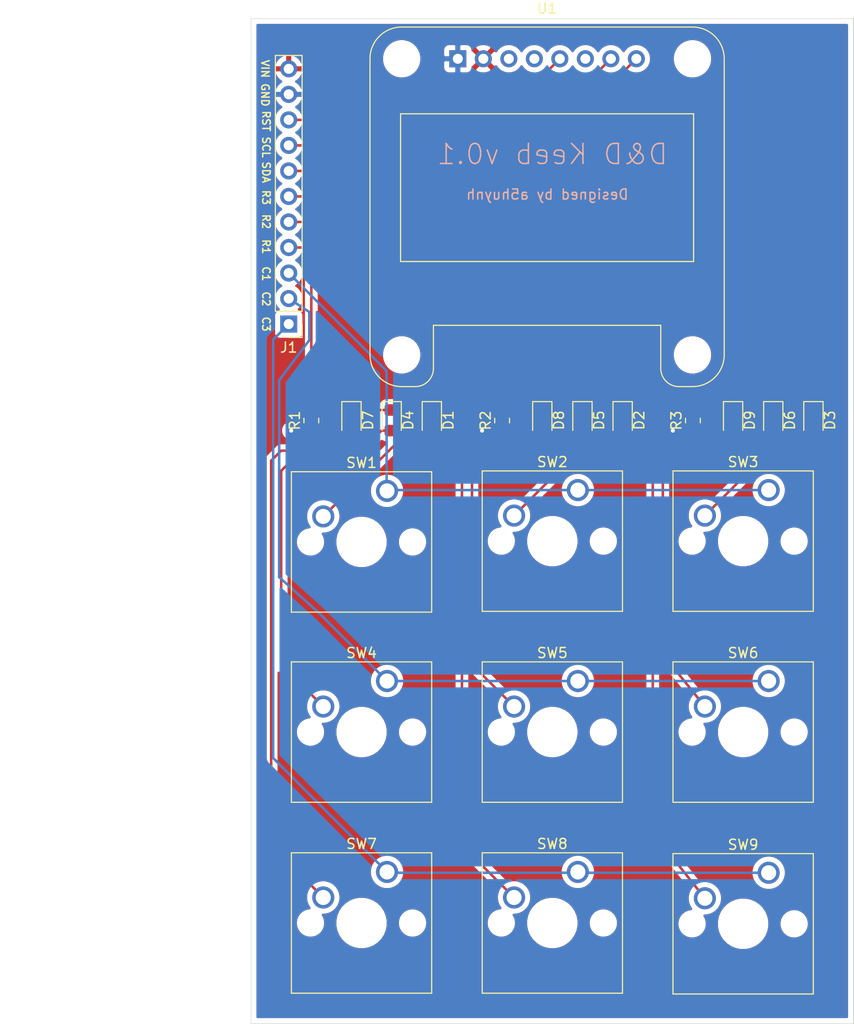
<source format=kicad_pcb>
(kicad_pcb (version 20171130) (host pcbnew "(5.1.9)-1")

  (general
    (thickness 1.6)
    (drawings 17)
    (tracks 108)
    (zones 0)
    (modules 23)
    (nets 24)
  )

  (page A4)
  (layers
    (0 F.Cu signal)
    (31 B.Cu signal)
    (32 B.Adhes user)
    (33 F.Adhes user)
    (34 B.Paste user)
    (35 F.Paste user)
    (36 B.SilkS user)
    (37 F.SilkS user)
    (38 B.Mask user)
    (39 F.Mask user)
    (40 Dwgs.User user)
    (41 Cmts.User user)
    (42 Eco1.User user)
    (43 Eco2.User user)
    (44 Edge.Cuts user)
    (45 Margin user)
    (46 B.CrtYd user)
    (47 F.CrtYd user)
    (48 B.Fab user)
    (49 F.Fab user)
  )

  (setup
    (last_trace_width 0.25)
    (trace_clearance 0.2)
    (zone_clearance 0.508)
    (zone_45_only no)
    (trace_min 0.2)
    (via_size 0.8)
    (via_drill 0.4)
    (via_min_size 0.4)
    (via_min_drill 0.3)
    (uvia_size 0.3)
    (uvia_drill 0.1)
    (uvias_allowed no)
    (uvia_min_size 0.2)
    (uvia_min_drill 0.1)
    (edge_width 0.05)
    (segment_width 0.2)
    (pcb_text_width 0.3)
    (pcb_text_size 1.5 1.5)
    (mod_edge_width 0.12)
    (mod_text_size 1 1)
    (mod_text_width 0.15)
    (pad_size 1.524 1.524)
    (pad_drill 0.762)
    (pad_to_mask_clearance 0)
    (aux_axis_origin 0 0)
    (visible_elements FFFFFF7F)
    (pcbplotparams
      (layerselection 0x010fc_ffffffff)
      (usegerberextensions false)
      (usegerberattributes true)
      (usegerberadvancedattributes true)
      (creategerberjobfile true)
      (excludeedgelayer true)
      (linewidth 0.100000)
      (plotframeref false)
      (viasonmask false)
      (mode 1)
      (useauxorigin false)
      (hpglpennumber 1)
      (hpglpenspeed 20)
      (hpglpendiameter 15.000000)
      (psnegative false)
      (psa4output false)
      (plotreference true)
      (plotvalue true)
      (plotinvisibletext false)
      (padsonsilk false)
      (subtractmaskfromsilk false)
      (outputformat 1)
      (mirror false)
      (drillshape 1)
      (scaleselection 1)
      (outputdirectory ""))
  )

  (net 0 "")
  (net 1 GND)
  (net 2 "Net-(D1-Pad2)")
  (net 3 "Net-(D2-Pad2)")
  (net 4 "Net-(D3-Pad2)")
  (net 5 "Net-(D4-Pad2)")
  (net 6 "Net-(D5-Pad2)")
  (net 7 "Net-(D6-Pad2)")
  (net 8 "Net-(D7-Pad2)")
  (net 9 "Net-(D8-Pad2)")
  (net 10 "Net-(D9-Pad2)")
  (net 11 VIN)
  (net 12 SCL)
  (net 13 SDA)
  (net 14 "Net-(U1-Pad6)")
  (net 15 "Net-(U1-Pad4)")
  (net 16 "Net-(U1-Pad3)")
  (net 17 ROW3)
  (net 18 ROW2)
  (net 19 ROW1)
  (net 20 COL3)
  (net 21 COL2)
  (net 22 COL1)
  (net 23 RST)

  (net_class Default "This is the default net class."
    (clearance 0.2)
    (trace_width 0.25)
    (via_dia 0.8)
    (via_drill 0.4)
    (uvia_dia 0.3)
    (uvia_drill 0.1)
    (add_net COL1)
    (add_net COL2)
    (add_net COL3)
    (add_net GND)
    (add_net "Net-(D1-Pad2)")
    (add_net "Net-(D2-Pad2)")
    (add_net "Net-(D3-Pad2)")
    (add_net "Net-(D4-Pad2)")
    (add_net "Net-(D5-Pad2)")
    (add_net "Net-(D6-Pad2)")
    (add_net "Net-(D7-Pad2)")
    (add_net "Net-(D8-Pad2)")
    (add_net "Net-(D9-Pad2)")
    (add_net "Net-(U1-Pad3)")
    (add_net "Net-(U1-Pad4)")
    (add_net "Net-(U1-Pad6)")
    (add_net ROW1)
    (add_net ROW2)
    (add_net ROW3)
    (add_net RST)
    (add_net SCL)
    (add_net SDA)
    (add_net VIN)
  )

  (module Connector_PinHeader_2.54mm:PinHeader_1x11_P2.54mm_Vertical (layer F.Cu) (tedit 59FED5CC) (tstamp 604EE225)
    (at 133.75 50.4 180)
    (descr "Through hole straight pin header, 1x11, 2.54mm pitch, single row")
    (tags "Through hole pin header THT 1x11 2.54mm single row")
    (path /60614026)
    (fp_text reference J1 (at 0 -2.33) (layer F.SilkS)
      (effects (font (size 1 1) (thickness 0.15)))
    )
    (fp_text value Conn_01x11 (at 0 27.73) (layer F.Fab)
      (effects (font (size 1 1) (thickness 0.15)))
    )
    (fp_text user %R (at 0 12.7 90) (layer F.Fab)
      (effects (font (size 1 1) (thickness 0.15)))
    )
    (fp_line (start -0.635 -1.27) (end 1.27 -1.27) (layer F.Fab) (width 0.1))
    (fp_line (start 1.27 -1.27) (end 1.27 26.67) (layer F.Fab) (width 0.1))
    (fp_line (start 1.27 26.67) (end -1.27 26.67) (layer F.Fab) (width 0.1))
    (fp_line (start -1.27 26.67) (end -1.27 -0.635) (layer F.Fab) (width 0.1))
    (fp_line (start -1.27 -0.635) (end -0.635 -1.27) (layer F.Fab) (width 0.1))
    (fp_line (start -1.33 26.73) (end 1.33 26.73) (layer F.SilkS) (width 0.12))
    (fp_line (start -1.33 1.27) (end -1.33 26.73) (layer F.SilkS) (width 0.12))
    (fp_line (start 1.33 1.27) (end 1.33 26.73) (layer F.SilkS) (width 0.12))
    (fp_line (start -1.33 1.27) (end 1.33 1.27) (layer F.SilkS) (width 0.12))
    (fp_line (start -1.33 0) (end -1.33 -1.33) (layer F.SilkS) (width 0.12))
    (fp_line (start -1.33 -1.33) (end 0 -1.33) (layer F.SilkS) (width 0.12))
    (fp_line (start -1.8 -1.8) (end -1.8 27.2) (layer F.CrtYd) (width 0.05))
    (fp_line (start -1.8 27.2) (end 1.8 27.2) (layer F.CrtYd) (width 0.05))
    (fp_line (start 1.8 27.2) (end 1.8 -1.8) (layer F.CrtYd) (width 0.05))
    (fp_line (start 1.8 -1.8) (end -1.8 -1.8) (layer F.CrtYd) (width 0.05))
    (pad 11 thru_hole oval (at 0 25.4 180) (size 1.7 1.7) (drill 1) (layers *.Cu *.Mask)
      (net 11 VIN))
    (pad 10 thru_hole oval (at 0 22.86 180) (size 1.7 1.7) (drill 1) (layers *.Cu *.Mask)
      (net 1 GND))
    (pad 9 thru_hole oval (at 0 20.32 180) (size 1.7 1.7) (drill 1) (layers *.Cu *.Mask)
      (net 23 RST))
    (pad 8 thru_hole oval (at 0 17.78 180) (size 1.7 1.7) (drill 1) (layers *.Cu *.Mask)
      (net 12 SCL))
    (pad 7 thru_hole oval (at 0 15.24 180) (size 1.7 1.7) (drill 1) (layers *.Cu *.Mask)
      (net 13 SDA))
    (pad 6 thru_hole oval (at 0 12.7 180) (size 1.7 1.7) (drill 1) (layers *.Cu *.Mask)
      (net 17 ROW3))
    (pad 5 thru_hole oval (at 0 10.16 180) (size 1.7 1.7) (drill 1) (layers *.Cu *.Mask)
      (net 18 ROW2))
    (pad 4 thru_hole oval (at 0 7.62 180) (size 1.7 1.7) (drill 1) (layers *.Cu *.Mask)
      (net 19 ROW1))
    (pad 3 thru_hole oval (at 0 5.08 180) (size 1.7 1.7) (drill 1) (layers *.Cu *.Mask)
      (net 22 COL1))
    (pad 2 thru_hole oval (at 0 2.54 180) (size 1.7 1.7) (drill 1) (layers *.Cu *.Mask)
      (net 21 COL2))
    (pad 1 thru_hole rect (at 0 0 180) (size 1.7 1.7) (drill 1) (layers *.Cu *.Mask)
      (net 20 COL3))
    (model ${KISYS3DMOD}/Connector_PinHeader_2.54mm.3dshapes/PinHeader_1x11_P2.54mm_Vertical.wrl
      (at (xyz 0 0 0))
      (scale (xyz 1 1 1))
      (rotate (xyz 0 0 0))
    )
  )

  (module Display:Adafruit_SSD1306 (layer F.Cu) (tedit 5B2FEF32) (tstamp 604E8FEB)
    (at 150.588 24)
    (descr "Adafruit SSD1306 OLED 1.3 inch 128x64 I2C & SPI https://learn.adafruit.com/monochrome-oled-breakouts/downloads")
    (tags "Adafruit SSD1306 OLED 1.3 inch 128x64 I2C & SPI ")
    (path /60537754)
    (fp_text reference U1 (at 8.89 -5) (layer F.SilkS)
      (effects (font (size 1 1) (thickness 0.15)))
    )
    (fp_text value OLED_326 (at 8.89 30) (layer F.Fab)
      (effects (font (size 1 1) (thickness 0.15)))
    )
    (fp_arc (start -4.24 30.82) (end -2.29 30.82) (angle 90) (layer F.CrtYd) (width 0.05))
    (fp_arc (start -5.59 29.47) (end -5.59 32.77) (angle 90) (layer F.CrtYd) (width 0.05))
    (fp_arc (start -5.59 0) (end -5.59 -3.3) (angle -90) (layer F.CrtYd) (width 0.05))
    (fp_arc (start 22.018 30.814) (end 20.32 30.812) (angle -90) (layer F.Fab) (width 0.1))
    (fp_arc (start 23.37 29.47) (end 23.37 32.77) (angle -90) (layer F.CrtYd) (width 0.05))
    (fp_arc (start 23.368 29.464) (end 26.416 29.464) (angle 90) (layer F.Fab) (width 0.1))
    (fp_arc (start 23.37 0) (end 23.37 -3.3) (angle 90) (layer F.CrtYd) (width 0.05))
    (fp_arc (start 23.368 0) (end 23.368 -3.048) (angle 90) (layer F.Fab) (width 0.1))
    (fp_arc (start -4.238 30.814) (end -2.43 30.812) (angle 90) (layer F.SilkS) (width 0.12))
    (fp_arc (start -5.588 29.464) (end -8.746 29.464) (angle -90) (layer F.SilkS) (width 0.12))
    (fp_arc (start -5.588 0) (end -5.588 -3.158) (angle -90) (layer F.SilkS) (width 0.12))
    (fp_arc (start 23.368 0) (end 23.368 -3.158) (angle 90) (layer F.SilkS) (width 0.12))
    (fp_arc (start 22.018 30.814) (end 20.21 30.812) (angle -90) (layer F.SilkS) (width 0.12))
    (fp_arc (start 23.368 29.464) (end 26.526 29.464) (angle 90) (layer F.SilkS) (width 0.12))
    (fp_arc (start -4.238 30.814) (end -2.54 30.812) (angle 90) (layer F.Fab) (width 0.1))
    (fp_arc (start -5.588 29.464) (end -8.636 29.462) (angle -90) (layer F.Fab) (width 0.1))
    (fp_arc (start -5.588 0) (end -5.59 -3.048) (angle -90) (layer F.Fab) (width 0.1))
    (fp_arc (start 22.02 30.82) (end 20.07 30.82) (angle -90) (layer F.CrtYd) (width 0.05))
    (fp_text user %R (at 8.89 14.732) (layer F.Fab)
      (effects (font (size 1 1) (thickness 0.15)))
    )
    (fp_line (start -0.78 -3.048) (end 0 -2.268) (layer F.Fab) (width 0.1))
    (fp_line (start -5.698 20.176) (end 23.478 20.176) (layer F.SilkS) (width 0.12))
    (fp_line (start -5.588 5.588) (end 23.368 5.588) (layer F.Fab) (width 0.1))
    (fp_line (start -5.588 5.588) (end -5.588 20.066) (layer F.Fab) (width 0.1))
    (fp_line (start 22.018 32.622) (end 23.37 32.622) (layer F.SilkS) (width 0.12))
    (fp_line (start 20.07 26.68) (end 20.07 30.82) (layer F.CrtYd) (width 0.05))
    (fp_line (start -2.43 26.526) (end 20.21 26.526) (layer F.SilkS) (width 0.12))
    (fp_line (start 26.526 0) (end 26.526 29.464) (layer F.SilkS) (width 0.12))
    (fp_line (start 23.37 -3.3) (end -5.59 -3.3) (layer F.CrtYd) (width 0.05))
    (fp_line (start -8.636 0) (end -8.636 29.464) (layer F.Fab) (width 0.1))
    (fp_line (start -2.54 26.416) (end -2.54 30.814) (layer F.Fab) (width 0.1))
    (fp_line (start -4.238 32.512) (end -5.59 32.512) (layer F.Fab) (width 0.1))
    (fp_line (start 23.368 5.588) (end 23.368 20.066) (layer F.Fab) (width 0.1))
    (fp_line (start -5.588 20.066) (end 23.368 20.066) (layer F.Fab) (width 0.1))
    (fp_line (start 26.416 0) (end 26.416 29.464) (layer F.Fab) (width 0.1))
    (fp_line (start -4.24 32.77) (end -5.59 32.77) (layer F.CrtYd) (width 0.05))
    (fp_line (start 20.21 26.526) (end 20.21 30.814) (layer F.SilkS) (width 0.12))
    (fp_line (start -2.29 26.68) (end 20.07 26.68) (layer F.CrtYd) (width 0.05))
    (fp_line (start 23.368 -3.158) (end -5.588 -3.158) (layer F.SilkS) (width 0.12))
    (fp_line (start -8.746 0) (end -8.746 29.464) (layer F.SilkS) (width 0.12))
    (fp_line (start -4.238 32.622) (end -5.59 32.622) (layer F.SilkS) (width 0.12))
    (fp_line (start -2.43 26.526) (end -2.43 30.814) (layer F.SilkS) (width 0.12))
    (fp_line (start -5.698 5.478) (end -5.698 20.176) (layer F.SilkS) (width 0.12))
    (fp_line (start 23.478 5.478) (end 23.478 20.176) (layer F.SilkS) (width 0.12))
    (fp_line (start -5.698 5.478) (end 23.478 5.478) (layer F.SilkS) (width 0.12))
    (fp_line (start 26.67 0) (end 26.67 29.47) (layer F.CrtYd) (width 0.05))
    (fp_line (start 23.368 -3.048) (end -5.588 -3.048) (layer F.Fab) (width 0.1))
    (fp_line (start 22.018 32.512) (end 23.37 32.512) (layer F.Fab) (width 0.1))
    (fp_line (start 20.32 26.416) (end 20.32 30.814) (layer F.Fab) (width 0.1))
    (fp_line (start -2.54 26.416) (end 20.32 26.416) (layer F.Fab) (width 0.1))
    (fp_line (start 0 -2.268) (end 0.78 -3.048) (layer F.Fab) (width 0.1))
    (fp_line (start -8.89 0) (end -8.89 29.47) (layer F.CrtYd) (width 0.05))
    (fp_line (start 22.02 32.77) (end 23.37 32.77) (layer F.CrtYd) (width 0.05))
    (fp_line (start -2.29 26.68) (end -2.29 30.82) (layer F.CrtYd) (width 0.05))
    (pad 8 thru_hole circle (at 17.78 0) (size 1.7 1.7) (drill 1) (layers *.Cu *.Mask)
      (net 13 SDA))
    (pad 7 thru_hole circle (at 15.24 0) (size 1.7 1.7) (drill 1) (layers *.Cu *.Mask)
      (net 12 SCL))
    (pad 6 thru_hole circle (at 12.7 0) (size 1.7 1.7) (drill 1) (layers *.Cu *.Mask)
      (net 14 "Net-(U1-Pad6)"))
    (pad 5 thru_hole circle (at 10.16 0) (size 1.7 1.7) (drill 1) (layers *.Cu *.Mask)
      (net 23 RST))
    (pad 4 thru_hole circle (at 7.62 0) (size 1.7 1.7) (drill 1) (layers *.Cu *.Mask)
      (net 15 "Net-(U1-Pad4)"))
    (pad 3 thru_hole circle (at 5.08 0) (size 1.7 1.7) (drill 1) (layers *.Cu *.Mask)
      (net 16 "Net-(U1-Pad3)"))
    (pad 2 thru_hole circle (at 2.54 0) (size 1.7 1.7) (drill 1) (layers *.Cu *.Mask)
      (net 11 VIN))
    (pad 1 thru_hole rect (at 0 0) (size 1.7 1.7) (drill 1) (layers *.Cu *.Mask)
      (net 1 GND))
    (pad "" np_thru_hole circle (at 23.368 0) (size 2.7 2.7) (drill 2.7) (layers *.Cu *.Mask))
    (pad "" np_thru_hole circle (at -5.588 29.464) (size 2.7 2.7) (drill 2.7) (layers *.Cu *.Mask))
    (pad "" np_thru_hole circle (at 23.368 29.464) (size 2.7 2.7) (drill 2.7) (layers *.Cu *.Mask))
    (pad "" np_thru_hole circle (at -5.588 0) (size 2.7 2.7) (drill 2.7) (layers *.Cu *.Mask))
    (model ${KISYS3DMOD}/Display.3dshapes/Adafruit_SSD1306.wrl
      (at (xyz 0 0 0))
      (scale (xyz 1 1 1))
      (rotate (xyz 0 0 0))
    )
  )

  (module Button_Switch_Keyboard:SW_Cherry_MX_1.00u_PCB (layer F.Cu) (tedit 5A02FE24) (tstamp 604E95D8)
    (at 181.54 66.92)
    (descr "Cherry MX keyswitch, 1.00u, PCB mount, http://cherryamericas.com/wp-content/uploads/2014/12/mx_cat.pdf")
    (tags "Cherry MX keyswitch 1.00u PCB")
    (path /6049FF5F)
    (fp_text reference SW3 (at -2.54 -2.794) (layer F.SilkS)
      (effects (font (size 1 1) (thickness 0.15)))
    )
    (fp_text value SW_DIP_x01 (at -2.54 12.954) (layer F.Fab)
      (effects (font (size 1 1) (thickness 0.15)))
    )
    (fp_text user %R (at -2.54 -2.794) (layer F.Fab)
      (effects (font (size 1 1) (thickness 0.15)))
    )
    (fp_line (start -8.89 -1.27) (end 3.81 -1.27) (layer F.Fab) (width 0.1))
    (fp_line (start 3.81 -1.27) (end 3.81 11.43) (layer F.Fab) (width 0.1))
    (fp_line (start 3.81 11.43) (end -8.89 11.43) (layer F.Fab) (width 0.1))
    (fp_line (start -8.89 11.43) (end -8.89 -1.27) (layer F.Fab) (width 0.1))
    (fp_line (start -9.14 11.68) (end -9.14 -1.52) (layer F.CrtYd) (width 0.05))
    (fp_line (start 4.06 11.68) (end -9.14 11.68) (layer F.CrtYd) (width 0.05))
    (fp_line (start 4.06 -1.52) (end 4.06 11.68) (layer F.CrtYd) (width 0.05))
    (fp_line (start -9.14 -1.52) (end 4.06 -1.52) (layer F.CrtYd) (width 0.05))
    (fp_line (start -12.065 -4.445) (end 6.985 -4.445) (layer Dwgs.User) (width 0.15))
    (fp_line (start 6.985 -4.445) (end 6.985 14.605) (layer Dwgs.User) (width 0.15))
    (fp_line (start 6.985 14.605) (end -12.065 14.605) (layer Dwgs.User) (width 0.15))
    (fp_line (start -12.065 14.605) (end -12.065 -4.445) (layer Dwgs.User) (width 0.15))
    (fp_line (start -9.525 -1.905) (end 4.445 -1.905) (layer F.SilkS) (width 0.12))
    (fp_line (start 4.445 -1.905) (end 4.445 12.065) (layer F.SilkS) (width 0.12))
    (fp_line (start 4.445 12.065) (end -9.525 12.065) (layer F.SilkS) (width 0.12))
    (fp_line (start -9.525 12.065) (end -9.525 -1.905) (layer F.SilkS) (width 0.12))
    (pad "" np_thru_hole circle (at 2.54 5.08) (size 1.7 1.7) (drill 1.7) (layers *.Cu *.Mask))
    (pad "" np_thru_hole circle (at -7.62 5.08) (size 1.7 1.7) (drill 1.7) (layers *.Cu *.Mask))
    (pad "" np_thru_hole circle (at -2.54 5.08) (size 4 4) (drill 4) (layers *.Cu *.Mask))
    (pad 2 thru_hole circle (at -6.35 2.54) (size 2.2 2.2) (drill 1.5) (layers *.Cu *.Mask)
      (net 4 "Net-(D3-Pad2)"))
    (pad 1 thru_hole circle (at 0 0) (size 2.2 2.2) (drill 1.5) (layers *.Cu *.Mask)
      (net 22 COL1))
    (model ${KISYS3DMOD}/Button_Switch_Keyboard.3dshapes/SW_Cherry_MX_1.00u_PCB.wrl
      (at (xyz 0 0 0))
      (scale (xyz 1 1 1))
      (rotate (xyz 0 0 0))
    )
  )

  (module Button_Switch_Keyboard:SW_Cherry_MX_1.00u_PCB (layer F.Cu) (tedit 5A02FE24) (tstamp 604E94AC)
    (at 181.54 105)
    (descr "Cherry MX keyswitch, 1.00u, PCB mount, http://cherryamericas.com/wp-content/uploads/2014/12/mx_cat.pdf")
    (tags "Cherry MX keyswitch 1.00u PCB")
    (path /604A183D)
    (fp_text reference SW9 (at -2.54 -2.794) (layer F.SilkS)
      (effects (font (size 1 1) (thickness 0.15)))
    )
    (fp_text value SW_DIP_x01 (at -2.54 12.954) (layer F.Fab)
      (effects (font (size 1 1) (thickness 0.15)))
    )
    (fp_text user %R (at -2.54 -2.794) (layer F.Fab)
      (effects (font (size 1 1) (thickness 0.15)))
    )
    (fp_line (start -8.89 -1.27) (end 3.81 -1.27) (layer F.Fab) (width 0.1))
    (fp_line (start 3.81 -1.27) (end 3.81 11.43) (layer F.Fab) (width 0.1))
    (fp_line (start 3.81 11.43) (end -8.89 11.43) (layer F.Fab) (width 0.1))
    (fp_line (start -8.89 11.43) (end -8.89 -1.27) (layer F.Fab) (width 0.1))
    (fp_line (start -9.14 11.68) (end -9.14 -1.52) (layer F.CrtYd) (width 0.05))
    (fp_line (start 4.06 11.68) (end -9.14 11.68) (layer F.CrtYd) (width 0.05))
    (fp_line (start 4.06 -1.52) (end 4.06 11.68) (layer F.CrtYd) (width 0.05))
    (fp_line (start -9.14 -1.52) (end 4.06 -1.52) (layer F.CrtYd) (width 0.05))
    (fp_line (start -12.065 -4.445) (end 6.985 -4.445) (layer Dwgs.User) (width 0.15))
    (fp_line (start 6.985 -4.445) (end 6.985 14.605) (layer Dwgs.User) (width 0.15))
    (fp_line (start 6.985 14.605) (end -12.065 14.605) (layer Dwgs.User) (width 0.15))
    (fp_line (start -12.065 14.605) (end -12.065 -4.445) (layer Dwgs.User) (width 0.15))
    (fp_line (start -9.525 -1.905) (end 4.445 -1.905) (layer F.SilkS) (width 0.12))
    (fp_line (start 4.445 -1.905) (end 4.445 12.065) (layer F.SilkS) (width 0.12))
    (fp_line (start 4.445 12.065) (end -9.525 12.065) (layer F.SilkS) (width 0.12))
    (fp_line (start -9.525 12.065) (end -9.525 -1.905) (layer F.SilkS) (width 0.12))
    (pad "" np_thru_hole circle (at 2.54 5.08) (size 1.7 1.7) (drill 1.7) (layers *.Cu *.Mask))
    (pad "" np_thru_hole circle (at -7.62 5.08) (size 1.7 1.7) (drill 1.7) (layers *.Cu *.Mask))
    (pad "" np_thru_hole circle (at -2.54 5.08) (size 4 4) (drill 4) (layers *.Cu *.Mask))
    (pad 2 thru_hole circle (at -6.35 2.54) (size 2.2 2.2) (drill 1.5) (layers *.Cu *.Mask)
      (net 10 "Net-(D9-Pad2)"))
    (pad 1 thru_hole circle (at 0 0) (size 2.2 2.2) (drill 1.5) (layers *.Cu *.Mask)
      (net 20 COL3))
    (model ${KISYS3DMOD}/Button_Switch_Keyboard.3dshapes/SW_Cherry_MX_1.00u_PCB.wrl
      (at (xyz 0 0 0))
      (scale (xyz 1 1 1))
      (rotate (xyz 0 0 0))
    )
  )

  (module Button_Switch_Keyboard:SW_Cherry_MX_1.00u_PCB (layer F.Cu) (tedit 5A02FE24) (tstamp 604E9380)
    (at 162.54 104.92)
    (descr "Cherry MX keyswitch, 1.00u, PCB mount, http://cherryamericas.com/wp-content/uploads/2014/12/mx_cat.pdf")
    (tags "Cherry MX keyswitch 1.00u PCB")
    (path /604A1414)
    (fp_text reference SW8 (at -2.54 -2.794) (layer F.SilkS)
      (effects (font (size 1 1) (thickness 0.15)))
    )
    (fp_text value SW_DIP_x01 (at -2.54 12.954) (layer F.Fab)
      (effects (font (size 1 1) (thickness 0.15)))
    )
    (fp_text user %R (at -2.54 -2.794) (layer F.Fab)
      (effects (font (size 1 1) (thickness 0.15)))
    )
    (fp_line (start -8.89 -1.27) (end 3.81 -1.27) (layer F.Fab) (width 0.1))
    (fp_line (start 3.81 -1.27) (end 3.81 11.43) (layer F.Fab) (width 0.1))
    (fp_line (start 3.81 11.43) (end -8.89 11.43) (layer F.Fab) (width 0.1))
    (fp_line (start -8.89 11.43) (end -8.89 -1.27) (layer F.Fab) (width 0.1))
    (fp_line (start -9.14 11.68) (end -9.14 -1.52) (layer F.CrtYd) (width 0.05))
    (fp_line (start 4.06 11.68) (end -9.14 11.68) (layer F.CrtYd) (width 0.05))
    (fp_line (start 4.06 -1.52) (end 4.06 11.68) (layer F.CrtYd) (width 0.05))
    (fp_line (start -9.14 -1.52) (end 4.06 -1.52) (layer F.CrtYd) (width 0.05))
    (fp_line (start -12.065 -4.445) (end 6.985 -4.445) (layer Dwgs.User) (width 0.15))
    (fp_line (start 6.985 -4.445) (end 6.985 14.605) (layer Dwgs.User) (width 0.15))
    (fp_line (start 6.985 14.605) (end -12.065 14.605) (layer Dwgs.User) (width 0.15))
    (fp_line (start -12.065 14.605) (end -12.065 -4.445) (layer Dwgs.User) (width 0.15))
    (fp_line (start -9.525 -1.905) (end 4.445 -1.905) (layer F.SilkS) (width 0.12))
    (fp_line (start 4.445 -1.905) (end 4.445 12.065) (layer F.SilkS) (width 0.12))
    (fp_line (start 4.445 12.065) (end -9.525 12.065) (layer F.SilkS) (width 0.12))
    (fp_line (start -9.525 12.065) (end -9.525 -1.905) (layer F.SilkS) (width 0.12))
    (pad "" np_thru_hole circle (at 2.54 5.08) (size 1.7 1.7) (drill 1.7) (layers *.Cu *.Mask))
    (pad "" np_thru_hole circle (at -7.62 5.08) (size 1.7 1.7) (drill 1.7) (layers *.Cu *.Mask))
    (pad "" np_thru_hole circle (at -2.54 5.08) (size 4 4) (drill 4) (layers *.Cu *.Mask))
    (pad 2 thru_hole circle (at -6.35 2.54) (size 2.2 2.2) (drill 1.5) (layers *.Cu *.Mask)
      (net 9 "Net-(D8-Pad2)"))
    (pad 1 thru_hole circle (at 0 0) (size 2.2 2.2) (drill 1.5) (layers *.Cu *.Mask)
      (net 20 COL3))
    (model ${KISYS3DMOD}/Button_Switch_Keyboard.3dshapes/SW_Cherry_MX_1.00u_PCB.wrl
      (at (xyz 0 0 0))
      (scale (xyz 1 1 1))
      (rotate (xyz 0 0 0))
    )
  )

  (module Button_Switch_Keyboard:SW_Cherry_MX_1.00u_PCB (layer F.Cu) (tedit 5A02FE24) (tstamp 604E9542)
    (at 143.54 104.92)
    (descr "Cherry MX keyswitch, 1.00u, PCB mount, http://cherryamericas.com/wp-content/uploads/2014/12/mx_cat.pdf")
    (tags "Cherry MX keyswitch 1.00u PCB")
    (path /6049F08F)
    (fp_text reference SW7 (at -2.54 -2.794) (layer F.SilkS)
      (effects (font (size 1 1) (thickness 0.15)))
    )
    (fp_text value SW_DIP_x01 (at -2.54 12.954) (layer F.Fab)
      (effects (font (size 1 1) (thickness 0.15)))
    )
    (fp_text user %R (at -2.54 -2.794) (layer F.Fab)
      (effects (font (size 1 1) (thickness 0.15)))
    )
    (fp_line (start -8.89 -1.27) (end 3.81 -1.27) (layer F.Fab) (width 0.1))
    (fp_line (start 3.81 -1.27) (end 3.81 11.43) (layer F.Fab) (width 0.1))
    (fp_line (start 3.81 11.43) (end -8.89 11.43) (layer F.Fab) (width 0.1))
    (fp_line (start -8.89 11.43) (end -8.89 -1.27) (layer F.Fab) (width 0.1))
    (fp_line (start -9.14 11.68) (end -9.14 -1.52) (layer F.CrtYd) (width 0.05))
    (fp_line (start 4.06 11.68) (end -9.14 11.68) (layer F.CrtYd) (width 0.05))
    (fp_line (start 4.06 -1.52) (end 4.06 11.68) (layer F.CrtYd) (width 0.05))
    (fp_line (start -9.14 -1.52) (end 4.06 -1.52) (layer F.CrtYd) (width 0.05))
    (fp_line (start -12.065 -4.445) (end 6.985 -4.445) (layer Dwgs.User) (width 0.15))
    (fp_line (start 6.985 -4.445) (end 6.985 14.605) (layer Dwgs.User) (width 0.15))
    (fp_line (start 6.985 14.605) (end -12.065 14.605) (layer Dwgs.User) (width 0.15))
    (fp_line (start -12.065 14.605) (end -12.065 -4.445) (layer Dwgs.User) (width 0.15))
    (fp_line (start -9.525 -1.905) (end 4.445 -1.905) (layer F.SilkS) (width 0.12))
    (fp_line (start 4.445 -1.905) (end 4.445 12.065) (layer F.SilkS) (width 0.12))
    (fp_line (start 4.445 12.065) (end -9.525 12.065) (layer F.SilkS) (width 0.12))
    (fp_line (start -9.525 12.065) (end -9.525 -1.905) (layer F.SilkS) (width 0.12))
    (pad "" np_thru_hole circle (at 2.54 5.08) (size 1.7 1.7) (drill 1.7) (layers *.Cu *.Mask))
    (pad "" np_thru_hole circle (at -7.62 5.08) (size 1.7 1.7) (drill 1.7) (layers *.Cu *.Mask))
    (pad "" np_thru_hole circle (at -2.54 5.08) (size 4 4) (drill 4) (layers *.Cu *.Mask))
    (pad 2 thru_hole circle (at -6.35 2.54) (size 2.2 2.2) (drill 1.5) (layers *.Cu *.Mask)
      (net 8 "Net-(D7-Pad2)"))
    (pad 1 thru_hole circle (at 0 0) (size 2.2 2.2) (drill 1.5) (layers *.Cu *.Mask)
      (net 20 COL3))
    (model ${KISYS3DMOD}/Button_Switch_Keyboard.3dshapes/SW_Cherry_MX_1.00u_PCB.wrl
      (at (xyz 0 0 0))
      (scale (xyz 1 1 1))
      (rotate (xyz 0 0 0))
    )
  )

  (module Button_Switch_Keyboard:SW_Cherry_MX_1.00u_PCB (layer F.Cu) (tedit 5A02FE24) (tstamp 604E958D)
    (at 181.54 85.92)
    (descr "Cherry MX keyswitch, 1.00u, PCB mount, http://cherryamericas.com/wp-content/uploads/2014/12/mx_cat.pdf")
    (tags "Cherry MX keyswitch 1.00u PCB")
    (path /604A0BFA)
    (fp_text reference SW6 (at -2.54 -2.794) (layer F.SilkS)
      (effects (font (size 1 1) (thickness 0.15)))
    )
    (fp_text value SW_DIP_x01 (at -2.54 12.954) (layer F.Fab)
      (effects (font (size 1 1) (thickness 0.15)))
    )
    (fp_text user %R (at -2.54 -2.794) (layer F.Fab)
      (effects (font (size 1 1) (thickness 0.15)))
    )
    (fp_line (start -8.89 -1.27) (end 3.81 -1.27) (layer F.Fab) (width 0.1))
    (fp_line (start 3.81 -1.27) (end 3.81 11.43) (layer F.Fab) (width 0.1))
    (fp_line (start 3.81 11.43) (end -8.89 11.43) (layer F.Fab) (width 0.1))
    (fp_line (start -8.89 11.43) (end -8.89 -1.27) (layer F.Fab) (width 0.1))
    (fp_line (start -9.14 11.68) (end -9.14 -1.52) (layer F.CrtYd) (width 0.05))
    (fp_line (start 4.06 11.68) (end -9.14 11.68) (layer F.CrtYd) (width 0.05))
    (fp_line (start 4.06 -1.52) (end 4.06 11.68) (layer F.CrtYd) (width 0.05))
    (fp_line (start -9.14 -1.52) (end 4.06 -1.52) (layer F.CrtYd) (width 0.05))
    (fp_line (start -12.065 -4.445) (end 6.985 -4.445) (layer Dwgs.User) (width 0.15))
    (fp_line (start 6.985 -4.445) (end 6.985 14.605) (layer Dwgs.User) (width 0.15))
    (fp_line (start 6.985 14.605) (end -12.065 14.605) (layer Dwgs.User) (width 0.15))
    (fp_line (start -12.065 14.605) (end -12.065 -4.445) (layer Dwgs.User) (width 0.15))
    (fp_line (start -9.525 -1.905) (end 4.445 -1.905) (layer F.SilkS) (width 0.12))
    (fp_line (start 4.445 -1.905) (end 4.445 12.065) (layer F.SilkS) (width 0.12))
    (fp_line (start 4.445 12.065) (end -9.525 12.065) (layer F.SilkS) (width 0.12))
    (fp_line (start -9.525 12.065) (end -9.525 -1.905) (layer F.SilkS) (width 0.12))
    (pad "" np_thru_hole circle (at 2.54 5.08) (size 1.7 1.7) (drill 1.7) (layers *.Cu *.Mask))
    (pad "" np_thru_hole circle (at -7.62 5.08) (size 1.7 1.7) (drill 1.7) (layers *.Cu *.Mask))
    (pad "" np_thru_hole circle (at -2.54 5.08) (size 4 4) (drill 4) (layers *.Cu *.Mask))
    (pad 2 thru_hole circle (at -6.35 2.54) (size 2.2 2.2) (drill 1.5) (layers *.Cu *.Mask)
      (net 7 "Net-(D6-Pad2)"))
    (pad 1 thru_hole circle (at 0 0) (size 2.2 2.2) (drill 1.5) (layers *.Cu *.Mask)
      (net 21 COL2))
    (model ${KISYS3DMOD}/Button_Switch_Keyboard.3dshapes/SW_Cherry_MX_1.00u_PCB.wrl
      (at (xyz 0 0 0))
      (scale (xyz 1 1 1))
      (rotate (xyz 0 0 0))
    )
  )

  (module Button_Switch_Keyboard:SW_Cherry_MX_1.00u_PCB (layer F.Cu) (tedit 5A02FE24) (tstamp 604E9416)
    (at 162.54 85.92)
    (descr "Cherry MX keyswitch, 1.00u, PCB mount, http://cherryamericas.com/wp-content/uploads/2014/12/mx_cat.pdf")
    (tags "Cherry MX keyswitch 1.00u PCB")
    (path /604A050F)
    (fp_text reference SW5 (at -2.54 -2.794) (layer F.SilkS)
      (effects (font (size 1 1) (thickness 0.15)))
    )
    (fp_text value SW_DIP_x01 (at -2.54 12.954) (layer F.Fab)
      (effects (font (size 1 1) (thickness 0.15)))
    )
    (fp_text user %R (at -2.54 -2.794) (layer F.Fab)
      (effects (font (size 1 1) (thickness 0.15)))
    )
    (fp_line (start -8.89 -1.27) (end 3.81 -1.27) (layer F.Fab) (width 0.1))
    (fp_line (start 3.81 -1.27) (end 3.81 11.43) (layer F.Fab) (width 0.1))
    (fp_line (start 3.81 11.43) (end -8.89 11.43) (layer F.Fab) (width 0.1))
    (fp_line (start -8.89 11.43) (end -8.89 -1.27) (layer F.Fab) (width 0.1))
    (fp_line (start -9.14 11.68) (end -9.14 -1.52) (layer F.CrtYd) (width 0.05))
    (fp_line (start 4.06 11.68) (end -9.14 11.68) (layer F.CrtYd) (width 0.05))
    (fp_line (start 4.06 -1.52) (end 4.06 11.68) (layer F.CrtYd) (width 0.05))
    (fp_line (start -9.14 -1.52) (end 4.06 -1.52) (layer F.CrtYd) (width 0.05))
    (fp_line (start -12.065 -4.445) (end 6.985 -4.445) (layer Dwgs.User) (width 0.15))
    (fp_line (start 6.985 -4.445) (end 6.985 14.605) (layer Dwgs.User) (width 0.15))
    (fp_line (start 6.985 14.605) (end -12.065 14.605) (layer Dwgs.User) (width 0.15))
    (fp_line (start -12.065 14.605) (end -12.065 -4.445) (layer Dwgs.User) (width 0.15))
    (fp_line (start -9.525 -1.905) (end 4.445 -1.905) (layer F.SilkS) (width 0.12))
    (fp_line (start 4.445 -1.905) (end 4.445 12.065) (layer F.SilkS) (width 0.12))
    (fp_line (start 4.445 12.065) (end -9.525 12.065) (layer F.SilkS) (width 0.12))
    (fp_line (start -9.525 12.065) (end -9.525 -1.905) (layer F.SilkS) (width 0.12))
    (pad "" np_thru_hole circle (at 2.54 5.08) (size 1.7 1.7) (drill 1.7) (layers *.Cu *.Mask))
    (pad "" np_thru_hole circle (at -7.62 5.08) (size 1.7 1.7) (drill 1.7) (layers *.Cu *.Mask))
    (pad "" np_thru_hole circle (at -2.54 5.08) (size 4 4) (drill 4) (layers *.Cu *.Mask))
    (pad 2 thru_hole circle (at -6.35 2.54) (size 2.2 2.2) (drill 1.5) (layers *.Cu *.Mask)
      (net 6 "Net-(D5-Pad2)"))
    (pad 1 thru_hole circle (at 0 0) (size 2.2 2.2) (drill 1.5) (layers *.Cu *.Mask)
      (net 21 COL2))
    (model ${KISYS3DMOD}/Button_Switch_Keyboard.3dshapes/SW_Cherry_MX_1.00u_PCB.wrl
      (at (xyz 0 0 0))
      (scale (xyz 1 1 1))
      (rotate (xyz 0 0 0))
    )
  )

  (module Button_Switch_Keyboard:SW_Cherry_MX_1.00u_PCB (layer F.Cu) (tedit 5A02FE24) (tstamp 604E93CB)
    (at 143.54 85.92)
    (descr "Cherry MX keyswitch, 1.00u, PCB mount, http://cherryamericas.com/wp-content/uploads/2014/12/mx_cat.pdf")
    (tags "Cherry MX keyswitch 1.00u PCB")
    (path /6049ED61)
    (fp_text reference SW4 (at -2.54 -2.794) (layer F.SilkS)
      (effects (font (size 1 1) (thickness 0.15)))
    )
    (fp_text value SW_DIP_x01 (at -2.54 12.954) (layer F.Fab)
      (effects (font (size 1 1) (thickness 0.15)))
    )
    (fp_text user %R (at -2.54 -2.794) (layer F.Fab)
      (effects (font (size 1 1) (thickness 0.15)))
    )
    (fp_line (start -8.89 -1.27) (end 3.81 -1.27) (layer F.Fab) (width 0.1))
    (fp_line (start 3.81 -1.27) (end 3.81 11.43) (layer F.Fab) (width 0.1))
    (fp_line (start 3.81 11.43) (end -8.89 11.43) (layer F.Fab) (width 0.1))
    (fp_line (start -8.89 11.43) (end -8.89 -1.27) (layer F.Fab) (width 0.1))
    (fp_line (start -9.14 11.68) (end -9.14 -1.52) (layer F.CrtYd) (width 0.05))
    (fp_line (start 4.06 11.68) (end -9.14 11.68) (layer F.CrtYd) (width 0.05))
    (fp_line (start 4.06 -1.52) (end 4.06 11.68) (layer F.CrtYd) (width 0.05))
    (fp_line (start -9.14 -1.52) (end 4.06 -1.52) (layer F.CrtYd) (width 0.05))
    (fp_line (start -12.065 -4.445) (end 6.985 -4.445) (layer Dwgs.User) (width 0.15))
    (fp_line (start 6.985 -4.445) (end 6.985 14.605) (layer Dwgs.User) (width 0.15))
    (fp_line (start 6.985 14.605) (end -12.065 14.605) (layer Dwgs.User) (width 0.15))
    (fp_line (start -12.065 14.605) (end -12.065 -4.445) (layer Dwgs.User) (width 0.15))
    (fp_line (start -9.525 -1.905) (end 4.445 -1.905) (layer F.SilkS) (width 0.12))
    (fp_line (start 4.445 -1.905) (end 4.445 12.065) (layer F.SilkS) (width 0.12))
    (fp_line (start 4.445 12.065) (end -9.525 12.065) (layer F.SilkS) (width 0.12))
    (fp_line (start -9.525 12.065) (end -9.525 -1.905) (layer F.SilkS) (width 0.12))
    (pad "" np_thru_hole circle (at 2.54 5.08) (size 1.7 1.7) (drill 1.7) (layers *.Cu *.Mask))
    (pad "" np_thru_hole circle (at -7.62 5.08) (size 1.7 1.7) (drill 1.7) (layers *.Cu *.Mask))
    (pad "" np_thru_hole circle (at -2.54 5.08) (size 4 4) (drill 4) (layers *.Cu *.Mask))
    (pad 2 thru_hole circle (at -6.35 2.54) (size 2.2 2.2) (drill 1.5) (layers *.Cu *.Mask)
      (net 5 "Net-(D4-Pad2)"))
    (pad 1 thru_hole circle (at 0 0) (size 2.2 2.2) (drill 1.5) (layers *.Cu *.Mask)
      (net 21 COL2))
    (model ${KISYS3DMOD}/Button_Switch_Keyboard.3dshapes/SW_Cherry_MX_1.00u_PCB.wrl
      (at (xyz 0 0 0))
      (scale (xyz 1 1 1))
      (rotate (xyz 0 0 0))
    )
  )

  (module Button_Switch_Keyboard:SW_Cherry_MX_1.00u_PCB (layer F.Cu) (tedit 5A02FE24) (tstamp 604E9461)
    (at 162.54 66.92)
    (descr "Cherry MX keyswitch, 1.00u, PCB mount, http://cherryamericas.com/wp-content/uploads/2014/12/mx_cat.pdf")
    (tags "Cherry MX keyswitch 1.00u PCB")
    (path /6049F89D)
    (fp_text reference SW2 (at -2.54 -2.794) (layer F.SilkS)
      (effects (font (size 1 1) (thickness 0.15)))
    )
    (fp_text value SW_DIP_x01 (at -2.54 12.954) (layer F.Fab)
      (effects (font (size 1 1) (thickness 0.15)))
    )
    (fp_text user %R (at -2.54 -2.794) (layer F.Fab)
      (effects (font (size 1 1) (thickness 0.15)))
    )
    (fp_line (start -8.89 -1.27) (end 3.81 -1.27) (layer F.Fab) (width 0.1))
    (fp_line (start 3.81 -1.27) (end 3.81 11.43) (layer F.Fab) (width 0.1))
    (fp_line (start 3.81 11.43) (end -8.89 11.43) (layer F.Fab) (width 0.1))
    (fp_line (start -8.89 11.43) (end -8.89 -1.27) (layer F.Fab) (width 0.1))
    (fp_line (start -9.14 11.68) (end -9.14 -1.52) (layer F.CrtYd) (width 0.05))
    (fp_line (start 4.06 11.68) (end -9.14 11.68) (layer F.CrtYd) (width 0.05))
    (fp_line (start 4.06 -1.52) (end 4.06 11.68) (layer F.CrtYd) (width 0.05))
    (fp_line (start -9.14 -1.52) (end 4.06 -1.52) (layer F.CrtYd) (width 0.05))
    (fp_line (start -12.065 -4.445) (end 6.985 -4.445) (layer Dwgs.User) (width 0.15))
    (fp_line (start 6.985 -4.445) (end 6.985 14.605) (layer Dwgs.User) (width 0.15))
    (fp_line (start 6.985 14.605) (end -12.065 14.605) (layer Dwgs.User) (width 0.15))
    (fp_line (start -12.065 14.605) (end -12.065 -4.445) (layer Dwgs.User) (width 0.15))
    (fp_line (start -9.525 -1.905) (end 4.445 -1.905) (layer F.SilkS) (width 0.12))
    (fp_line (start 4.445 -1.905) (end 4.445 12.065) (layer F.SilkS) (width 0.12))
    (fp_line (start 4.445 12.065) (end -9.525 12.065) (layer F.SilkS) (width 0.12))
    (fp_line (start -9.525 12.065) (end -9.525 -1.905) (layer F.SilkS) (width 0.12))
    (pad "" np_thru_hole circle (at 2.54 5.08) (size 1.7 1.7) (drill 1.7) (layers *.Cu *.Mask))
    (pad "" np_thru_hole circle (at -7.62 5.08) (size 1.7 1.7) (drill 1.7) (layers *.Cu *.Mask))
    (pad "" np_thru_hole circle (at -2.54 5.08) (size 4 4) (drill 4) (layers *.Cu *.Mask))
    (pad 2 thru_hole circle (at -6.35 2.54) (size 2.2 2.2) (drill 1.5) (layers *.Cu *.Mask)
      (net 3 "Net-(D2-Pad2)"))
    (pad 1 thru_hole circle (at 0 0) (size 2.2 2.2) (drill 1.5) (layers *.Cu *.Mask)
      (net 22 COL1))
    (model ${KISYS3DMOD}/Button_Switch_Keyboard.3dshapes/SW_Cherry_MX_1.00u_PCB.wrl
      (at (xyz 0 0 0))
      (scale (xyz 1 1 1))
      (rotate (xyz 0 0 0))
    )
  )

  (module Button_Switch_Keyboard:SW_Cherry_MX_1.00u_PCB (layer F.Cu) (tedit 5A02FE24) (tstamp 604E94F7)
    (at 143.54 67)
    (descr "Cherry MX keyswitch, 1.00u, PCB mount, http://cherryamericas.com/wp-content/uploads/2014/12/mx_cat.pdf")
    (tags "Cherry MX keyswitch 1.00u PCB")
    (path /6049DA71)
    (fp_text reference SW1 (at -2.54 -2.794) (layer F.SilkS)
      (effects (font (size 1 1) (thickness 0.15)))
    )
    (fp_text value SW_DIP_x01 (at -2.54 12.954) (layer F.Fab)
      (effects (font (size 1 1) (thickness 0.15)))
    )
    (fp_text user %R (at -2.54 -2.794) (layer F.Fab)
      (effects (font (size 1 1) (thickness 0.15)))
    )
    (fp_line (start -8.89 -1.27) (end 3.81 -1.27) (layer F.Fab) (width 0.1))
    (fp_line (start 3.81 -1.27) (end 3.81 11.43) (layer F.Fab) (width 0.1))
    (fp_line (start 3.81 11.43) (end -8.89 11.43) (layer F.Fab) (width 0.1))
    (fp_line (start -8.89 11.43) (end -8.89 -1.27) (layer F.Fab) (width 0.1))
    (fp_line (start -9.14 11.68) (end -9.14 -1.52) (layer F.CrtYd) (width 0.05))
    (fp_line (start 4.06 11.68) (end -9.14 11.68) (layer F.CrtYd) (width 0.05))
    (fp_line (start 4.06 -1.52) (end 4.06 11.68) (layer F.CrtYd) (width 0.05))
    (fp_line (start -9.14 -1.52) (end 4.06 -1.52) (layer F.CrtYd) (width 0.05))
    (fp_line (start -12.065 -4.445) (end 6.985 -4.445) (layer Dwgs.User) (width 0.15))
    (fp_line (start 6.985 -4.445) (end 6.985 14.605) (layer Dwgs.User) (width 0.15))
    (fp_line (start 6.985 14.605) (end -12.065 14.605) (layer Dwgs.User) (width 0.15))
    (fp_line (start -12.065 14.605) (end -12.065 -4.445) (layer Dwgs.User) (width 0.15))
    (fp_line (start -9.525 -1.905) (end 4.445 -1.905) (layer F.SilkS) (width 0.12))
    (fp_line (start 4.445 -1.905) (end 4.445 12.065) (layer F.SilkS) (width 0.12))
    (fp_line (start 4.445 12.065) (end -9.525 12.065) (layer F.SilkS) (width 0.12))
    (fp_line (start -9.525 12.065) (end -9.525 -1.905) (layer F.SilkS) (width 0.12))
    (pad "" np_thru_hole circle (at 2.54 5.08) (size 1.7 1.7) (drill 1.7) (layers *.Cu *.Mask))
    (pad "" np_thru_hole circle (at -7.62 5.08) (size 1.7 1.7) (drill 1.7) (layers *.Cu *.Mask))
    (pad "" np_thru_hole circle (at -2.54 5.08) (size 4 4) (drill 4) (layers *.Cu *.Mask))
    (pad 2 thru_hole circle (at -6.35 2.54) (size 2.2 2.2) (drill 1.5) (layers *.Cu *.Mask)
      (net 2 "Net-(D1-Pad2)"))
    (pad 1 thru_hole circle (at 0 0) (size 2.2 2.2) (drill 1.5) (layers *.Cu *.Mask)
      (net 22 COL1))
    (model ${KISYS3DMOD}/Button_Switch_Keyboard.3dshapes/SW_Cherry_MX_1.00u_PCB.wrl
      (at (xyz 0 0 0))
      (scale (xyz 1 1 1))
      (rotate (xyz 0 0 0))
    )
  )

  (module Resistor_SMD:R_0805_2012Metric_Pad1.20x1.40mm_HandSolder (layer F.Cu) (tedit 5F68FEEE) (tstamp 604E8A67)
    (at 174 60 90)
    (descr "Resistor SMD 0805 (2012 Metric), square (rectangular) end terminal, IPC_7351 nominal with elongated pad for handsoldering. (Body size source: IPC-SM-782 page 72, https://www.pcb-3d.com/wordpress/wp-content/uploads/ipc-sm-782a_amendment_1_and_2.pdf), generated with kicad-footprint-generator")
    (tags "resistor handsolder")
    (path /604C4D17)
    (attr smd)
    (fp_text reference R3 (at 0 -1.65 90) (layer F.SilkS)
      (effects (font (size 1 1) (thickness 0.15)))
    )
    (fp_text value 10k (at 0 1.65 90) (layer F.Fab)
      (effects (font (size 1 1) (thickness 0.15)))
    )
    (fp_text user %R (at 0 0 90) (layer F.Fab)
      (effects (font (size 0.5 0.5) (thickness 0.08)))
    )
    (fp_line (start -1 0.625) (end -1 -0.625) (layer F.Fab) (width 0.1))
    (fp_line (start -1 -0.625) (end 1 -0.625) (layer F.Fab) (width 0.1))
    (fp_line (start 1 -0.625) (end 1 0.625) (layer F.Fab) (width 0.1))
    (fp_line (start 1 0.625) (end -1 0.625) (layer F.Fab) (width 0.1))
    (fp_line (start -0.227064 -0.735) (end 0.227064 -0.735) (layer F.SilkS) (width 0.12))
    (fp_line (start -0.227064 0.735) (end 0.227064 0.735) (layer F.SilkS) (width 0.12))
    (fp_line (start -1.85 0.95) (end -1.85 -0.95) (layer F.CrtYd) (width 0.05))
    (fp_line (start -1.85 -0.95) (end 1.85 -0.95) (layer F.CrtYd) (width 0.05))
    (fp_line (start 1.85 -0.95) (end 1.85 0.95) (layer F.CrtYd) (width 0.05))
    (fp_line (start 1.85 0.95) (end -1.85 0.95) (layer F.CrtYd) (width 0.05))
    (pad 2 smd roundrect (at 1 0 90) (size 1.2 1.4) (layers F.Cu F.Paste F.Mask) (roundrect_rratio 0.208333)
      (net 17 ROW3))
    (pad 1 smd roundrect (at -1 0 90) (size 1.2 1.4) (layers F.Cu F.Paste F.Mask) (roundrect_rratio 0.208333)
      (net 1 GND))
    (model ${KISYS3DMOD}/Resistor_SMD.3dshapes/R_0805_2012Metric.wrl
      (at (xyz 0 0 0))
      (scale (xyz 1 1 1))
      (rotate (xyz 0 0 0))
    )
  )

  (module Resistor_SMD:R_0805_2012Metric_Pad1.20x1.40mm_HandSolder (layer F.Cu) (tedit 5F68FEEE) (tstamp 604E8EBA)
    (at 155 60 90)
    (descr "Resistor SMD 0805 (2012 Metric), square (rectangular) end terminal, IPC_7351 nominal with elongated pad for handsoldering. (Body size source: IPC-SM-782 page 72, https://www.pcb-3d.com/wordpress/wp-content/uploads/ipc-sm-782a_amendment_1_and_2.pdf), generated with kicad-footprint-generator")
    (tags "resistor handsolder")
    (path /604C737D)
    (attr smd)
    (fp_text reference R2 (at 0 -1.65 90) (layer F.SilkS)
      (effects (font (size 1 1) (thickness 0.15)))
    )
    (fp_text value 10k (at 0 1.65 90) (layer F.Fab)
      (effects (font (size 1 1) (thickness 0.15)))
    )
    (fp_text user %R (at 0 0 90) (layer F.Fab)
      (effects (font (size 0.5 0.5) (thickness 0.08)))
    )
    (fp_line (start -1 0.625) (end -1 -0.625) (layer F.Fab) (width 0.1))
    (fp_line (start -1 -0.625) (end 1 -0.625) (layer F.Fab) (width 0.1))
    (fp_line (start 1 -0.625) (end 1 0.625) (layer F.Fab) (width 0.1))
    (fp_line (start 1 0.625) (end -1 0.625) (layer F.Fab) (width 0.1))
    (fp_line (start -0.227064 -0.735) (end 0.227064 -0.735) (layer F.SilkS) (width 0.12))
    (fp_line (start -0.227064 0.735) (end 0.227064 0.735) (layer F.SilkS) (width 0.12))
    (fp_line (start -1.85 0.95) (end -1.85 -0.95) (layer F.CrtYd) (width 0.05))
    (fp_line (start -1.85 -0.95) (end 1.85 -0.95) (layer F.CrtYd) (width 0.05))
    (fp_line (start 1.85 -0.95) (end 1.85 0.95) (layer F.CrtYd) (width 0.05))
    (fp_line (start 1.85 0.95) (end -1.85 0.95) (layer F.CrtYd) (width 0.05))
    (pad 2 smd roundrect (at 1 0 90) (size 1.2 1.4) (layers F.Cu F.Paste F.Mask) (roundrect_rratio 0.208333)
      (net 18 ROW2))
    (pad 1 smd roundrect (at -1 0 90) (size 1.2 1.4) (layers F.Cu F.Paste F.Mask) (roundrect_rratio 0.208333)
      (net 1 GND))
    (model ${KISYS3DMOD}/Resistor_SMD.3dshapes/R_0805_2012Metric.wrl
      (at (xyz 0 0 0))
      (scale (xyz 1 1 1))
      (rotate (xyz 0 0 0))
    )
  )

  (module Resistor_SMD:R_0805_2012Metric_Pad1.20x1.40mm_HandSolder (layer F.Cu) (tedit 5F68FEEE) (tstamp 604E8CBC)
    (at 136 60 90)
    (descr "Resistor SMD 0805 (2012 Metric), square (rectangular) end terminal, IPC_7351 nominal with elongated pad for handsoldering. (Body size source: IPC-SM-782 page 72, https://www.pcb-3d.com/wordpress/wp-content/uploads/ipc-sm-782a_amendment_1_and_2.pdf), generated with kicad-footprint-generator")
    (tags "resistor handsolder")
    (path /604C79E9)
    (attr smd)
    (fp_text reference R1 (at 0 -1.65 90) (layer F.SilkS)
      (effects (font (size 1 1) (thickness 0.15)))
    )
    (fp_text value 10k (at 0 1.65 90) (layer F.Fab)
      (effects (font (size 1 1) (thickness 0.15)))
    )
    (fp_text user %R (at 0 0 90) (layer F.Fab)
      (effects (font (size 0.5 0.5) (thickness 0.08)))
    )
    (fp_line (start -1 0.625) (end -1 -0.625) (layer F.Fab) (width 0.1))
    (fp_line (start -1 -0.625) (end 1 -0.625) (layer F.Fab) (width 0.1))
    (fp_line (start 1 -0.625) (end 1 0.625) (layer F.Fab) (width 0.1))
    (fp_line (start 1 0.625) (end -1 0.625) (layer F.Fab) (width 0.1))
    (fp_line (start -0.227064 -0.735) (end 0.227064 -0.735) (layer F.SilkS) (width 0.12))
    (fp_line (start -0.227064 0.735) (end 0.227064 0.735) (layer F.SilkS) (width 0.12))
    (fp_line (start -1.85 0.95) (end -1.85 -0.95) (layer F.CrtYd) (width 0.05))
    (fp_line (start -1.85 -0.95) (end 1.85 -0.95) (layer F.CrtYd) (width 0.05))
    (fp_line (start 1.85 -0.95) (end 1.85 0.95) (layer F.CrtYd) (width 0.05))
    (fp_line (start 1.85 0.95) (end -1.85 0.95) (layer F.CrtYd) (width 0.05))
    (pad 2 smd roundrect (at 1 0 90) (size 1.2 1.4) (layers F.Cu F.Paste F.Mask) (roundrect_rratio 0.208333)
      (net 19 ROW1))
    (pad 1 smd roundrect (at -1 0 90) (size 1.2 1.4) (layers F.Cu F.Paste F.Mask) (roundrect_rratio 0.208333)
      (net 1 GND))
    (model ${KISYS3DMOD}/Resistor_SMD.3dshapes/R_0805_2012Metric.wrl
      (at (xyz 0 0 0))
      (scale (xyz 1 1 1))
      (rotate (xyz 0 0 0))
    )
  )

  (module Diode_SMD:D_0805_2012Metric_Pad1.15x1.40mm_HandSolder (layer F.Cu) (tedit 5F68FEF0) (tstamp 604E8D6F)
    (at 178 59.975 270)
    (descr "Diode SMD 0805 (2012 Metric), square (rectangular) end terminal, IPC_7351 nominal, (Body size source: https://docs.google.com/spreadsheets/d/1BsfQQcO9C6DZCsRaXUlFlo91Tg2WpOkGARC1WS5S8t0/edit?usp=sharing), generated with kicad-footprint-generator")
    (tags "diode handsolder")
    (path /604A6B0A)
    (attr smd)
    (fp_text reference D9 (at 0 -1.65 90) (layer F.SilkS)
      (effects (font (size 1 1) (thickness 0.15)))
    )
    (fp_text value D (at 0 1.65 90) (layer F.Fab)
      (effects (font (size 1 1) (thickness 0.15)))
    )
    (fp_text user %R (at 0 0 90) (layer F.Fab)
      (effects (font (size 0.5 0.5) (thickness 0.08)))
    )
    (fp_line (start 1 -0.6) (end -0.7 -0.6) (layer F.Fab) (width 0.1))
    (fp_line (start -0.7 -0.6) (end -1 -0.3) (layer F.Fab) (width 0.1))
    (fp_line (start -1 -0.3) (end -1 0.6) (layer F.Fab) (width 0.1))
    (fp_line (start -1 0.6) (end 1 0.6) (layer F.Fab) (width 0.1))
    (fp_line (start 1 0.6) (end 1 -0.6) (layer F.Fab) (width 0.1))
    (fp_line (start 1 -0.96) (end -1.86 -0.96) (layer F.SilkS) (width 0.12))
    (fp_line (start -1.86 -0.96) (end -1.86 0.96) (layer F.SilkS) (width 0.12))
    (fp_line (start -1.86 0.96) (end 1 0.96) (layer F.SilkS) (width 0.12))
    (fp_line (start -1.85 0.95) (end -1.85 -0.95) (layer F.CrtYd) (width 0.05))
    (fp_line (start -1.85 -0.95) (end 1.85 -0.95) (layer F.CrtYd) (width 0.05))
    (fp_line (start 1.85 -0.95) (end 1.85 0.95) (layer F.CrtYd) (width 0.05))
    (fp_line (start 1.85 0.95) (end -1.85 0.95) (layer F.CrtYd) (width 0.05))
    (pad 2 smd roundrect (at 1.025 0 270) (size 1.15 1.4) (layers F.Cu F.Paste F.Mask) (roundrect_rratio 0.217391)
      (net 10 "Net-(D9-Pad2)"))
    (pad 1 smd roundrect (at -1.025 0 270) (size 1.15 1.4) (layers F.Cu F.Paste F.Mask) (roundrect_rratio 0.217391)
      (net 17 ROW3))
    (model ${KISYS3DMOD}/Diode_SMD.3dshapes/D_0805_2012Metric.wrl
      (at (xyz 0 0 0))
      (scale (xyz 1 1 1))
      (rotate (xyz 0 0 0))
    )
  )

  (module Diode_SMD:D_0805_2012Metric_Pad1.15x1.40mm_HandSolder (layer F.Cu) (tedit 5F68FEF0) (tstamp 604E8A99)
    (at 159 59.975 270)
    (descr "Diode SMD 0805 (2012 Metric), square (rectangular) end terminal, IPC_7351 nominal, (Body size source: https://docs.google.com/spreadsheets/d/1BsfQQcO9C6DZCsRaXUlFlo91Tg2WpOkGARC1WS5S8t0/edit?usp=sharing), generated with kicad-footprint-generator")
    (tags "diode handsolder")
    (path /604A6452)
    (attr smd)
    (fp_text reference D8 (at 0 -1.65 90) (layer F.SilkS)
      (effects (font (size 1 1) (thickness 0.15)))
    )
    (fp_text value D (at 0 1.65 90) (layer F.Fab)
      (effects (font (size 1 1) (thickness 0.15)))
    )
    (fp_text user %R (at 0 0 90) (layer F.Fab)
      (effects (font (size 0.5 0.5) (thickness 0.08)))
    )
    (fp_line (start 1 -0.6) (end -0.7 -0.6) (layer F.Fab) (width 0.1))
    (fp_line (start -0.7 -0.6) (end -1 -0.3) (layer F.Fab) (width 0.1))
    (fp_line (start -1 -0.3) (end -1 0.6) (layer F.Fab) (width 0.1))
    (fp_line (start -1 0.6) (end 1 0.6) (layer F.Fab) (width 0.1))
    (fp_line (start 1 0.6) (end 1 -0.6) (layer F.Fab) (width 0.1))
    (fp_line (start 1 -0.96) (end -1.86 -0.96) (layer F.SilkS) (width 0.12))
    (fp_line (start -1.86 -0.96) (end -1.86 0.96) (layer F.SilkS) (width 0.12))
    (fp_line (start -1.86 0.96) (end 1 0.96) (layer F.SilkS) (width 0.12))
    (fp_line (start -1.85 0.95) (end -1.85 -0.95) (layer F.CrtYd) (width 0.05))
    (fp_line (start -1.85 -0.95) (end 1.85 -0.95) (layer F.CrtYd) (width 0.05))
    (fp_line (start 1.85 -0.95) (end 1.85 0.95) (layer F.CrtYd) (width 0.05))
    (fp_line (start 1.85 0.95) (end -1.85 0.95) (layer F.CrtYd) (width 0.05))
    (pad 2 smd roundrect (at 1.025 0 270) (size 1.15 1.4) (layers F.Cu F.Paste F.Mask) (roundrect_rratio 0.217391)
      (net 9 "Net-(D8-Pad2)"))
    (pad 1 smd roundrect (at -1.025 0 270) (size 1.15 1.4) (layers F.Cu F.Paste F.Mask) (roundrect_rratio 0.217391)
      (net 18 ROW2))
    (model ${KISYS3DMOD}/Diode_SMD.3dshapes/D_0805_2012Metric.wrl
      (at (xyz 0 0 0))
      (scale (xyz 1 1 1))
      (rotate (xyz 0 0 0))
    )
  )

  (module Diode_SMD:D_0805_2012Metric_Pad1.15x1.40mm_HandSolder (layer F.Cu) (tedit 5F68FEF0) (tstamp 604E8ACF)
    (at 140 59.975 270)
    (descr "Diode SMD 0805 (2012 Metric), square (rectangular) end terminal, IPC_7351 nominal, (Body size source: https://docs.google.com/spreadsheets/d/1BsfQQcO9C6DZCsRaXUlFlo91Tg2WpOkGARC1WS5S8t0/edit?usp=sharing), generated with kicad-footprint-generator")
    (tags "diode handsolder")
    (path /604A3AFF)
    (attr smd)
    (fp_text reference D7 (at 0 -1.65 90) (layer F.SilkS)
      (effects (font (size 1 1) (thickness 0.15)))
    )
    (fp_text value D (at 0 1.65 90) (layer F.Fab)
      (effects (font (size 1 1) (thickness 0.15)))
    )
    (fp_text user %R (at 0 0 90) (layer F.Fab)
      (effects (font (size 0.5 0.5) (thickness 0.08)))
    )
    (fp_line (start 1 -0.6) (end -0.7 -0.6) (layer F.Fab) (width 0.1))
    (fp_line (start -0.7 -0.6) (end -1 -0.3) (layer F.Fab) (width 0.1))
    (fp_line (start -1 -0.3) (end -1 0.6) (layer F.Fab) (width 0.1))
    (fp_line (start -1 0.6) (end 1 0.6) (layer F.Fab) (width 0.1))
    (fp_line (start 1 0.6) (end 1 -0.6) (layer F.Fab) (width 0.1))
    (fp_line (start 1 -0.96) (end -1.86 -0.96) (layer F.SilkS) (width 0.12))
    (fp_line (start -1.86 -0.96) (end -1.86 0.96) (layer F.SilkS) (width 0.12))
    (fp_line (start -1.86 0.96) (end 1 0.96) (layer F.SilkS) (width 0.12))
    (fp_line (start -1.85 0.95) (end -1.85 -0.95) (layer F.CrtYd) (width 0.05))
    (fp_line (start -1.85 -0.95) (end 1.85 -0.95) (layer F.CrtYd) (width 0.05))
    (fp_line (start 1.85 -0.95) (end 1.85 0.95) (layer F.CrtYd) (width 0.05))
    (fp_line (start 1.85 0.95) (end -1.85 0.95) (layer F.CrtYd) (width 0.05))
    (pad 2 smd roundrect (at 1.025 0 270) (size 1.15 1.4) (layers F.Cu F.Paste F.Mask) (roundrect_rratio 0.217391)
      (net 8 "Net-(D7-Pad2)"))
    (pad 1 smd roundrect (at -1.025 0 270) (size 1.15 1.4) (layers F.Cu F.Paste F.Mask) (roundrect_rratio 0.217391)
      (net 19 ROW1))
    (model ${KISYS3DMOD}/Diode_SMD.3dshapes/D_0805_2012Metric.wrl
      (at (xyz 0 0 0))
      (scale (xyz 1 1 1))
      (rotate (xyz 0 0 0))
    )
  )

  (module Diode_SMD:D_0805_2012Metric_Pad1.15x1.40mm_HandSolder (layer F.Cu) (tedit 5F68FEF0) (tstamp 604E8C52)
    (at 182 59.975 270)
    (descr "Diode SMD 0805 (2012 Metric), square (rectangular) end terminal, IPC_7351 nominal, (Body size source: https://docs.google.com/spreadsheets/d/1BsfQQcO9C6DZCsRaXUlFlo91Tg2WpOkGARC1WS5S8t0/edit?usp=sharing), generated with kicad-footprint-generator")
    (tags "diode handsolder")
    (path /604A5692)
    (attr smd)
    (fp_text reference D6 (at 0 -1.65 90) (layer F.SilkS)
      (effects (font (size 1 1) (thickness 0.15)))
    )
    (fp_text value D (at 0 1.65 90) (layer F.Fab)
      (effects (font (size 1 1) (thickness 0.15)))
    )
    (fp_text user %R (at 0 0 90) (layer F.Fab)
      (effects (font (size 0.5 0.5) (thickness 0.08)))
    )
    (fp_line (start 1 -0.6) (end -0.7 -0.6) (layer F.Fab) (width 0.1))
    (fp_line (start -0.7 -0.6) (end -1 -0.3) (layer F.Fab) (width 0.1))
    (fp_line (start -1 -0.3) (end -1 0.6) (layer F.Fab) (width 0.1))
    (fp_line (start -1 0.6) (end 1 0.6) (layer F.Fab) (width 0.1))
    (fp_line (start 1 0.6) (end 1 -0.6) (layer F.Fab) (width 0.1))
    (fp_line (start 1 -0.96) (end -1.86 -0.96) (layer F.SilkS) (width 0.12))
    (fp_line (start -1.86 -0.96) (end -1.86 0.96) (layer F.SilkS) (width 0.12))
    (fp_line (start -1.86 0.96) (end 1 0.96) (layer F.SilkS) (width 0.12))
    (fp_line (start -1.85 0.95) (end -1.85 -0.95) (layer F.CrtYd) (width 0.05))
    (fp_line (start -1.85 -0.95) (end 1.85 -0.95) (layer F.CrtYd) (width 0.05))
    (fp_line (start 1.85 -0.95) (end 1.85 0.95) (layer F.CrtYd) (width 0.05))
    (fp_line (start 1.85 0.95) (end -1.85 0.95) (layer F.CrtYd) (width 0.05))
    (pad 2 smd roundrect (at 1.025 0 270) (size 1.15 1.4) (layers F.Cu F.Paste F.Mask) (roundrect_rratio 0.217391)
      (net 7 "Net-(D6-Pad2)"))
    (pad 1 smd roundrect (at -1.025 0 270) (size 1.15 1.4) (layers F.Cu F.Paste F.Mask) (roundrect_rratio 0.217391)
      (net 17 ROW3))
    (model ${KISYS3DMOD}/Diode_SMD.3dshapes/D_0805_2012Metric.wrl
      (at (xyz 0 0 0))
      (scale (xyz 1 1 1))
      (rotate (xyz 0 0 0))
    )
  )

  (module Diode_SMD:D_0805_2012Metric_Pad1.15x1.40mm_HandSolder (layer F.Cu) (tedit 5F68FEF0) (tstamp 604E8B05)
    (at 163 59.975 270)
    (descr "Diode SMD 0805 (2012 Metric), square (rectangular) end terminal, IPC_7351 nominal, (Body size source: https://docs.google.com/spreadsheets/d/1BsfQQcO9C6DZCsRaXUlFlo91Tg2WpOkGARC1WS5S8t0/edit?usp=sharing), generated with kicad-footprint-generator")
    (tags "diode handsolder")
    (path /604A5D0E)
    (attr smd)
    (fp_text reference D5 (at 0 -1.65 90) (layer F.SilkS)
      (effects (font (size 1 1) (thickness 0.15)))
    )
    (fp_text value D (at 0 1.65 90) (layer F.Fab)
      (effects (font (size 1 1) (thickness 0.15)))
    )
    (fp_text user %R (at 1.025 4 90) (layer F.Fab)
      (effects (font (size 0.5 0.5) (thickness 0.08)))
    )
    (fp_line (start 1 -0.6) (end -0.7 -0.6) (layer F.Fab) (width 0.1))
    (fp_line (start -0.7 -0.6) (end -1 -0.3) (layer F.Fab) (width 0.1))
    (fp_line (start -1 -0.3) (end -1 0.6) (layer F.Fab) (width 0.1))
    (fp_line (start -1 0.6) (end 1 0.6) (layer F.Fab) (width 0.1))
    (fp_line (start 1 0.6) (end 1 -0.6) (layer F.Fab) (width 0.1))
    (fp_line (start 1 -0.96) (end -1.86 -0.96) (layer F.SilkS) (width 0.12))
    (fp_line (start -1.86 -0.96) (end -1.86 0.96) (layer F.SilkS) (width 0.12))
    (fp_line (start -1.86 0.96) (end 1 0.96) (layer F.SilkS) (width 0.12))
    (fp_line (start -1.85 0.95) (end -1.85 -0.95) (layer F.CrtYd) (width 0.05))
    (fp_line (start -1.85 -0.95) (end 1.85 -0.95) (layer F.CrtYd) (width 0.05))
    (fp_line (start 1.85 -0.95) (end 1.85 0.95) (layer F.CrtYd) (width 0.05))
    (fp_line (start 1.85 0.95) (end -1.85 0.95) (layer F.CrtYd) (width 0.05))
    (pad 2 smd roundrect (at 1.025 0 270) (size 1.15 1.4) (layers F.Cu F.Paste F.Mask) (roundrect_rratio 0.217391)
      (net 6 "Net-(D5-Pad2)"))
    (pad 1 smd roundrect (at -1.025 0 270) (size 1.15 1.4) (layers F.Cu F.Paste F.Mask) (roundrect_rratio 0.217391)
      (net 18 ROW2))
    (model ${KISYS3DMOD}/Diode_SMD.3dshapes/D_0805_2012Metric.wrl
      (at (xyz 0 0 0))
      (scale (xyz 1 1 1))
      (rotate (xyz 0 0 0))
    )
  )

  (module Diode_SMD:D_0805_2012Metric_Pad1.15x1.40mm_HandSolder (layer F.Cu) (tedit 5F68FEF0) (tstamp 604E8CEE)
    (at 144 59.975 270)
    (descr "Diode SMD 0805 (2012 Metric), square (rectangular) end terminal, IPC_7351 nominal, (Body size source: https://docs.google.com/spreadsheets/d/1BsfQQcO9C6DZCsRaXUlFlo91Tg2WpOkGARC1WS5S8t0/edit?usp=sharing), generated with kicad-footprint-generator")
    (tags "diode handsolder")
    (path /604A35C3)
    (attr smd)
    (fp_text reference D4 (at 0 -1.65 90) (layer F.SilkS)
      (effects (font (size 1 1) (thickness 0.15)))
    )
    (fp_text value D (at 0 1.65 90) (layer F.Fab)
      (effects (font (size 1 1) (thickness 0.15)))
    )
    (fp_text user %R (at 0 0 90) (layer F.Fab)
      (effects (font (size 0.5 0.5) (thickness 0.08)))
    )
    (fp_line (start 1 -0.6) (end -0.7 -0.6) (layer F.Fab) (width 0.1))
    (fp_line (start -0.7 -0.6) (end -1 -0.3) (layer F.Fab) (width 0.1))
    (fp_line (start -1 -0.3) (end -1 0.6) (layer F.Fab) (width 0.1))
    (fp_line (start -1 0.6) (end 1 0.6) (layer F.Fab) (width 0.1))
    (fp_line (start 1 0.6) (end 1 -0.6) (layer F.Fab) (width 0.1))
    (fp_line (start 1 -0.96) (end -1.86 -0.96) (layer F.SilkS) (width 0.12))
    (fp_line (start -1.86 -0.96) (end -1.86 0.96) (layer F.SilkS) (width 0.12))
    (fp_line (start -1.86 0.96) (end 1 0.96) (layer F.SilkS) (width 0.12))
    (fp_line (start -1.85 0.95) (end -1.85 -0.95) (layer F.CrtYd) (width 0.05))
    (fp_line (start -1.85 -0.95) (end 1.85 -0.95) (layer F.CrtYd) (width 0.05))
    (fp_line (start 1.85 -0.95) (end 1.85 0.95) (layer F.CrtYd) (width 0.05))
    (fp_line (start 1.85 0.95) (end -1.85 0.95) (layer F.CrtYd) (width 0.05))
    (pad 2 smd roundrect (at 1.025 0 270) (size 1.15 1.4) (layers F.Cu F.Paste F.Mask) (roundrect_rratio 0.217391)
      (net 5 "Net-(D4-Pad2)"))
    (pad 1 smd roundrect (at -1.025 0 270) (size 1.15 1.4) (layers F.Cu F.Paste F.Mask) (roundrect_rratio 0.217391)
      (net 19 ROW1))
    (model ${KISYS3DMOD}/Diode_SMD.3dshapes/D_0805_2012Metric.wrl
      (at (xyz 0 0 0))
      (scale (xyz 1 1 1))
      (rotate (xyz 0 0 0))
    )
  )

  (module Diode_SMD:D_0805_2012Metric_Pad1.15x1.40mm_HandSolder (layer F.Cu) (tedit 5F68FEF0) (tstamp 604E8C88)
    (at 186 59.975 270)
    (descr "Diode SMD 0805 (2012 Metric), square (rectangular) end terminal, IPC_7351 nominal, (Body size source: https://docs.google.com/spreadsheets/d/1BsfQQcO9C6DZCsRaXUlFlo91Tg2WpOkGARC1WS5S8t0/edit?usp=sharing), generated with kicad-footprint-generator")
    (tags "diode handsolder")
    (path /604A5174)
    (attr smd)
    (fp_text reference D3 (at 0 -1.65 90) (layer F.SilkS)
      (effects (font (size 1 1) (thickness 0.15)))
    )
    (fp_text value D (at 0 1.65 90) (layer F.Fab)
      (effects (font (size 1 1) (thickness 0.15)))
    )
    (fp_text user %R (at 0 0 90) (layer F.Fab)
      (effects (font (size 0.5 0.5) (thickness 0.08)))
    )
    (fp_line (start 1 -0.6) (end -0.7 -0.6) (layer F.Fab) (width 0.1))
    (fp_line (start -0.7 -0.6) (end -1 -0.3) (layer F.Fab) (width 0.1))
    (fp_line (start -1 -0.3) (end -1 0.6) (layer F.Fab) (width 0.1))
    (fp_line (start -1 0.6) (end 1 0.6) (layer F.Fab) (width 0.1))
    (fp_line (start 1 0.6) (end 1 -0.6) (layer F.Fab) (width 0.1))
    (fp_line (start 1 -0.96) (end -1.86 -0.96) (layer F.SilkS) (width 0.12))
    (fp_line (start -1.86 -0.96) (end -1.86 0.96) (layer F.SilkS) (width 0.12))
    (fp_line (start -1.86 0.96) (end 1 0.96) (layer F.SilkS) (width 0.12))
    (fp_line (start -1.85 0.95) (end -1.85 -0.95) (layer F.CrtYd) (width 0.05))
    (fp_line (start -1.85 -0.95) (end 1.85 -0.95) (layer F.CrtYd) (width 0.05))
    (fp_line (start 1.85 -0.95) (end 1.85 0.95) (layer F.CrtYd) (width 0.05))
    (fp_line (start 1.85 0.95) (end -1.85 0.95) (layer F.CrtYd) (width 0.05))
    (pad 2 smd roundrect (at 1.025 0 270) (size 1.15 1.4) (layers F.Cu F.Paste F.Mask) (roundrect_rratio 0.217391)
      (net 4 "Net-(D3-Pad2)"))
    (pad 1 smd roundrect (at -1.025 0 270) (size 1.15 1.4) (layers F.Cu F.Paste F.Mask) (roundrect_rratio 0.217391)
      (net 17 ROW3))
    (model ${KISYS3DMOD}/Diode_SMD.3dshapes/D_0805_2012Metric.wrl
      (at (xyz 0 0 0))
      (scale (xyz 1 1 1))
      (rotate (xyz 0 0 0))
    )
  )

  (module Diode_SMD:D_0805_2012Metric_Pad1.15x1.40mm_HandSolder (layer F.Cu) (tedit 5F68FEF0) (tstamp 604E8DA5)
    (at 167 59.975 270)
    (descr "Diode SMD 0805 (2012 Metric), square (rectangular) end terminal, IPC_7351 nominal, (Body size source: https://docs.google.com/spreadsheets/d/1BsfQQcO9C6DZCsRaXUlFlo91Tg2WpOkGARC1WS5S8t0/edit?usp=sharing), generated with kicad-footprint-generator")
    (tags "diode handsolder")
    (path /604A449F)
    (attr smd)
    (fp_text reference D2 (at 0 -1.65 90) (layer F.SilkS)
      (effects (font (size 1 1) (thickness 0.15)))
    )
    (fp_text value D (at 0 1.65 90) (layer F.Fab)
      (effects (font (size 1 1) (thickness 0.15)))
    )
    (fp_text user %R (at 0.025 0 90) (layer F.Fab)
      (effects (font (size 0.5 0.5) (thickness 0.08)))
    )
    (fp_line (start 1 -0.6) (end -0.7 -0.6) (layer F.Fab) (width 0.1))
    (fp_line (start -0.7 -0.6) (end -1 -0.3) (layer F.Fab) (width 0.1))
    (fp_line (start -1 -0.3) (end -1 0.6) (layer F.Fab) (width 0.1))
    (fp_line (start -1 0.6) (end 1 0.6) (layer F.Fab) (width 0.1))
    (fp_line (start 1 0.6) (end 1 -0.6) (layer F.Fab) (width 0.1))
    (fp_line (start 1 -0.96) (end -1.86 -0.96) (layer F.SilkS) (width 0.12))
    (fp_line (start -1.86 -0.96) (end -1.86 0.96) (layer F.SilkS) (width 0.12))
    (fp_line (start -1.86 0.96) (end 1 0.96) (layer F.SilkS) (width 0.12))
    (fp_line (start -1.85 0.95) (end -1.85 -0.95) (layer F.CrtYd) (width 0.05))
    (fp_line (start -1.85 -0.95) (end 1.85 -0.95) (layer F.CrtYd) (width 0.05))
    (fp_line (start 1.85 -0.95) (end 1.85 0.95) (layer F.CrtYd) (width 0.05))
    (fp_line (start 1.85 0.95) (end -1.85 0.95) (layer F.CrtYd) (width 0.05))
    (pad 2 smd roundrect (at 1.025 0 270) (size 1.15 1.4) (layers F.Cu F.Paste F.Mask) (roundrect_rratio 0.217391)
      (net 3 "Net-(D2-Pad2)"))
    (pad 1 smd roundrect (at -1.025 0 270) (size 1.15 1.4) (layers F.Cu F.Paste F.Mask) (roundrect_rratio 0.217391)
      (net 18 ROW2))
    (model ${KISYS3DMOD}/Diode_SMD.3dshapes/D_0805_2012Metric.wrl
      (at (xyz 0 0 0))
      (scale (xyz 1 1 1))
      (rotate (xyz 0 0 0))
    )
  )

  (module Diode_SMD:D_0805_2012Metric_Pad1.15x1.40mm_HandSolder (layer F.Cu) (tedit 5F68FEF0) (tstamp 604E8B3B)
    (at 148 59.975 270)
    (descr "Diode SMD 0805 (2012 Metric), square (rectangular) end terminal, IPC_7351 nominal, (Body size source: https://docs.google.com/spreadsheets/d/1BsfQQcO9C6DZCsRaXUlFlo91Tg2WpOkGARC1WS5S8t0/edit?usp=sharing), generated with kicad-footprint-generator")
    (tags "diode handsolder")
    (path /604A2130)
    (attr smd)
    (fp_text reference D1 (at 0 -1.65 90) (layer F.SilkS)
      (effects (font (size 1 1) (thickness 0.15)))
    )
    (fp_text value D (at 0 1.65 90) (layer F.Fab)
      (effects (font (size 1 1) (thickness 0.15)))
    )
    (fp_text user %R (at 0 0 90) (layer F.Fab)
      (effects (font (size 0.5 0.5) (thickness 0.08)))
    )
    (fp_line (start 1 -0.6) (end -0.7 -0.6) (layer F.Fab) (width 0.1))
    (fp_line (start -0.7 -0.6) (end -1 -0.3) (layer F.Fab) (width 0.1))
    (fp_line (start -1 -0.3) (end -1 0.6) (layer F.Fab) (width 0.1))
    (fp_line (start -1 0.6) (end 1 0.6) (layer F.Fab) (width 0.1))
    (fp_line (start 1 0.6) (end 1 -0.6) (layer F.Fab) (width 0.1))
    (fp_line (start 1 -0.96) (end -1.86 -0.96) (layer F.SilkS) (width 0.12))
    (fp_line (start -1.86 -0.96) (end -1.86 0.96) (layer F.SilkS) (width 0.12))
    (fp_line (start -1.86 0.96) (end 1 0.96) (layer F.SilkS) (width 0.12))
    (fp_line (start -1.85 0.95) (end -1.85 -0.95) (layer F.CrtYd) (width 0.05))
    (fp_line (start -1.85 -0.95) (end 1.85 -0.95) (layer F.CrtYd) (width 0.05))
    (fp_line (start 1.85 -0.95) (end 1.85 0.95) (layer F.CrtYd) (width 0.05))
    (fp_line (start 1.85 0.95) (end -1.85 0.95) (layer F.CrtYd) (width 0.05))
    (pad 2 smd roundrect (at 1.025 0 270) (size 1.15 1.4) (layers F.Cu F.Paste F.Mask) (roundrect_rratio 0.217391)
      (net 2 "Net-(D1-Pad2)"))
    (pad 1 smd roundrect (at -1.025 0 270) (size 1.15 1.4) (layers F.Cu F.Paste F.Mask) (roundrect_rratio 0.217391)
      (net 19 ROW1))
    (model ${KISYS3DMOD}/Diode_SMD.3dshapes/D_0805_2012Metric.wrl
      (at (xyz 0 0 0))
      (scale (xyz 1 1 1))
      (rotate (xyz 0 0 0))
    )
  )

  (gr_text C3 (at 131.5 50.4 -90) (layer F.SilkS) (tstamp 604F276C)
    (effects (font (size 0.75 0.75) (thickness 0.15)))
  )
  (gr_text C2 (at 131.5 47.9 -90) (layer F.SilkS) (tstamp 604F2769)
    (effects (font (size 0.75 0.75) (thickness 0.15)))
  )
  (gr_text C1 (at 131.5 45.4 -90) (layer F.SilkS) (tstamp 604F2766)
    (effects (font (size 0.75 0.75) (thickness 0.15)))
  )
  (gr_text R1 (at 131.5 42.7 -90) (layer F.SilkS) (tstamp 604F2763)
    (effects (font (size 0.75 0.75) (thickness 0.15)))
  )
  (gr_text R2 (at 131.5 40.2 -90) (layer F.SilkS) (tstamp 604F2760)
    (effects (font (size 0.75 0.75) (thickness 0.15)))
  )
  (gr_text "R3\n" (at 131.5 37.8 -90) (layer F.SilkS) (tstamp 604F2758)
    (effects (font (size 0.75 0.75) (thickness 0.15)))
  )
  (gr_text SDA (at 131.5 35.3 -90) (layer F.SilkS) (tstamp 604F2751)
    (effects (font (size 0.75 0.75) (thickness 0.15)))
  )
  (gr_text SCL (at 131.5 32.8 -90) (layer F.SilkS) (tstamp 604F2749)
    (effects (font (size 0.75 0.75) (thickness 0.15)))
  )
  (gr_text RST (at 131.5 30.2 -90) (layer F.SilkS) (tstamp 604F2742)
    (effects (font (size 0.75 0.75) (thickness 0.15)))
  )
  (gr_text GND (at 131.4 27.6 -90) (layer F.SilkS) (tstamp 604F273A)
    (effects (font (size 0.75 0.75) (thickness 0.15)))
  )
  (gr_text VIN (at 131.4 25 -90) (layer F.SilkS)
    (effects (font (size 0.75 0.75) (thickness 0.15)))
  )
  (gr_line (start 130 120) (end 190 120) (layer Edge.Cuts) (width 0.05) (tstamp 604EF581))
  (gr_line (start 130 20) (end 130 120) (layer Edge.Cuts) (width 0.05))
  (gr_line (start 190 20) (end 130 20) (layer Edge.Cuts) (width 0.05))
  (gr_text "Designed by a5huynh" (at 159.5 37.5) (layer B.SilkS)
    (effects (font (size 1 1) (thickness 0.15)) (justify mirror))
  )
  (gr_text "D&D Keeb v0.1" (at 160 33.5) (layer B.SilkS)
    (effects (font (size 2 2) (thickness 0.15)) (justify mirror))
  )
  (gr_line (start 190 20) (end 190 120) (layer Edge.Cuts) (width 0.1))

  (segment (start 143.62 105) (end 143.54 104.92) (width 0.25) (layer B.Cu) (net 20))
  (segment (start 181.54 105) (end 143.62 105) (width 0.25) (layer B.Cu) (net 20))
  (segment (start 181.54 85.92) (end 143.54 85.92) (width 0.25) (layer B.Cu) (net 21))
  (segment (start 143.62 66.92) (end 143.54 67) (width 0.25) (layer B.Cu) (net 22))
  (segment (start 181.54 66.92) (end 143.62 66.92) (width 0.25) (layer B.Cu) (net 22))
  (segment (start 150.588 24) (end 150.588 24.412) (width 0.25) (layer F.Cu) (net 1))
  (segment (start 174 61) (end 172 61) (width 0.25) (layer F.Cu) (net 1))
  (via (at 172 61) (size 0.8) (drill 0.4) (layers F.Cu B.Cu) (net 1))
  (via (at 153 61) (size 0.8) (drill 0.4) (layers F.Cu B.Cu) (net 1))
  (segment (start 155 61) (end 153 61) (width 0.25) (layer F.Cu) (net 1))
  (via (at 134 61) (size 0.8) (drill 0.4) (layers F.Cu B.Cu) (net 1))
  (segment (start 136 61) (end 134 61) (width 0.25) (layer F.Cu) (net 1))
  (segment (start 145.73 61) (end 137.19 69.54) (width 0.25) (layer F.Cu) (net 2) (tstamp 604E931D))
  (segment (start 146.6 61) (end 148 61) (width 0.25) (layer F.Cu) (net 2))
  (segment (start 147 61) (end 146.6 61) (width 0.25) (layer F.Cu) (net 2))
  (segment (start 146.6 61) (end 145.73 61) (width 0.25) (layer F.Cu) (net 2))
  (segment (start 164.65 61) (end 156.19 69.46) (width 0.25) (layer F.Cu) (net 3) (tstamp 604E934A))
  (segment (start 165.6 61) (end 167 61) (width 0.25) (layer F.Cu) (net 3))
  (segment (start 166 61) (end 165.6 61) (width 0.25) (layer F.Cu) (net 3))
  (segment (start 165.6 61) (end 164.65 61) (width 0.25) (layer F.Cu) (net 3))
  (segment (start 183.65 61) (end 175.19 69.46) (width 0.25) (layer F.Cu) (net 4) (tstamp 604E9347))
  (segment (start 185 61) (end 183.65 61) (width 0.25) (layer F.Cu) (net 4) (tstamp 604E9344))
  (segment (start 185 61) (end 186 61) (width 0.25) (layer F.Cu) (net 4))
  (segment (start 140 64) (end 143 61) (width 0.25) (layer F.Cu) (net 5))
  (segment (start 143 61) (end 144 61) (width 0.25) (layer F.Cu) (net 5))
  (segment (start 133 65) (end 134 64) (width 0.25) (layer F.Cu) (net 5))
  (segment (start 133 84.27) (end 133 65) (width 0.25) (layer F.Cu) (net 5))
  (segment (start 134 64) (end 140 64) (width 0.25) (layer F.Cu) (net 5))
  (segment (start 137.19 88.46) (end 133 84.27) (width 0.25) (layer F.Cu) (net 5))
  (segment (start 152 84.27) (end 156.19 88.46) (width 0.25) (layer F.Cu) (net 6))
  (segment (start 153 64) (end 152 65) (width 0.25) (layer F.Cu) (net 6))
  (segment (start 152 65) (end 152 84.27) (width 0.25) (layer F.Cu) (net 6))
  (segment (start 160 64) (end 153 64) (width 0.25) (layer F.Cu) (net 6))
  (segment (start 163 61) (end 160 64) (width 0.25) (layer F.Cu) (net 6))
  (segment (start 171 65) (end 171 83.27) (width 0.25) (layer F.Cu) (net 7) (tstamp 604E92EA))
  (segment (start 172 64) (end 171 65) (width 0.25) (layer F.Cu) (net 7) (tstamp 604E92E4))
  (segment (start 178 64) (end 172 64) (width 0.25) (layer F.Cu) (net 7) (tstamp 604E92DE))
  (segment (start 171 83.27) (end 175.19 88.46) (width 0.25) (layer F.Cu) (net 7) (tstamp 604E92D8))
  (segment (start 181 61) (end 178 64) (width 0.25) (layer F.Cu) (net 7) (tstamp 604E92D5))
  (segment (start 181 61) (end 182 61) (width 0.25) (layer F.Cu) (net 7))
  (segment (start 133 63) (end 132 64) (width 0.25) (layer F.Cu) (net 8) (tstamp 604E931A))
  (segment (start 137 63) (end 133 63) (width 0.25) (layer F.Cu) (net 8) (tstamp 604E9314))
  (segment (start 139 61) (end 137 63) (width 0.25) (layer F.Cu) (net 8) (tstamp 604E9317))
  (segment (start 132 102.27) (end 137.19 107.46) (width 0.25) (layer F.Cu) (net 8) (tstamp 604E9326))
  (segment (start 132 64) (end 132 102.27) (width 0.25) (layer F.Cu) (net 8) (tstamp 604E9329))
  (segment (start 140 61) (end 139 61) (width 0.25) (layer F.Cu) (net 8))
  (segment (start 152 63) (end 151 64) (width 0.25) (layer F.Cu) (net 9) (tstamp 604E9362))
  (segment (start 151 102.27) (end 156.19 107.46) (width 0.25) (layer F.Cu) (net 9) (tstamp 604E9365))
  (segment (start 151 64) (end 151 102.27) (width 0.25) (layer F.Cu) (net 9) (tstamp 604E935F))
  (segment (start 153 63) (end 152 63) (width 0.25) (layer F.Cu) (net 9) (tstamp 604E92E7))
  (segment (start 154 63) (end 153 63) (width 0.25) (layer F.Cu) (net 9) (tstamp 604E92DB))
  (segment (start 156 63) (end 153 63) (width 0.25) (layer F.Cu) (net 9))
  (segment (start 158 61) (end 156 63) (width 0.25) (layer F.Cu) (net 9))
  (segment (start 159 61) (end 158 61) (width 0.25) (layer F.Cu) (net 9))
  (segment (start 177 61) (end 175 63) (width 0.25) (layer F.Cu) (net 10) (tstamp 604E9323))
  (segment (start 175 63) (end 171 63) (width 0.25) (layer F.Cu) (net 10) (tstamp 604E9302))
  (segment (start 171 63) (end 170 64) (width 0.25) (layer F.Cu) (net 10) (tstamp 604E92FF))
  (segment (start 170 101.237062) (end 170.881469 102.118531) (width 0.25) (layer F.Cu) (net 10) (tstamp 604E930B))
  (segment (start 170 64) (end 170 101.237062) (width 0.25) (layer F.Cu) (net 10) (tstamp 604E92FC))
  (segment (start 170.881469 102.118531) (end 175.19 107.54) (width 0.25) (layer F.Cu) (net 10) (tstamp 604E9305))
  (segment (start 170 101.00937) (end 170.881469 102.118531) (width 0.25) (layer F.Cu) (net 10) (tstamp 604E930E))
  (segment (start 177 61) (end 178 61) (width 0.25) (layer F.Cu) (net 10))
  (segment (start 133.200998 25) (end 132.4 25) (width 0.25) (layer F.Cu) (net 11))
  (segment (start 133.7 25) (end 133.200998 25) (width 0.25) (layer F.Cu) (net 11))
  (segment (start 165.828 24) (end 157.208 32.62) (width 0.25) (layer F.Cu) (net 12))
  (segment (start 135.22 32.62) (end 133.75 32.62) (width 0.25) (layer F.Cu) (net 12))
  (segment (start 157.208 32.62) (end 135.22 32.62) (width 0.25) (layer F.Cu) (net 12))
  (segment (start 135.22 32.62) (end 135 32.62) (width 0.25) (layer F.Cu) (net 12))
  (segment (start 135 35.16) (end 133.75 35.16) (width 0.25) (layer F.Cu) (net 13))
  (segment (start 157.208 35.16) (end 135 35.16) (width 0.25) (layer F.Cu) (net 13))
  (segment (start 168.368 24) (end 157.208 35.16) (width 0.25) (layer F.Cu) (net 13))
  (segment (start 174.05 58.95) (end 174 59) (width 0.25) (layer F.Cu) (net 17))
  (segment (start 186 58.95) (end 174.05 58.95) (width 0.25) (layer F.Cu) (net 17))
  (segment (start 162 47) (end 152.7 37.7) (width 0.25) (layer F.Cu) (net 17))
  (segment (start 161.76 46.76) (end 162 47) (width 0.25) (layer F.Cu) (net 17))
  (segment (start 162 47) (end 174 59) (width 0.25) (layer F.Cu) (net 17))
  (segment (start 152.7 37.7) (end 135 37.7) (width 0.25) (layer F.Cu) (net 17))
  (segment (start 135 37.7) (end 133.75 37.7) (width 0.25) (layer F.Cu) (net 17))
  (segment (start 155.05 58.95) (end 155 59) (width 0.25) (layer F.Cu) (net 18))
  (segment (start 167 58.95) (end 155.05 58.95) (width 0.25) (layer F.Cu) (net 18))
  (segment (start 136.24 40.24) (end 155 59) (width 0.25) (layer F.Cu) (net 18))
  (segment (start 133.75 40.24) (end 136.24 40.24) (width 0.25) (layer F.Cu) (net 18))
  (segment (start 148 58.95) (end 146.55 58.95) (width 0.25) (layer F.Cu) (net 19))
  (segment (start 147 58.95) (end 146.55 58.95) (width 0.25) (layer F.Cu) (net 19))
  (segment (start 136.05 58.95) (end 136 59) (width 0.25) (layer F.Cu) (net 19))
  (segment (start 146.55 58.95) (end 136.05 58.95) (width 0.25) (layer F.Cu) (net 19))
  (segment (start 133.75 42.78) (end 135.18 42.78) (width 0.25) (layer F.Cu) (net 19))
  (segment (start 136 43.6) (end 136 59) (width 0.25) (layer F.Cu) (net 19))
  (segment (start 135.18 42.78) (end 136 43.6) (width 0.25) (layer F.Cu) (net 19))
  (segment (start 133.75 50.4) (end 132.2 51.95) (width 0.25) (layer B.Cu) (net 20))
  (segment (start 132.2 93.58) (end 133.51 94.89) (width 0.25) (layer B.Cu) (net 20))
  (segment (start 133.51 94.89) (end 143.54 104.92) (width 0.25) (layer B.Cu) (net 20))
  (segment (start 132.2 51.95) (end 132.2 93.58) (width 0.25) (layer B.Cu) (net 20))
  (segment (start 132.4 93.78) (end 133.51 94.89) (width 0.25) (layer B.Cu) (net 20))
  (segment (start 136.81 79.19) (end 143.54 85.92) (width 0.25) (layer B.Cu) (net 21))
  (segment (start 132.8 75.58) (end 136.81 79.19) (width 0.25) (layer B.Cu) (net 21))
  (segment (start 132.8 56) (end 132.8 75.58) (width 0.25) (layer B.Cu) (net 21))
  (segment (start 135.8 52) (end 132.8 56) (width 0.25) (layer B.Cu) (net 21))
  (segment (start 135.8 49.2) (end 135.8 52) (width 0.25) (layer B.Cu) (net 21))
  (segment (start 133.75 47.86) (end 135.8 49.2) (width 0.25) (layer B.Cu) (net 21))
  (segment (start 143.5 66.96) (end 143.54 67) (width 0.25) (layer B.Cu) (net 22))
  (segment (start 133.75 45.32) (end 143.5 55.07) (width 0.25) (layer B.Cu) (net 22))
  (segment (start 143.5 56.9) (end 143.5 66.96) (width 0.25) (layer B.Cu) (net 22))
  (segment (start 143.5 55.07) (end 143.5 56.9) (width 0.25) (layer B.Cu) (net 22))
  (segment (start 143.5 56.42) (end 143.5 56.9) (width 0.25) (layer B.Cu) (net 22))
  (segment (start 154.668 30.08) (end 160.748 24) (width 0.25) (layer F.Cu) (net 23))
  (segment (start 135 30.08) (end 154.668 30.08) (width 0.25) (layer F.Cu) (net 23))
  (segment (start 135 30.08) (end 133.75 30.08) (width 0.25) (layer F.Cu) (net 23))

  (zone (net 1) (net_name GND) (layer B.Cu) (tstamp 0) (hatch edge 0.508)
    (connect_pads (clearance 0.508))
    (min_thickness 0.254)
    (fill yes (arc_segments 32) (thermal_gap 0.508) (thermal_bridge_width 0.508))
    (polygon
      (pts
        (xy 190 120) (xy 105 120) (xy 105 20) (xy 190 20)
      )
    )
    (filled_polygon
      (pts
        (xy 189.315001 119.34) (xy 130.66 119.34) (xy 130.66 109.85374) (xy 134.435 109.85374) (xy 134.435 110.14626)
        (xy 134.492068 110.433158) (xy 134.60401 110.703411) (xy 134.766525 110.946632) (xy 134.973368 111.153475) (xy 135.216589 111.31599)
        (xy 135.486842 111.427932) (xy 135.77374 111.485) (xy 136.06626 111.485) (xy 136.353158 111.427932) (xy 136.623411 111.31599)
        (xy 136.866632 111.153475) (xy 137.073475 110.946632) (xy 137.23599 110.703411) (xy 137.347932 110.433158) (xy 137.405 110.14626)
        (xy 137.405 109.85374) (xy 137.382471 109.740475) (xy 138.365 109.740475) (xy 138.365 110.259525) (xy 138.466261 110.768601)
        (xy 138.664893 111.248141) (xy 138.953262 111.679715) (xy 139.320285 112.046738) (xy 139.751859 112.335107) (xy 140.231399 112.533739)
        (xy 140.740475 112.635) (xy 141.259525 112.635) (xy 141.768601 112.533739) (xy 142.248141 112.335107) (xy 142.679715 112.046738)
        (xy 143.046738 111.679715) (xy 143.335107 111.248141) (xy 143.533739 110.768601) (xy 143.635 110.259525) (xy 143.635 109.85374)
        (xy 144.595 109.85374) (xy 144.595 110.14626) (xy 144.652068 110.433158) (xy 144.76401 110.703411) (xy 144.926525 110.946632)
        (xy 145.133368 111.153475) (xy 145.376589 111.31599) (xy 145.646842 111.427932) (xy 145.93374 111.485) (xy 146.22626 111.485)
        (xy 146.513158 111.427932) (xy 146.783411 111.31599) (xy 147.026632 111.153475) (xy 147.233475 110.946632) (xy 147.39599 110.703411)
        (xy 147.507932 110.433158) (xy 147.565 110.14626) (xy 147.565 109.85374) (xy 147.507932 109.566842) (xy 147.39599 109.296589)
        (xy 147.233475 109.053368) (xy 147.026632 108.846525) (xy 146.783411 108.68401) (xy 146.513158 108.572068) (xy 146.22626 108.515)
        (xy 145.93374 108.515) (xy 145.646842 108.572068) (xy 145.376589 108.68401) (xy 145.133368 108.846525) (xy 144.926525 109.053368)
        (xy 144.76401 109.296589) (xy 144.652068 109.566842) (xy 144.595 109.85374) (xy 143.635 109.85374) (xy 143.635 109.740475)
        (xy 143.533739 109.231399) (xy 143.335107 108.751859) (xy 143.046738 108.320285) (xy 142.679715 107.953262) (xy 142.248141 107.664893)
        (xy 141.768601 107.466261) (xy 141.259525 107.365) (xy 140.740475 107.365) (xy 140.231399 107.466261) (xy 139.751859 107.664893)
        (xy 139.320285 107.953262) (xy 138.953262 108.320285) (xy 138.664893 108.751859) (xy 138.466261 109.231399) (xy 138.365 109.740475)
        (xy 137.382471 109.740475) (xy 137.347932 109.566842) (xy 137.23599 109.296589) (xy 137.16811 109.195) (xy 137.360883 109.195)
        (xy 137.696081 109.128325) (xy 138.011831 108.997537) (xy 138.295998 108.807663) (xy 138.537663 108.565998) (xy 138.727537 108.281831)
        (xy 138.858325 107.966081) (xy 138.925 107.630883) (xy 138.925 107.289117) (xy 138.858325 106.953919) (xy 138.727537 106.638169)
        (xy 138.537663 106.354002) (xy 138.295998 106.112337) (xy 138.011831 105.922463) (xy 137.696081 105.791675) (xy 137.360883 105.725)
        (xy 137.019117 105.725) (xy 136.683919 105.791675) (xy 136.368169 105.922463) (xy 136.084002 106.112337) (xy 135.842337 106.354002)
        (xy 135.652463 106.638169) (xy 135.521675 106.953919) (xy 135.455 107.289117) (xy 135.455 107.630883) (xy 135.521675 107.966081)
        (xy 135.652463 108.281831) (xy 135.808261 108.515) (xy 135.77374 108.515) (xy 135.486842 108.572068) (xy 135.216589 108.68401)
        (xy 134.973368 108.846525) (xy 134.766525 109.053368) (xy 134.60401 109.296589) (xy 134.492068 109.566842) (xy 134.435 109.85374)
        (xy 130.66 109.85374) (xy 130.66 51.95) (xy 131.436324 51.95) (xy 131.44 51.987322) (xy 131.440001 93.542667)
        (xy 131.436324 93.58) (xy 131.450998 93.728985) (xy 131.494454 93.872246) (xy 131.565026 94.004276) (xy 131.636201 94.091002)
        (xy 131.66 94.120001) (xy 131.688998 94.143799) (xy 131.836201 94.291002) (xy 132.998997 95.453799) (xy 132.999003 95.453804)
        (xy 141.897286 104.352088) (xy 141.871675 104.413919) (xy 141.805 104.749117) (xy 141.805 105.090883) (xy 141.871675 105.426081)
        (xy 142.002463 105.741831) (xy 142.192337 106.025998) (xy 142.434002 106.267663) (xy 142.718169 106.457537) (xy 143.033919 106.588325)
        (xy 143.369117 106.655) (xy 143.710883 106.655) (xy 144.046081 106.588325) (xy 144.361831 106.457537) (xy 144.645998 106.267663)
        (xy 144.887663 106.025998) (xy 145.065397 105.76) (xy 155.84316 105.76) (xy 155.683919 105.791675) (xy 155.368169 105.922463)
        (xy 155.084002 106.112337) (xy 154.842337 106.354002) (xy 154.652463 106.638169) (xy 154.521675 106.953919) (xy 154.455 107.289117)
        (xy 154.455 107.630883) (xy 154.521675 107.966081) (xy 154.652463 108.281831) (xy 154.808261 108.515) (xy 154.77374 108.515)
        (xy 154.486842 108.572068) (xy 154.216589 108.68401) (xy 153.973368 108.846525) (xy 153.766525 109.053368) (xy 153.60401 109.296589)
        (xy 153.492068 109.566842) (xy 153.435 109.85374) (xy 153.435 110.14626) (xy 153.492068 110.433158) (xy 153.60401 110.703411)
        (xy 153.766525 110.946632) (xy 153.973368 111.153475) (xy 154.216589 111.31599) (xy 154.486842 111.427932) (xy 154.77374 111.485)
        (xy 155.06626 111.485) (xy 155.353158 111.427932) (xy 155.623411 111.31599) (xy 155.866632 111.153475) (xy 156.073475 110.946632)
        (xy 156.23599 110.703411) (xy 156.347932 110.433158) (xy 156.405 110.14626) (xy 156.405 109.85374) (xy 156.382471 109.740475)
        (xy 157.365 109.740475) (xy 157.365 110.259525) (xy 157.466261 110.768601) (xy 157.664893 111.248141) (xy 157.953262 111.679715)
        (xy 158.320285 112.046738) (xy 158.751859 112.335107) (xy 159.231399 112.533739) (xy 159.740475 112.635) (xy 160.259525 112.635)
        (xy 160.768601 112.533739) (xy 161.248141 112.335107) (xy 161.679715 112.046738) (xy 162.046738 111.679715) (xy 162.335107 111.248141)
        (xy 162.533739 110.768601) (xy 162.635 110.259525) (xy 162.635 109.85374) (xy 163.595 109.85374) (xy 163.595 110.14626)
        (xy 163.652068 110.433158) (xy 163.76401 110.703411) (xy 163.926525 110.946632) (xy 164.133368 111.153475) (xy 164.376589 111.31599)
        (xy 164.646842 111.427932) (xy 164.93374 111.485) (xy 165.22626 111.485) (xy 165.513158 111.427932) (xy 165.783411 111.31599)
        (xy 166.026632 111.153475) (xy 166.233475 110.946632) (xy 166.39599 110.703411) (xy 166.507932 110.433158) (xy 166.565 110.14626)
        (xy 166.565 109.93374) (xy 172.435 109.93374) (xy 172.435 110.22626) (xy 172.492068 110.513158) (xy 172.60401 110.783411)
        (xy 172.766525 111.026632) (xy 172.973368 111.233475) (xy 173.216589 111.39599) (xy 173.486842 111.507932) (xy 173.77374 111.565)
        (xy 174.06626 111.565) (xy 174.353158 111.507932) (xy 174.623411 111.39599) (xy 174.866632 111.233475) (xy 175.073475 111.026632)
        (xy 175.23599 110.783411) (xy 175.347932 110.513158) (xy 175.405 110.22626) (xy 175.405 109.93374) (xy 175.382471 109.820475)
        (xy 176.365 109.820475) (xy 176.365 110.339525) (xy 176.466261 110.848601) (xy 176.664893 111.328141) (xy 176.953262 111.759715)
        (xy 177.320285 112.126738) (xy 177.751859 112.415107) (xy 178.231399 112.613739) (xy 178.740475 112.715) (xy 179.259525 112.715)
        (xy 179.768601 112.613739) (xy 180.248141 112.415107) (xy 180.679715 112.126738) (xy 181.046738 111.759715) (xy 181.335107 111.328141)
        (xy 181.533739 110.848601) (xy 181.635 110.339525) (xy 181.635 109.93374) (xy 182.595 109.93374) (xy 182.595 110.22626)
        (xy 182.652068 110.513158) (xy 182.76401 110.783411) (xy 182.926525 111.026632) (xy 183.133368 111.233475) (xy 183.376589 111.39599)
        (xy 183.646842 111.507932) (xy 183.93374 111.565) (xy 184.22626 111.565) (xy 184.513158 111.507932) (xy 184.783411 111.39599)
        (xy 185.026632 111.233475) (xy 185.233475 111.026632) (xy 185.39599 110.783411) (xy 185.507932 110.513158) (xy 185.565 110.22626)
        (xy 185.565 109.93374) (xy 185.507932 109.646842) (xy 185.39599 109.376589) (xy 185.233475 109.133368) (xy 185.026632 108.926525)
        (xy 184.783411 108.76401) (xy 184.513158 108.652068) (xy 184.22626 108.595) (xy 183.93374 108.595) (xy 183.646842 108.652068)
        (xy 183.376589 108.76401) (xy 183.133368 108.926525) (xy 182.926525 109.133368) (xy 182.76401 109.376589) (xy 182.652068 109.646842)
        (xy 182.595 109.93374) (xy 181.635 109.93374) (xy 181.635 109.820475) (xy 181.533739 109.311399) (xy 181.335107 108.831859)
        (xy 181.046738 108.400285) (xy 180.679715 108.033262) (xy 180.248141 107.744893) (xy 179.768601 107.546261) (xy 179.259525 107.445)
        (xy 178.740475 107.445) (xy 178.231399 107.546261) (xy 177.751859 107.744893) (xy 177.320285 108.033262) (xy 176.953262 108.400285)
        (xy 176.664893 108.831859) (xy 176.466261 109.311399) (xy 176.365 109.820475) (xy 175.382471 109.820475) (xy 175.347932 109.646842)
        (xy 175.23599 109.376589) (xy 175.16811 109.275) (xy 175.360883 109.275) (xy 175.696081 109.208325) (xy 176.011831 109.077537)
        (xy 176.295998 108.887663) (xy 176.537663 108.645998) (xy 176.727537 108.361831) (xy 176.858325 108.046081) (xy 176.925 107.710883)
        (xy 176.925 107.369117) (xy 176.858325 107.033919) (xy 176.727537 106.718169) (xy 176.537663 106.434002) (xy 176.295998 106.192337)
        (xy 176.011831 106.002463) (xy 175.696081 105.871675) (xy 175.360883 105.805) (xy 175.019117 105.805) (xy 174.683919 105.871675)
        (xy 174.368169 106.002463) (xy 174.084002 106.192337) (xy 173.842337 106.434002) (xy 173.652463 106.718169) (xy 173.521675 107.033919)
        (xy 173.455 107.369117) (xy 173.455 107.710883) (xy 173.521675 108.046081) (xy 173.652463 108.361831) (xy 173.808261 108.595)
        (xy 173.77374 108.595) (xy 173.486842 108.652068) (xy 173.216589 108.76401) (xy 172.973368 108.926525) (xy 172.766525 109.133368)
        (xy 172.60401 109.376589) (xy 172.492068 109.646842) (xy 172.435 109.93374) (xy 166.565 109.93374) (xy 166.565 109.85374)
        (xy 166.507932 109.566842) (xy 166.39599 109.296589) (xy 166.233475 109.053368) (xy 166.026632 108.846525) (xy 165.783411 108.68401)
        (xy 165.513158 108.572068) (xy 165.22626 108.515) (xy 164.93374 108.515) (xy 164.646842 108.572068) (xy 164.376589 108.68401)
        (xy 164.133368 108.846525) (xy 163.926525 109.053368) (xy 163.76401 109.296589) (xy 163.652068 109.566842) (xy 163.595 109.85374)
        (xy 162.635 109.85374) (xy 162.635 109.740475) (xy 162.533739 109.231399) (xy 162.335107 108.751859) (xy 162.046738 108.320285)
        (xy 161.679715 107.953262) (xy 161.248141 107.664893) (xy 160.768601 107.466261) (xy 160.259525 107.365) (xy 159.740475 107.365)
        (xy 159.231399 107.466261) (xy 158.751859 107.664893) (xy 158.320285 107.953262) (xy 157.953262 108.320285) (xy 157.664893 108.751859)
        (xy 157.466261 109.231399) (xy 157.365 109.740475) (xy 156.382471 109.740475) (xy 156.347932 109.566842) (xy 156.23599 109.296589)
        (xy 156.16811 109.195) (xy 156.360883 109.195) (xy 156.696081 109.128325) (xy 157.011831 108.997537) (xy 157.295998 108.807663)
        (xy 157.537663 108.565998) (xy 157.727537 108.281831) (xy 157.858325 107.966081) (xy 157.925 107.630883) (xy 157.925 107.289117)
        (xy 157.858325 106.953919) (xy 157.727537 106.638169) (xy 157.537663 106.354002) (xy 157.295998 106.112337) (xy 157.011831 105.922463)
        (xy 156.696081 105.791675) (xy 156.53684 105.76) (xy 161.014603 105.76) (xy 161.192337 106.025998) (xy 161.434002 106.267663)
        (xy 161.718169 106.457537) (xy 162.033919 106.588325) (xy 162.369117 106.655) (xy 162.710883 106.655) (xy 163.046081 106.588325)
        (xy 163.361831 106.457537) (xy 163.645998 106.267663) (xy 163.887663 106.025998) (xy 164.065397 105.76) (xy 179.976852 105.76)
        (xy 180.002463 105.821831) (xy 180.192337 106.105998) (xy 180.434002 106.347663) (xy 180.718169 106.537537) (xy 181.033919 106.668325)
        (xy 181.369117 106.735) (xy 181.710883 106.735) (xy 182.046081 106.668325) (xy 182.361831 106.537537) (xy 182.645998 106.347663)
        (xy 182.887663 106.105998) (xy 183.077537 105.821831) (xy 183.208325 105.506081) (xy 183.275 105.170883) (xy 183.275 104.829117)
        (xy 183.208325 104.493919) (xy 183.077537 104.178169) (xy 182.887663 103.894002) (xy 182.645998 103.652337) (xy 182.361831 103.462463)
        (xy 182.046081 103.331675) (xy 181.710883 103.265) (xy 181.369117 103.265) (xy 181.033919 103.331675) (xy 180.718169 103.462463)
        (xy 180.434002 103.652337) (xy 180.192337 103.894002) (xy 180.002463 104.178169) (xy 179.976852 104.24) (xy 164.136285 104.24)
        (xy 164.077537 104.098169) (xy 163.887663 103.814002) (xy 163.645998 103.572337) (xy 163.361831 103.382463) (xy 163.046081 103.251675)
        (xy 162.710883 103.185) (xy 162.369117 103.185) (xy 162.033919 103.251675) (xy 161.718169 103.382463) (xy 161.434002 103.572337)
        (xy 161.192337 103.814002) (xy 161.002463 104.098169) (xy 160.943715 104.24) (xy 145.136285 104.24) (xy 145.077537 104.098169)
        (xy 144.887663 103.814002) (xy 144.645998 103.572337) (xy 144.361831 103.382463) (xy 144.046081 103.251675) (xy 143.710883 103.185)
        (xy 143.369117 103.185) (xy 143.033919 103.251675) (xy 142.972088 103.277286) (xy 134.073804 94.379003) (xy 134.073799 94.378997)
        (xy 133.567048 93.872246) (xy 132.96 93.265199) (xy 132.96 90.85374) (xy 134.435 90.85374) (xy 134.435 91.14626)
        (xy 134.492068 91.433158) (xy 134.60401 91.703411) (xy 134.766525 91.946632) (xy 134.973368 92.153475) (xy 135.216589 92.31599)
        (xy 135.486842 92.427932) (xy 135.77374 92.485) (xy 136.06626 92.485) (xy 136.353158 92.427932) (xy 136.623411 92.31599)
        (xy 136.866632 92.153475) (xy 137.073475 91.946632) (xy 137.23599 91.703411) (xy 137.347932 91.433158) (xy 137.405 91.14626)
        (xy 137.405 90.85374) (xy 137.382471 90.740475) (xy 138.365 90.740475) (xy 138.365 91.259525) (xy 138.466261 91.768601)
        (xy 138.664893 92.248141) (xy 138.953262 92.679715) (xy 139.320285 93.046738) (xy 139.751859 93.335107) (xy 140.231399 93.533739)
        (xy 140.740475 93.635) (xy 141.259525 93.635) (xy 141.768601 93.533739) (xy 142.248141 93.335107) (xy 142.679715 93.046738)
        (xy 143.046738 92.679715) (xy 143.335107 92.248141) (xy 143.533739 91.768601) (xy 143.635 91.259525) (xy 143.635 90.85374)
        (xy 144.595 90.85374) (xy 144.595 91.14626) (xy 144.652068 91.433158) (xy 144.76401 91.703411) (xy 144.926525 91.946632)
        (xy 145.133368 92.153475) (xy 145.376589 92.31599) (xy 145.646842 92.427932) (xy 145.93374 92.485) (xy 146.22626 92.485)
        (xy 146.513158 92.427932) (xy 146.783411 92.31599) (xy 147.026632 92.153475) (xy 147.233475 91.946632) (xy 147.39599 91.703411)
        (xy 147.507932 91.433158) (xy 147.565 91.14626) (xy 147.565 90.85374) (xy 153.435 90.85374) (xy 153.435 91.14626)
        (xy 153.492068 91.433158) (xy 153.60401 91.703411) (xy 153.766525 91.946632) (xy 153.973368 92.153475) (xy 154.216589 92.31599)
        (xy 154.486842 92.427932) (xy 154.77374 92.485) (xy 155.06626 92.485) (xy 155.353158 92.427932) (xy 155.623411 92.31599)
        (xy 155.866632 92.153475) (xy 156.073475 91.946632) (xy 156.23599 91.703411) (xy 156.347932 91.433158) (xy 156.405 91.14626)
        (xy 156.405 90.85374) (xy 156.382471 90.740475) (xy 157.365 90.740475) (xy 157.365 91.259525) (xy 157.466261 91.768601)
        (xy 157.664893 92.248141) (xy 157.953262 92.679715) (xy 158.320285 93.046738) (xy 158.751859 93.335107) (xy 159.231399 93.533739)
        (xy 159.740475 93.635) (xy 160.259525 93.635) (xy 160.768601 93.533739) (xy 161.248141 93.335107) (xy 161.679715 93.046738)
        (xy 162.046738 92.679715) (xy 162.335107 92.248141) (xy 162.533739 91.768601) (xy 162.635 91.259525) (xy 162.635 90.85374)
        (xy 163.595 90.85374) (xy 163.595 91.14626) (xy 163.652068 91.433158) (xy 163.76401 91.703411) (xy 163.926525 91.946632)
        (xy 164.133368 92.153475) (xy 164.376589 92.31599) (xy 164.646842 92.427932) (xy 164.93374 92.485) (xy 165.22626 92.485)
        (xy 165.513158 92.427932) (xy 165.783411 92.31599) (xy 166.026632 92.153475) (xy 166.233475 91.946632) (xy 166.39599 91.703411)
        (xy 166.507932 91.433158) (xy 166.565 91.14626) (xy 166.565 90.85374) (xy 172.435 90.85374) (xy 172.435 91.14626)
        (xy 172.492068 91.433158) (xy 172.60401 91.703411) (xy 172.766525 91.946632) (xy 172.973368 92.153475) (xy 173.216589 92.31599)
        (xy 173.486842 92.427932) (xy 173.77374 92.485) (xy 174.06626 92.485) (xy 174.353158 92.427932) (xy 174.623411 92.31599)
        (xy 174.866632 92.153475) (xy 175.073475 91.946632) (xy 175.23599 91.703411) (xy 175.347932 91.433158) (xy 175.405 91.14626)
        (xy 175.405 90.85374) (xy 175.382471 90.740475) (xy 176.365 90.740475) (xy 176.365 91.259525) (xy 176.466261 91.768601)
        (xy 176.664893 92.248141) (xy 176.953262 92.679715) (xy 177.320285 93.046738) (xy 177.751859 93.335107) (xy 178.231399 93.533739)
        (xy 178.740475 93.635) (xy 179.259525 93.635) (xy 179.768601 93.533739) (xy 180.248141 93.335107) (xy 180.679715 93.046738)
        (xy 181.046738 92.679715) (xy 181.335107 92.248141) (xy 181.533739 91.768601) (xy 181.635 91.259525) (xy 181.635 90.85374)
        (xy 182.595 90.85374) (xy 182.595 91.14626) (xy 182.652068 91.433158) (xy 182.76401 91.703411) (xy 182.926525 91.946632)
        (xy 183.133368 92.153475) (xy 183.376589 92.31599) (xy 183.646842 92.427932) (xy 183.93374 92.485) (xy 184.22626 92.485)
        (xy 184.513158 92.427932) (xy 184.783411 92.31599) (xy 185.026632 92.153475) (xy 185.233475 91.946632) (xy 185.39599 91.703411)
        (xy 185.507932 91.433158) (xy 185.565 91.14626) (xy 185.565 90.85374) (xy 185.507932 90.566842) (xy 185.39599 90.296589)
        (xy 185.233475 90.053368) (xy 185.026632 89.846525) (xy 184.783411 89.68401) (xy 184.513158 89.572068) (xy 184.22626 89.515)
        (xy 183.93374 89.515) (xy 183.646842 89.572068) (xy 183.376589 89.68401) (xy 183.133368 89.846525) (xy 182.926525 90.053368)
        (xy 182.76401 90.296589) (xy 182.652068 90.566842) (xy 182.595 90.85374) (xy 181.635 90.85374) (xy 181.635 90.740475)
        (xy 181.533739 90.231399) (xy 181.335107 89.751859) (xy 181.046738 89.320285) (xy 180.679715 88.953262) (xy 180.248141 88.664893)
        (xy 179.768601 88.466261) (xy 179.259525 88.365) (xy 178.740475 88.365) (xy 178.231399 88.466261) (xy 177.751859 88.664893)
        (xy 177.320285 88.953262) (xy 176.953262 89.320285) (xy 176.664893 89.751859) (xy 176.466261 90.231399) (xy 176.365 90.740475)
        (xy 175.382471 90.740475) (xy 175.347932 90.566842) (xy 175.23599 90.296589) (xy 175.16811 90.195) (xy 175.360883 90.195)
        (xy 175.696081 90.128325) (xy 176.011831 89.997537) (xy 176.295998 89.807663) (xy 176.537663 89.565998) (xy 176.727537 89.281831)
        (xy 176.858325 88.966081) (xy 176.925 88.630883) (xy 176.925 88.289117) (xy 176.858325 87.953919) (xy 176.727537 87.638169)
        (xy 176.537663 87.354002) (xy 176.295998 87.112337) (xy 176.011831 86.922463) (xy 175.696081 86.791675) (xy 175.360883 86.725)
        (xy 175.019117 86.725) (xy 174.683919 86.791675) (xy 174.368169 86.922463) (xy 174.084002 87.112337) (xy 173.842337 87.354002)
        (xy 173.652463 87.638169) (xy 173.521675 87.953919) (xy 173.455 88.289117) (xy 173.455 88.630883) (xy 173.521675 88.966081)
        (xy 173.652463 89.281831) (xy 173.808261 89.515) (xy 173.77374 89.515) (xy 173.486842 89.572068) (xy 173.216589 89.68401)
        (xy 172.973368 89.846525) (xy 172.766525 90.053368) (xy 172.60401 90.296589) (xy 172.492068 90.566842) (xy 172.435 90.85374)
        (xy 166.565 90.85374) (xy 166.507932 90.566842) (xy 166.39599 90.296589) (xy 166.233475 90.053368) (xy 166.026632 89.846525)
        (xy 165.783411 89.68401) (xy 165.513158 89.572068) (xy 165.22626 89.515) (xy 164.93374 89.515) (xy 164.646842 89.572068)
        (xy 164.376589 89.68401) (xy 164.133368 89.846525) (xy 163.926525 90.053368) (xy 163.76401 90.296589) (xy 163.652068 90.566842)
        (xy 163.595 90.85374) (xy 162.635 90.85374) (xy 162.635 90.740475) (xy 162.533739 90.231399) (xy 162.335107 89.751859)
        (xy 162.046738 89.320285) (xy 161.679715 88.953262) (xy 161.248141 88.664893) (xy 160.768601 88.466261) (xy 160.259525 88.365)
        (xy 159.740475 88.365) (xy 159.231399 88.466261) (xy 158.751859 88.664893) (xy 158.320285 88.953262) (xy 157.953262 89.320285)
        (xy 157.664893 89.751859) (xy 157.466261 90.231399) (xy 157.365 90.740475) (xy 156.382471 90.740475) (xy 156.347932 90.566842)
        (xy 156.23599 90.296589) (xy 156.16811 90.195) (xy 156.360883 90.195) (xy 156.696081 90.128325) (xy 157.011831 89.997537)
        (xy 157.295998 89.807663) (xy 157.537663 89.565998) (xy 157.727537 89.281831) (xy 157.858325 88.966081) (xy 157.925 88.630883)
        (xy 157.925 88.289117) (xy 157.858325 87.953919) (xy 157.727537 87.638169) (xy 157.537663 87.354002) (xy 157.295998 87.112337)
        (xy 157.011831 86.922463) (xy 156.696081 86.791675) (xy 156.360883 86.725) (xy 156.019117 86.725) (xy 155.683919 86.791675)
        (xy 155.368169 86.922463) (xy 155.084002 87.112337) (xy 154.842337 87.354002) (xy 154.652463 87.638169) (xy 154.521675 87.953919)
        (xy 154.455 88.289117) (xy 154.455 88.630883) (xy 154.521675 88.966081) (xy 154.652463 89.281831) (xy 154.808261 89.515)
        (xy 154.77374 89.515) (xy 154.486842 89.572068) (xy 154.216589 89.68401) (xy 153.973368 89.846525) (xy 153.766525 90.053368)
        (xy 153.60401 90.296589) (xy 153.492068 90.566842) (xy 153.435 90.85374) (xy 147.565 90.85374) (xy 147.507932 90.566842)
        (xy 147.39599 90.296589) (xy 147.233475 90.053368) (xy 147.026632 89.846525) (xy 146.783411 89.68401) (xy 146.513158 89.572068)
        (xy 146.22626 89.515) (xy 145.93374 89.515) (xy 145.646842 89.572068) (xy 145.376589 89.68401) (xy 145.133368 89.846525)
        (xy 144.926525 90.053368) (xy 144.76401 90.296589) (xy 144.652068 90.566842) (xy 144.595 90.85374) (xy 143.635 90.85374)
        (xy 143.635 90.740475) (xy 143.533739 90.231399) (xy 143.335107 89.751859) (xy 143.046738 89.320285) (xy 142.679715 88.953262)
        (xy 142.248141 88.664893) (xy 141.768601 88.466261) (xy 141.259525 88.365) (xy 140.740475 88.365) (xy 140.231399 88.466261)
        (xy 139.751859 88.664893) (xy 139.320285 88.953262) (xy 138.953262 89.320285) (xy 138.664893 89.751859) (xy 138.466261 90.231399)
        (xy 138.365 90.740475) (xy 137.382471 90.740475) (xy 137.347932 90.566842) (xy 137.23599 90.296589) (xy 137.16811 90.195)
        (xy 137.360883 90.195) (xy 137.696081 90.128325) (xy 138.011831 89.997537) (xy 138.295998 89.807663) (xy 138.537663 89.565998)
        (xy 138.727537 89.281831) (xy 138.858325 88.966081) (xy 138.925 88.630883) (xy 138.925 88.289117) (xy 138.858325 87.953919)
        (xy 138.727537 87.638169) (xy 138.537663 87.354002) (xy 138.295998 87.112337) (xy 138.011831 86.922463) (xy 137.696081 86.791675)
        (xy 137.360883 86.725) (xy 137.019117 86.725) (xy 136.683919 86.791675) (xy 136.368169 86.922463) (xy 136.084002 87.112337)
        (xy 135.842337 87.354002) (xy 135.652463 87.638169) (xy 135.521675 87.953919) (xy 135.455 88.289117) (xy 135.455 88.630883)
        (xy 135.521675 88.966081) (xy 135.652463 89.281831) (xy 135.808261 89.515) (xy 135.77374 89.515) (xy 135.486842 89.572068)
        (xy 135.216589 89.68401) (xy 134.973368 89.846525) (xy 134.766525 90.053368) (xy 134.60401 90.296589) (xy 134.492068 90.566842)
        (xy 134.435 90.85374) (xy 132.96 90.85374) (xy 132.96 76.746641) (xy 136.286708 79.741509) (xy 141.897286 85.352088)
        (xy 141.871675 85.413919) (xy 141.805 85.749117) (xy 141.805 86.090883) (xy 141.871675 86.426081) (xy 142.002463 86.741831)
        (xy 142.192337 87.025998) (xy 142.434002 87.267663) (xy 142.718169 87.457537) (xy 143.033919 87.588325) (xy 143.369117 87.655)
        (xy 143.710883 87.655) (xy 144.046081 87.588325) (xy 144.361831 87.457537) (xy 144.645998 87.267663) (xy 144.887663 87.025998)
        (xy 145.077537 86.741831) (xy 145.103148 86.68) (xy 160.976852 86.68) (xy 161.002463 86.741831) (xy 161.192337 87.025998)
        (xy 161.434002 87.267663) (xy 161.718169 87.457537) (xy 162.033919 87.588325) (xy 162.369117 87.655) (xy 162.710883 87.655)
        (xy 163.046081 87.588325) (xy 163.361831 87.457537) (xy 163.645998 87.267663) (xy 163.887663 87.025998) (xy 164.077537 86.741831)
        (xy 164.103148 86.68) (xy 179.976852 86.68) (xy 180.002463 86.741831) (xy 180.192337 87.025998) (xy 180.434002 87.267663)
        (xy 180.718169 87.457537) (xy 181.033919 87.588325) (xy 181.369117 87.655) (xy 181.710883 87.655) (xy 182.046081 87.588325)
        (xy 182.361831 87.457537) (xy 182.645998 87.267663) (xy 182.887663 87.025998) (xy 183.077537 86.741831) (xy 183.208325 86.426081)
        (xy 183.275 86.090883) (xy 183.275 85.749117) (xy 183.208325 85.413919) (xy 183.077537 85.098169) (xy 182.887663 84.814002)
        (xy 182.645998 84.572337) (xy 182.361831 84.382463) (xy 182.046081 84.251675) (xy 181.710883 84.185) (xy 181.369117 84.185)
        (xy 181.033919 84.251675) (xy 180.718169 84.382463) (xy 180.434002 84.572337) (xy 180.192337 84.814002) (xy 180.002463 85.098169)
        (xy 179.976852 85.16) (xy 164.103148 85.16) (xy 164.077537 85.098169) (xy 163.887663 84.814002) (xy 163.645998 84.572337)
        (xy 163.361831 84.382463) (xy 163.046081 84.251675) (xy 162.710883 84.185) (xy 162.369117 84.185) (xy 162.033919 84.251675)
        (xy 161.718169 84.382463) (xy 161.434002 84.572337) (xy 161.192337 84.814002) (xy 161.002463 85.098169) (xy 160.976852 85.16)
        (xy 145.103148 85.16) (xy 145.077537 85.098169) (xy 144.887663 84.814002) (xy 144.645998 84.572337) (xy 144.361831 84.382463)
        (xy 144.046081 84.251675) (xy 143.710883 84.185) (xy 143.369117 84.185) (xy 143.033919 84.251675) (xy 142.972088 84.277286)
        (xy 137.359696 78.664895) (xy 137.346236 78.650144) (xy 137.333294 78.638493) (xy 137.321002 78.626201) (xy 137.305591 78.613553)
        (xy 133.56 75.241588) (xy 133.56 71.93374) (xy 134.435 71.93374) (xy 134.435 72.22626) (xy 134.492068 72.513158)
        (xy 134.60401 72.783411) (xy 134.766525 73.026632) (xy 134.973368 73.233475) (xy 135.216589 73.39599) (xy 135.486842 73.507932)
        (xy 135.77374 73.565) (xy 136.06626 73.565) (xy 136.353158 73.507932) (xy 136.623411 73.39599) (xy 136.866632 73.233475)
        (xy 137.073475 73.026632) (xy 137.23599 72.783411) (xy 137.347932 72.513158) (xy 137.405 72.22626) (xy 137.405 71.93374)
        (xy 137.382471 71.820475) (xy 138.365 71.820475) (xy 138.365 72.339525) (xy 138.466261 72.848601) (xy 138.664893 73.328141)
        (xy 138.953262 73.759715) (xy 139.320285 74.126738) (xy 139.751859 74.415107) (xy 140.231399 74.613739) (xy 140.740475 74.715)
        (xy 141.259525 74.715) (xy 141.768601 74.613739) (xy 142.248141 74.415107) (xy 142.679715 74.126738) (xy 143.046738 73.759715)
        (xy 143.335107 73.328141) (xy 143.533739 72.848601) (xy 143.635 72.339525) (xy 143.635 71.93374) (xy 144.595 71.93374)
        (xy 144.595 72.22626) (xy 144.652068 72.513158) (xy 144.76401 72.783411) (xy 144.926525 73.026632) (xy 145.133368 73.233475)
        (xy 145.376589 73.39599) (xy 145.646842 73.507932) (xy 145.93374 73.565) (xy 146.22626 73.565) (xy 146.513158 73.507932)
        (xy 146.783411 73.39599) (xy 147.026632 73.233475) (xy 147.233475 73.026632) (xy 147.39599 72.783411) (xy 147.507932 72.513158)
        (xy 147.565 72.22626) (xy 147.565 71.93374) (xy 147.549087 71.85374) (xy 153.435 71.85374) (xy 153.435 72.14626)
        (xy 153.492068 72.433158) (xy 153.60401 72.703411) (xy 153.766525 72.946632) (xy 153.973368 73.153475) (xy 154.216589 73.31599)
        (xy 154.486842 73.427932) (xy 154.77374 73.485) (xy 155.06626 73.485) (xy 155.353158 73.427932) (xy 155.623411 73.31599)
        (xy 155.866632 73.153475) (xy 156.073475 72.946632) (xy 156.23599 72.703411) (xy 156.347932 72.433158) (xy 156.405 72.14626)
        (xy 156.405 71.85374) (xy 156.382471 71.740475) (xy 157.365 71.740475) (xy 157.365 72.259525) (xy 157.466261 72.768601)
        (xy 157.664893 73.248141) (xy 157.953262 73.679715) (xy 158.320285 74.046738) (xy 158.751859 74.335107) (xy 159.231399 74.533739)
        (xy 159.740475 74.635) (xy 160.259525 74.635) (xy 160.768601 74.533739) (xy 161.248141 74.335107) (xy 161.679715 74.046738)
        (xy 162.046738 73.679715) (xy 162.335107 73.248141) (xy 162.533739 72.768601) (xy 162.635 72.259525) (xy 162.635 71.85374)
        (xy 163.595 71.85374) (xy 163.595 72.14626) (xy 163.652068 72.433158) (xy 163.76401 72.703411) (xy 163.926525 72.946632)
        (xy 164.133368 73.153475) (xy 164.376589 73.31599) (xy 164.646842 73.427932) (xy 164.93374 73.485) (xy 165.22626 73.485)
        (xy 165.513158 73.427932) (xy 165.783411 73.31599) (xy 166.026632 73.153475) (xy 166.233475 72.946632) (xy 166.39599 72.703411)
        (xy 166.507932 72.433158) (xy 166.565 72.14626) (xy 166.565 71.85374) (xy 172.435 71.85374) (xy 172.435 72.14626)
        (xy 172.492068 72.433158) (xy 172.60401 72.703411) (xy 172.766525 72.946632) (xy 172.973368 73.153475) (xy 173.216589 73.31599)
        (xy 173.486842 73.427932) (xy 173.77374 73.485) (xy 174.06626 73.485) (xy 174.353158 73.427932) (xy 174.623411 73.31599)
        (xy 174.866632 73.153475) (xy 175.073475 72.946632) (xy 175.23599 72.703411) (xy 175.347932 72.433158) (xy 175.405 72.14626)
        (xy 175.405 71.85374) (xy 175.382471 71.740475) (xy 176.365 71.740475) (xy 176.365 72.259525) (xy 176.466261 72.768601)
        (xy 176.664893 73.248141) (xy 176.953262 73.679715) (xy 177.320285 74.046738) (xy 177.751859 74.335107) (xy 178.231399 74.533739)
        (xy 178.740475 74.635) (xy 179.259525 74.635) (xy 179.768601 74.533739) (xy 180.248141 74.335107) (xy 180.679715 74.046738)
        (xy 181.046738 73.679715) (xy 181.335107 73.248141) (xy 181.533739 72.768601) (xy 181.635 72.259525) (xy 181.635 71.85374)
        (xy 182.595 71.85374) (xy 182.595 72.14626) (xy 182.652068 72.433158) (xy 182.76401 72.703411) (xy 182.926525 72.946632)
        (xy 183.133368 73.153475) (xy 183.376589 73.31599) (xy 183.646842 73.427932) (xy 183.93374 73.485) (xy 184.22626 73.485)
        (xy 184.513158 73.427932) (xy 184.783411 73.31599) (xy 185.026632 73.153475) (xy 185.233475 72.946632) (xy 185.39599 72.703411)
        (xy 185.507932 72.433158) (xy 185.565 72.14626) (xy 185.565 71.85374) (xy 185.507932 71.566842) (xy 185.39599 71.296589)
        (xy 185.233475 71.053368) (xy 185.026632 70.846525) (xy 184.783411 70.68401) (xy 184.513158 70.572068) (xy 184.22626 70.515)
        (xy 183.93374 70.515) (xy 183.646842 70.572068) (xy 183.376589 70.68401) (xy 183.133368 70.846525) (xy 182.926525 71.053368)
        (xy 182.76401 71.296589) (xy 182.652068 71.566842) (xy 182.595 71.85374) (xy 181.635 71.85374) (xy 181.635 71.740475)
        (xy 181.533739 71.231399) (xy 181.335107 70.751859) (xy 181.046738 70.320285) (xy 180.679715 69.953262) (xy 180.248141 69.664893)
        (xy 179.768601 69.466261) (xy 179.259525 69.365) (xy 178.740475 69.365) (xy 178.231399 69.466261) (xy 177.751859 69.664893)
        (xy 177.320285 69.953262) (xy 176.953262 70.320285) (xy 176.664893 70.751859) (xy 176.466261 71.231399) (xy 176.365 71.740475)
        (xy 175.382471 71.740475) (xy 175.347932 71.566842) (xy 175.23599 71.296589) (xy 175.16811 71.195) (xy 175.360883 71.195)
        (xy 175.696081 71.128325) (xy 176.011831 70.997537) (xy 176.295998 70.807663) (xy 176.537663 70.565998) (xy 176.727537 70.281831)
        (xy 176.858325 69.966081) (xy 176.925 69.630883) (xy 176.925 69.289117) (xy 176.858325 68.953919) (xy 176.727537 68.638169)
        (xy 176.537663 68.354002) (xy 176.295998 68.112337) (xy 176.011831 67.922463) (xy 175.696081 67.791675) (xy 175.360883 67.725)
        (xy 175.019117 67.725) (xy 174.683919 67.791675) (xy 174.368169 67.922463) (xy 174.084002 68.112337) (xy 173.842337 68.354002)
        (xy 173.652463 68.638169) (xy 173.521675 68.953919) (xy 173.455 69.289117) (xy 173.455 69.630883) (xy 173.521675 69.966081)
        (xy 173.652463 70.281831) (xy 173.808261 70.515) (xy 173.77374 70.515) (xy 173.486842 70.572068) (xy 173.216589 70.68401)
        (xy 172.973368 70.846525) (xy 172.766525 71.053368) (xy 172.60401 71.296589) (xy 172.492068 71.566842) (xy 172.435 71.85374)
        (xy 166.565 71.85374) (xy 166.507932 71.566842) (xy 166.39599 71.296589) (xy 166.233475 71.053368) (xy 166.026632 70.846525)
        (xy 165.783411 70.68401) (xy 165.513158 70.572068) (xy 165.22626 70.515) (xy 164.93374 70.515) (xy 164.646842 70.572068)
        (xy 164.376589 70.68401) (xy 164.133368 70.846525) (xy 163.926525 71.053368) (xy 163.76401 71.296589) (xy 163.652068 71.566842)
        (xy 163.595 71.85374) (xy 162.635 71.85374) (xy 162.635 71.740475) (xy 162.533739 71.231399) (xy 162.335107 70.751859)
        (xy 162.046738 70.320285) (xy 161.679715 69.953262) (xy 161.248141 69.664893) (xy 160.768601 69.466261) (xy 160.259525 69.365)
        (xy 159.740475 69.365) (xy 159.231399 69.466261) (xy 158.751859 69.664893) (xy 158.320285 69.953262) (xy 157.953262 70.320285)
        (xy 157.664893 70.751859) (xy 157.466261 71.231399) (xy 157.365 71.740475) (xy 156.382471 71.740475) (xy 156.347932 71.566842)
        (xy 156.23599 71.296589) (xy 156.16811 71.195) (xy 156.360883 71.195) (xy 156.696081 71.128325) (xy 157.011831 70.997537)
        (xy 157.295998 70.807663) (xy 157.537663 70.565998) (xy 157.727537 70.281831) (xy 157.858325 69.966081) (xy 157.925 69.630883)
        (xy 157.925 69.289117) (xy 157.858325 68.953919) (xy 157.727537 68.638169) (xy 157.537663 68.354002) (xy 157.295998 68.112337)
        (xy 157.011831 67.922463) (xy 156.696081 67.791675) (xy 156.360883 67.725) (xy 156.019117 67.725) (xy 155.683919 67.791675)
        (xy 155.368169 67.922463) (xy 155.084002 68.112337) (xy 154.842337 68.354002) (xy 154.652463 68.638169) (xy 154.521675 68.953919)
        (xy 154.455 69.289117) (xy 154.455 69.630883) (xy 154.521675 69.966081) (xy 154.652463 70.281831) (xy 154.808261 70.515)
        (xy 154.77374 70.515) (xy 154.486842 70.572068) (xy 154.216589 70.68401) (xy 153.973368 70.846525) (xy 153.766525 71.053368)
        (xy 153.60401 71.296589) (xy 153.492068 71.566842) (xy 153.435 71.85374) (xy 147.549087 71.85374) (xy 147.507932 71.646842)
        (xy 147.39599 71.376589) (xy 147.233475 71.133368) (xy 147.026632 70.926525) (xy 146.783411 70.76401) (xy 146.513158 70.652068)
        (xy 146.22626 70.595) (xy 145.93374 70.595) (xy 145.646842 70.652068) (xy 145.376589 70.76401) (xy 145.133368 70.926525)
        (xy 144.926525 71.133368) (xy 144.76401 71.376589) (xy 144.652068 71.646842) (xy 144.595 71.93374) (xy 143.635 71.93374)
        (xy 143.635 71.820475) (xy 143.533739 71.311399) (xy 143.335107 70.831859) (xy 143.046738 70.400285) (xy 142.679715 70.033262)
        (xy 142.248141 69.744893) (xy 141.768601 69.546261) (xy 141.259525 69.445) (xy 140.740475 69.445) (xy 140.231399 69.546261)
        (xy 139.751859 69.744893) (xy 139.320285 70.033262) (xy 138.953262 70.400285) (xy 138.664893 70.831859) (xy 138.466261 71.311399)
        (xy 138.365 71.820475) (xy 137.382471 71.820475) (xy 137.347932 71.646842) (xy 137.23599 71.376589) (xy 137.16811 71.275)
        (xy 137.360883 71.275) (xy 137.696081 71.208325) (xy 138.011831 71.077537) (xy 138.295998 70.887663) (xy 138.537663 70.645998)
        (xy 138.727537 70.361831) (xy 138.858325 70.046081) (xy 138.925 69.710883) (xy 138.925 69.369117) (xy 138.858325 69.033919)
        (xy 138.727537 68.718169) (xy 138.537663 68.434002) (xy 138.295998 68.192337) (xy 138.011831 68.002463) (xy 137.696081 67.871675)
        (xy 137.360883 67.805) (xy 137.019117 67.805) (xy 136.683919 67.871675) (xy 136.368169 68.002463) (xy 136.084002 68.192337)
        (xy 135.842337 68.434002) (xy 135.652463 68.718169) (xy 135.521675 69.033919) (xy 135.455 69.369117) (xy 135.455 69.710883)
        (xy 135.521675 70.046081) (xy 135.652463 70.361831) (xy 135.808261 70.595) (xy 135.77374 70.595) (xy 135.486842 70.652068)
        (xy 135.216589 70.76401) (xy 134.973368 70.926525) (xy 134.766525 71.133368) (xy 134.60401 71.376589) (xy 134.492068 71.646842)
        (xy 134.435 71.93374) (xy 133.56 71.93374) (xy 133.56 56.253333) (xy 136.398032 52.46929) (xy 136.434974 52.424276)
        (xy 136.460507 52.376509) (xy 136.488594 52.330213) (xy 136.49572 52.310631) (xy 136.505546 52.292247) (xy 136.521265 52.240426)
        (xy 136.539785 52.189531) (xy 136.542954 52.168927) (xy 136.549003 52.148986) (xy 136.554312 52.095085) (xy 136.562544 52.041564)
        (xy 136.56 51.983412) (xy 136.56 49.233477) (xy 136.562326 49.207128) (xy 142.74 55.384802) (xy 142.740001 56.382661)
        (xy 142.74 56.382668) (xy 142.74 56.862668) (xy 142.740001 65.45342) (xy 142.718169 65.462463) (xy 142.434002 65.652337)
        (xy 142.192337 65.894002) (xy 142.002463 66.178169) (xy 141.871675 66.493919) (xy 141.805 66.829117) (xy 141.805 67.170883)
        (xy 141.871675 67.506081) (xy 142.002463 67.821831) (xy 142.192337 68.105998) (xy 142.434002 68.347663) (xy 142.718169 68.537537)
        (xy 143.033919 68.668325) (xy 143.369117 68.735) (xy 143.710883 68.735) (xy 144.046081 68.668325) (xy 144.361831 68.537537)
        (xy 144.645998 68.347663) (xy 144.887663 68.105998) (xy 145.077537 67.821831) (xy 145.136285 67.68) (xy 160.976852 67.68)
        (xy 161.002463 67.741831) (xy 161.192337 68.025998) (xy 161.434002 68.267663) (xy 161.718169 68.457537) (xy 162.033919 68.588325)
        (xy 162.369117 68.655) (xy 162.710883 68.655) (xy 163.046081 68.588325) (xy 163.361831 68.457537) (xy 163.645998 68.267663)
        (xy 163.887663 68.025998) (xy 164.077537 67.741831) (xy 164.103148 67.68) (xy 179.976852 67.68) (xy 180.002463 67.741831)
        (xy 180.192337 68.025998) (xy 180.434002 68.267663) (xy 180.718169 68.457537) (xy 181.033919 68.588325) (xy 181.369117 68.655)
        (xy 181.710883 68.655) (xy 182.046081 68.588325) (xy 182.361831 68.457537) (xy 182.645998 68.267663) (xy 182.887663 68.025998)
        (xy 183.077537 67.741831) (xy 183.208325 67.426081) (xy 183.275 67.090883) (xy 183.275 66.749117) (xy 183.208325 66.413919)
        (xy 183.077537 66.098169) (xy 182.887663 65.814002) (xy 182.645998 65.572337) (xy 182.361831 65.382463) (xy 182.046081 65.251675)
        (xy 181.710883 65.185) (xy 181.369117 65.185) (xy 181.033919 65.251675) (xy 180.718169 65.382463) (xy 180.434002 65.572337)
        (xy 180.192337 65.814002) (xy 180.002463 66.098169) (xy 179.976852 66.16) (xy 164.103148 66.16) (xy 164.077537 66.098169)
        (xy 163.887663 65.814002) (xy 163.645998 65.572337) (xy 163.361831 65.382463) (xy 163.046081 65.251675) (xy 162.710883 65.185)
        (xy 162.369117 65.185) (xy 162.033919 65.251675) (xy 161.718169 65.382463) (xy 161.434002 65.572337) (xy 161.192337 65.814002)
        (xy 161.002463 66.098169) (xy 160.976852 66.16) (xy 145.065397 66.16) (xy 144.887663 65.894002) (xy 144.645998 65.652337)
        (xy 144.361831 65.462463) (xy 144.26 65.420283) (xy 144.26 55.306031) (xy 144.420997 55.372718) (xy 144.804495 55.449)
        (xy 145.195505 55.449) (xy 145.579003 55.372718) (xy 145.94025 55.223085) (xy 146.265364 55.005851) (xy 146.541851 54.729364)
        (xy 146.759085 54.40425) (xy 146.908718 54.043003) (xy 146.985 53.659505) (xy 146.985 53.268495) (xy 171.971 53.268495)
        (xy 171.971 53.659505) (xy 172.047282 54.043003) (xy 172.196915 54.40425) (xy 172.414149 54.729364) (xy 172.690636 55.005851)
        (xy 173.01575 55.223085) (xy 173.376997 55.372718) (xy 173.760495 55.449) (xy 174.151505 55.449) (xy 174.535003 55.372718)
        (xy 174.89625 55.223085) (xy 175.221364 55.005851) (xy 175.497851 54.729364) (xy 175.715085 54.40425) (xy 175.864718 54.043003)
        (xy 175.941 53.659505) (xy 175.941 53.268495) (xy 175.864718 52.884997) (xy 175.715085 52.52375) (xy 175.497851 52.198636)
        (xy 175.221364 51.922149) (xy 174.89625 51.704915) (xy 174.535003 51.555282) (xy 174.151505 51.479) (xy 173.760495 51.479)
        (xy 173.376997 51.555282) (xy 173.01575 51.704915) (xy 172.690636 51.922149) (xy 172.414149 52.198636) (xy 172.196915 52.52375)
        (xy 172.047282 52.884997) (xy 171.971 53.268495) (xy 146.985 53.268495) (xy 146.908718 52.884997) (xy 146.759085 52.52375)
        (xy 146.541851 52.198636) (xy 146.265364 51.922149) (xy 145.94025 51.704915) (xy 145.579003 51.555282) (xy 145.195505 51.479)
        (xy 144.804495 51.479) (xy 144.420997 51.555282) (xy 144.05975 51.704915) (xy 143.734636 51.922149) (xy 143.458149 52.198636)
        (xy 143.240915 52.52375) (xy 143.091282 52.884997) (xy 143.015 53.268495) (xy 143.015 53.510198) (xy 135.191209 45.686408)
        (xy 135.235 45.46626) (xy 135.235 45.17374) (xy 135.177932 44.886842) (xy 135.06599 44.616589) (xy 134.903475 44.373368)
        (xy 134.696632 44.166525) (xy 134.52224 44.05) (xy 134.696632 43.933475) (xy 134.903475 43.726632) (xy 135.06599 43.483411)
        (xy 135.177932 43.213158) (xy 135.235 42.92626) (xy 135.235 42.63374) (xy 135.177932 42.346842) (xy 135.06599 42.076589)
        (xy 134.903475 41.833368) (xy 134.696632 41.626525) (xy 134.52224 41.51) (xy 134.696632 41.393475) (xy 134.903475 41.186632)
        (xy 135.06599 40.943411) (xy 135.177932 40.673158) (xy 135.235 40.38626) (xy 135.235 40.09374) (xy 135.177932 39.806842)
        (xy 135.06599 39.536589) (xy 134.903475 39.293368) (xy 134.696632 39.086525) (xy 134.52224 38.97) (xy 134.696632 38.853475)
        (xy 134.903475 38.646632) (xy 135.06599 38.403411) (xy 135.177932 38.133158) (xy 135.235 37.84626) (xy 135.235 37.55374)
        (xy 135.177932 37.266842) (xy 135.06599 36.996589) (xy 134.903475 36.753368) (xy 134.696632 36.546525) (xy 134.52224 36.43)
        (xy 134.696632 36.313475) (xy 134.903475 36.106632) (xy 135.06599 35.863411) (xy 135.177932 35.593158) (xy 135.235 35.30626)
        (xy 135.235 35.01374) (xy 135.177932 34.726842) (xy 135.06599 34.456589) (xy 134.903475 34.213368) (xy 134.696632 34.006525)
        (xy 134.52224 33.89) (xy 134.696632 33.773475) (xy 134.903475 33.566632) (xy 135.06599 33.323411) (xy 135.177932 33.053158)
        (xy 135.235 32.76626) (xy 135.235 32.47374) (xy 135.177932 32.186842) (xy 135.06599 31.916589) (xy 134.903475 31.673368)
        (xy 134.696632 31.466525) (xy 134.52224 31.35) (xy 134.696632 31.233475) (xy 134.903475 31.026632) (xy 135.06599 30.783411)
        (xy 135.177932 30.513158) (xy 135.235 30.22626) (xy 135.235 29.93374) (xy 135.177932 29.646842) (xy 135.06599 29.376589)
        (xy 134.903475 29.133368) (xy 134.696632 28.926525) (xy 134.514466 28.804805) (xy 134.631355 28.735178) (xy 134.847588 28.540269)
        (xy 135.021641 28.30692) (xy 135.146825 28.044099) (xy 135.191476 27.89689) (xy 135.070155 27.667) (xy 133.877 27.667)
        (xy 133.877 27.687) (xy 133.623 27.687) (xy 133.623 27.667) (xy 132.429845 27.667) (xy 132.308524 27.89689)
        (xy 132.353175 28.044099) (xy 132.478359 28.30692) (xy 132.652412 28.540269) (xy 132.868645 28.735178) (xy 132.985534 28.804805)
        (xy 132.803368 28.926525) (xy 132.596525 29.133368) (xy 132.43401 29.376589) (xy 132.322068 29.646842) (xy 132.265 29.93374)
        (xy 132.265 30.22626) (xy 132.322068 30.513158) (xy 132.43401 30.783411) (xy 132.596525 31.026632) (xy 132.803368 31.233475)
        (xy 132.97776 31.35) (xy 132.803368 31.466525) (xy 132.596525 31.673368) (xy 132.43401 31.916589) (xy 132.322068 32.186842)
        (xy 132.265 32.47374) (xy 132.265 32.76626) (xy 132.322068 33.053158) (xy 132.43401 33.323411) (xy 132.596525 33.566632)
        (xy 132.803368 33.773475) (xy 132.97776 33.89) (xy 132.803368 34.006525) (xy 132.596525 34.213368) (xy 132.43401 34.456589)
        (xy 132.322068 34.726842) (xy 132.265 35.01374) (xy 132.265 35.30626) (xy 132.322068 35.593158) (xy 132.43401 35.863411)
        (xy 132.596525 36.106632) (xy 132.803368 36.313475) (xy 132.97776 36.43) (xy 132.803368 36.546525) (xy 132.596525 36.753368)
        (xy 132.43401 36.996589) (xy 132.322068 37.266842) (xy 132.265 37.55374) (xy 132.265 37.84626) (xy 132.322068 38.133158)
        (xy 132.43401 38.403411) (xy 132.596525 38.646632) (xy 132.803368 38.853475) (xy 132.97776 38.97) (xy 132.803368 39.086525)
        (xy 132.596525 39.293368) (xy 132.43401 39.536589) (xy 132.322068 39.806842) (xy 132.265 40.09374) (xy 132.265 40.38626)
        (xy 132.322068 40.673158) (xy 132.43401 40.943411) (xy 132.596525 41.186632) (xy 132.803368 41.393475) (xy 132.97776 41.51)
        (xy 132.803368 41.626525) (xy 132.596525 41.833368) (xy 132.43401 42.076589) (xy 132.322068 42.346842) (xy 132.265 42.63374)
        (xy 132.265 42.92626) (xy 132.322068 43.213158) (xy 132.43401 43.483411) (xy 132.596525 43.726632) (xy 132.803368 43.933475)
        (xy 132.97776 44.05) (xy 132.803368 44.166525) (xy 132.596525 44.373368) (xy 132.43401 44.616589) (xy 132.322068 44.886842)
        (xy 132.265 45.17374) (xy 132.265 45.46626) (xy 132.322068 45.753158) (xy 132.43401 46.023411) (xy 132.596525 46.266632)
        (xy 132.803368 46.473475) (xy 132.97776 46.59) (xy 132.803368 46.706525) (xy 132.596525 46.913368) (xy 132.43401 47.156589)
        (xy 132.322068 47.426842) (xy 132.265 47.71374) (xy 132.265 48.00626) (xy 132.322068 48.293158) (xy 132.43401 48.563411)
        (xy 132.596525 48.806632) (xy 132.72838 48.938487) (xy 132.65582 48.960498) (xy 132.545506 49.019463) (xy 132.448815 49.098815)
        (xy 132.369463 49.195506) (xy 132.310498 49.30582) (xy 132.274188 49.425518) (xy 132.261928 49.55) (xy 132.261928 50.813271)
        (xy 131.689003 51.386196) (xy 131.659999 51.409999) (xy 131.604871 51.477174) (xy 131.565026 51.525724) (xy 131.549227 51.555282)
        (xy 131.494454 51.657754) (xy 131.450997 51.801015) (xy 131.44 51.912668) (xy 131.44 51.912678) (xy 131.436324 51.95)
        (xy 130.66 51.95) (xy 130.66 24.85374) (xy 132.265 24.85374) (xy 132.265 25.14626) (xy 132.322068 25.433158)
        (xy 132.43401 25.703411) (xy 132.596525 25.946632) (xy 132.803368 26.153475) (xy 132.985534 26.275195) (xy 132.868645 26.344822)
        (xy 132.652412 26.539731) (xy 132.478359 26.77308) (xy 132.353175 27.035901) (xy 132.308524 27.18311) (xy 132.429845 27.413)
        (xy 133.623 27.413) (xy 133.623 27.393) (xy 133.877 27.393) (xy 133.877 27.413) (xy 135.070155 27.413)
        (xy 135.191476 27.18311) (xy 135.146825 27.035901) (xy 135.021641 26.77308) (xy 134.847588 26.539731) (xy 134.631355 26.344822)
        (xy 134.514466 26.275195) (xy 134.696632 26.153475) (xy 134.903475 25.946632) (xy 135.06599 25.703411) (xy 135.177932 25.433158)
        (xy 135.235 25.14626) (xy 135.235 24.85374) (xy 135.177932 24.566842) (xy 135.06599 24.296589) (xy 134.903475 24.053368)
        (xy 134.696632 23.846525) (xy 134.63373 23.804495) (xy 143.015 23.804495) (xy 143.015 24.195505) (xy 143.091282 24.579003)
        (xy 143.240915 24.94025) (xy 143.458149 25.265364) (xy 143.734636 25.541851) (xy 144.05975 25.759085) (xy 144.420997 25.908718)
        (xy 144.804495 25.985) (xy 145.195505 25.985) (xy 145.579003 25.908718) (xy 145.94025 25.759085) (xy 146.265364 25.541851)
        (xy 146.541851 25.265364) (xy 146.759085 24.94025) (xy 146.796467 24.85) (xy 149.099928 24.85) (xy 149.112188 24.974482)
        (xy 149.148498 25.09418) (xy 149.207463 25.204494) (xy 149.286815 25.301185) (xy 149.383506 25.380537) (xy 149.49382 25.439502)
        (xy 149.613518 25.475812) (xy 149.738 25.488072) (xy 150.30225 25.485) (xy 150.461 25.32625) (xy 150.461 24.127)
        (xy 149.26175 24.127) (xy 149.103 24.28575) (xy 149.099928 24.85) (xy 146.796467 24.85) (xy 146.908718 24.579003)
        (xy 146.985 24.195505) (xy 146.985 23.804495) (xy 146.908718 23.420997) (xy 146.796468 23.15) (xy 149.099928 23.15)
        (xy 149.103 23.71425) (xy 149.26175 23.873) (xy 150.461 23.873) (xy 150.461 22.67375) (xy 150.715 22.67375)
        (xy 150.715 23.873) (xy 150.735 23.873) (xy 150.735 24.127) (xy 150.715 24.127) (xy 150.715 25.32625)
        (xy 150.87375 25.485) (xy 151.438 25.488072) (xy 151.562482 25.475812) (xy 151.68218 25.439502) (xy 151.792494 25.380537)
        (xy 151.889185 25.301185) (xy 151.968537 25.204494) (xy 152.027502 25.09418) (xy 152.049513 25.02162) (xy 152.181368 25.153475)
        (xy 152.424589 25.31599) (xy 152.694842 25.427932) (xy 152.98174 25.485) (xy 153.27426 25.485) (xy 153.561158 25.427932)
        (xy 153.831411 25.31599) (xy 154.074632 25.153475) (xy 154.281475 24.946632) (xy 154.398 24.77224) (xy 154.514525 24.946632)
        (xy 154.721368 25.153475) (xy 154.964589 25.31599) (xy 155.234842 25.427932) (xy 155.52174 25.485) (xy 155.81426 25.485)
        (xy 156.101158 25.427932) (xy 156.371411 25.31599) (xy 156.614632 25.153475) (xy 156.821475 24.946632) (xy 156.938 24.77224)
        (xy 157.054525 24.946632) (xy 157.261368 25.153475) (xy 157.504589 25.31599) (xy 157.774842 25.427932) (xy 158.06174 25.485)
        (xy 158.35426 25.485) (xy 158.641158 25.427932) (xy 158.911411 25.31599) (xy 159.154632 25.153475) (xy 159.361475 24.946632)
        (xy 159.478 24.77224) (xy 159.594525 24.946632) (xy 159.801368 25.153475) (xy 160.044589 25.31599) (xy 160.314842 25.427932)
        (xy 160.60174 25.485) (xy 160.89426 25.485) (xy 161.181158 25.427932) (xy 161.451411 25.31599) (xy 161.694632 25.153475)
        (xy 161.901475 24.946632) (xy 162.018 24.77224) (xy 162.134525 24.946632) (xy 162.341368 25.153475) (xy 162.584589 25.31599)
        (xy 162.854842 25.427932) (xy 163.14174 25.485) (xy 163.43426 25.485) (xy 163.721158 25.427932) (xy 163.991411 25.31599)
        (xy 164.234632 25.153475) (xy 164.441475 24.946632) (xy 164.558 24.77224) (xy 164.674525 24.946632) (xy 164.881368 25.153475)
        (xy 165.124589 25.31599) (xy 165.394842 25.427932) (xy 165.68174 25.485) (xy 165.97426 25.485) (xy 166.261158 25.427932)
        (xy 166.531411 25.31599) (xy 166.774632 25.153475) (xy 166.981475 24.946632) (xy 167.098 24.77224) (xy 167.214525 24.946632)
        (xy 167.421368 25.153475) (xy 167.664589 25.31599) (xy 167.934842 25.427932) (xy 168.22174 25.485) (xy 168.51426 25.485)
        (xy 168.801158 25.427932) (xy 169.071411 25.31599) (xy 169.314632 25.153475) (xy 169.521475 24.946632) (xy 169.68399 24.703411)
        (xy 169.795932 24.433158) (xy 169.853 24.14626) (xy 169.853 23.85374) (xy 169.843205 23.804495) (xy 171.971 23.804495)
        (xy 171.971 24.195505) (xy 172.047282 24.579003) (xy 172.196915 24.94025) (xy 172.414149 25.265364) (xy 172.690636 25.541851)
        (xy 173.01575 25.759085) (xy 173.376997 25.908718) (xy 173.760495 25.985) (xy 174.151505 25.985) (xy 174.535003 25.908718)
        (xy 174.89625 25.759085) (xy 175.221364 25.541851) (xy 175.497851 25.265364) (xy 175.715085 24.94025) (xy 175.864718 24.579003)
        (xy 175.941 24.195505) (xy 175.941 23.804495) (xy 175.864718 23.420997) (xy 175.715085 23.05975) (xy 175.497851 22.734636)
        (xy 175.221364 22.458149) (xy 174.89625 22.240915) (xy 174.535003 22.091282) (xy 174.151505 22.015) (xy 173.760495 22.015)
        (xy 173.376997 22.091282) (xy 173.01575 22.240915) (xy 172.690636 22.458149) (xy 172.414149 22.734636) (xy 172.196915 23.05975)
        (xy 172.047282 23.420997) (xy 171.971 23.804495) (xy 169.843205 23.804495) (xy 169.795932 23.566842) (xy 169.68399 23.296589)
        (xy 169.521475 23.053368) (xy 169.314632 22.846525) (xy 169.071411 22.68401) (xy 168.801158 22.572068) (xy 168.51426 22.515)
        (xy 168.22174 22.515) (xy 167.934842 22.572068) (xy 167.664589 22.68401) (xy 167.421368 22.846525) (xy 167.214525 23.053368)
        (xy 167.098 23.22776) (xy 166.981475 23.053368) (xy 166.774632 22.846525) (xy 166.531411 22.68401) (xy 166.261158 22.572068)
        (xy 165.97426 22.515) (xy 165.68174 22.515) (xy 165.394842 22.572068) (xy 165.124589 22.68401) (xy 164.881368 22.846525)
        (xy 164.674525 23.053368) (xy 164.558 23.22776) (xy 164.441475 23.053368) (xy 164.234632 22.846525) (xy 163.991411 22.68401)
        (xy 163.721158 22.572068) (xy 163.43426 22.515) (xy 163.14174 22.515) (xy 162.854842 22.572068) (xy 162.584589 22.68401)
        (xy 162.341368 22.846525) (xy 162.134525 23.053368) (xy 162.018 23.22776) (xy 161.901475 23.053368) (xy 161.694632 22.846525)
        (xy 161.451411 22.68401) (xy 161.181158 22.572068) (xy 160.89426 22.515) (xy 160.60174 22.515) (xy 160.314842 22.572068)
        (xy 160.044589 22.68401) (xy 159.801368 22.846525) (xy 159.594525 23.053368) (xy 159.478 23.22776) (xy 159.361475 23.053368)
        (xy 159.154632 22.846525) (xy 158.911411 22.68401) (xy 158.641158 22.572068) (xy 158.35426 22.515) (xy 158.06174 22.515)
        (xy 157.774842 22.572068) (xy 157.504589 22.68401) (xy 157.261368 22.846525) (xy 157.054525 23.053368) (xy 156.938 23.22776)
        (xy 156.821475 23.053368) (xy 156.614632 22.846525) (xy 156.371411 22.68401) (xy 156.101158 22.572068) (xy 155.81426 22.515)
        (xy 155.52174 22.515) (xy 155.234842 22.572068) (xy 154.964589 22.68401) (xy 154.721368 22.846525) (xy 154.514525 23.053368)
        (xy 154.398 23.22776) (xy 154.281475 23.053368) (xy 154.074632 22.846525) (xy 153.831411 22.68401) (xy 153.561158 22.572068)
        (xy 153.27426 22.515) (xy 152.98174 22.515) (xy 152.694842 22.572068) (xy 152.424589 22.68401) (xy 152.181368 22.846525)
        (xy 152.049513 22.97838) (xy 152.027502 22.90582) (xy 151.968537 22.795506) (xy 151.889185 22.698815) (xy 151.792494 22.619463)
        (xy 151.68218 22.560498) (xy 151.562482 22.524188) (xy 151.438 22.511928) (xy 150.87375 22.515) (xy 150.715 22.67375)
        (xy 150.461 22.67375) (xy 150.30225 22.515) (xy 149.738 22.511928) (xy 149.613518 22.524188) (xy 149.49382 22.560498)
        (xy 149.383506 22.619463) (xy 149.286815 22.698815) (xy 149.207463 22.795506) (xy 149.148498 22.90582) (xy 149.112188 23.025518)
        (xy 149.099928 23.15) (xy 146.796468 23.15) (xy 146.759085 23.05975) (xy 146.541851 22.734636) (xy 146.265364 22.458149)
        (xy 145.94025 22.240915) (xy 145.579003 22.091282) (xy 145.195505 22.015) (xy 144.804495 22.015) (xy 144.420997 22.091282)
        (xy 144.05975 22.240915) (xy 143.734636 22.458149) (xy 143.458149 22.734636) (xy 143.240915 23.05975) (xy 143.091282 23.420997)
        (xy 143.015 23.804495) (xy 134.63373 23.804495) (xy 134.453411 23.68401) (xy 134.183158 23.572068) (xy 133.89626 23.515)
        (xy 133.60374 23.515) (xy 133.316842 23.572068) (xy 133.046589 23.68401) (xy 132.803368 23.846525) (xy 132.596525 24.053368)
        (xy 132.43401 24.296589) (xy 132.322068 24.566842) (xy 132.265 24.85374) (xy 130.66 24.85374) (xy 130.66 20.66)
        (xy 189.315 20.66)
      )
    )
  )
  (zone (net 11) (net_name VIN) (layer F.Cu) (tstamp 604E9777) (hatch edge 0.508)
    (connect_pads (clearance 0.508))
    (min_thickness 0.254)
    (fill yes (arc_segments 32) (thermal_gap 0.508) (thermal_bridge_width 0.508))
    (polygon
      (pts
        (xy 190 120) (xy 105 120) (xy 105 20) (xy 190 20)
      )
    )
    (filled_polygon
      (pts
        (xy 189.315001 119.34) (xy 130.66 119.34) (xy 130.66 64) (xy 131.236324 64) (xy 131.24 64.037322)
        (xy 131.240001 102.232667) (xy 131.236324 102.27) (xy 131.240001 102.307333) (xy 131.25019 102.410777) (xy 131.250998 102.418985)
        (xy 131.294454 102.562246) (xy 131.365026 102.694276) (xy 131.413634 102.753504) (xy 131.46 102.810001) (xy 131.488998 102.833799)
        (xy 135.547286 106.892089) (xy 135.521675 106.953919) (xy 135.455 107.289117) (xy 135.455 107.630883) (xy 135.521675 107.966081)
        (xy 135.652463 108.281831) (xy 135.808261 108.515) (xy 135.77374 108.515) (xy 135.486842 108.572068) (xy 135.216589 108.68401)
        (xy 134.973368 108.846525) (xy 134.766525 109.053368) (xy 134.60401 109.296589) (xy 134.492068 109.566842) (xy 134.435 109.85374)
        (xy 134.435 110.14626) (xy 134.492068 110.433158) (xy 134.60401 110.703411) (xy 134.766525 110.946632) (xy 134.973368 111.153475)
        (xy 135.216589 111.31599) (xy 135.486842 111.427932) (xy 135.77374 111.485) (xy 136.06626 111.485) (xy 136.353158 111.427932)
        (xy 136.623411 111.31599) (xy 136.866632 111.153475) (xy 137.073475 110.946632) (xy 137.23599 110.703411) (xy 137.347932 110.433158)
        (xy 137.405 110.14626) (xy 137.405 109.85374) (xy 137.382471 109.740475) (xy 138.365 109.740475) (xy 138.365 110.259525)
        (xy 138.466261 110.768601) (xy 138.664893 111.248141) (xy 138.953262 111.679715) (xy 139.320285 112.046738) (xy 139.751859 112.335107)
        (xy 140.231399 112.533739) (xy 140.740475 112.635) (xy 141.259525 112.635) (xy 141.768601 112.533739) (xy 142.248141 112.335107)
        (xy 142.679715 112.046738) (xy 143.046738 111.679715) (xy 143.335107 111.248141) (xy 143.533739 110.768601) (xy 143.635 110.259525)
        (xy 143.635 109.85374) (xy 144.595 109.85374) (xy 144.595 110.14626) (xy 144.652068 110.433158) (xy 144.76401 110.703411)
        (xy 144.926525 110.946632) (xy 145.133368 111.153475) (xy 145.376589 111.31599) (xy 145.646842 111.427932) (xy 145.93374 111.485)
        (xy 146.22626 111.485) (xy 146.513158 111.427932) (xy 146.783411 111.31599) (xy 147.026632 111.153475) (xy 147.233475 110.946632)
        (xy 147.39599 110.703411) (xy 147.507932 110.433158) (xy 147.565 110.14626) (xy 147.565 109.85374) (xy 147.507932 109.566842)
        (xy 147.39599 109.296589) (xy 147.233475 109.053368) (xy 147.026632 108.846525) (xy 146.783411 108.68401) (xy 146.513158 108.572068)
        (xy 146.22626 108.515) (xy 145.93374 108.515) (xy 145.646842 108.572068) (xy 145.376589 108.68401) (xy 145.133368 108.846525)
        (xy 144.926525 109.053368) (xy 144.76401 109.296589) (xy 144.652068 109.566842) (xy 144.595 109.85374) (xy 143.635 109.85374)
        (xy 143.635 109.740475) (xy 143.533739 109.231399) (xy 143.335107 108.751859) (xy 143.046738 108.320285) (xy 142.679715 107.953262)
        (xy 142.248141 107.664893) (xy 141.768601 107.466261) (xy 141.259525 107.365) (xy 140.740475 107.365) (xy 140.231399 107.466261)
        (xy 139.751859 107.664893) (xy 139.320285 107.953262) (xy 138.953262 108.320285) (xy 138.664893 108.751859) (xy 138.466261 109.231399)
        (xy 138.365 109.740475) (xy 137.382471 109.740475) (xy 137.347932 109.566842) (xy 137.23599 109.296589) (xy 137.16811 109.195)
        (xy 137.360883 109.195) (xy 137.696081 109.128325) (xy 138.011831 108.997537) (xy 138.295998 108.807663) (xy 138.537663 108.565998)
        (xy 138.727537 108.281831) (xy 138.858325 107.966081) (xy 138.925 107.630883) (xy 138.925 107.289117) (xy 138.858325 106.953919)
        (xy 138.727537 106.638169) (xy 138.537663 106.354002) (xy 138.295998 106.112337) (xy 138.011831 105.922463) (xy 137.696081 105.791675)
        (xy 137.360883 105.725) (xy 137.019117 105.725) (xy 136.683919 105.791675) (xy 136.622089 105.817286) (xy 135.55392 104.749117)
        (xy 141.805 104.749117) (xy 141.805 105.090883) (xy 141.871675 105.426081) (xy 142.002463 105.741831) (xy 142.192337 106.025998)
        (xy 142.434002 106.267663) (xy 142.718169 106.457537) (xy 143.033919 106.588325) (xy 143.369117 106.655) (xy 143.710883 106.655)
        (xy 144.046081 106.588325) (xy 144.361831 106.457537) (xy 144.645998 106.267663) (xy 144.887663 106.025998) (xy 145.077537 105.741831)
        (xy 145.208325 105.426081) (xy 145.275 105.090883) (xy 145.275 104.749117) (xy 145.208325 104.413919) (xy 145.077537 104.098169)
        (xy 144.887663 103.814002) (xy 144.645998 103.572337) (xy 144.361831 103.382463) (xy 144.046081 103.251675) (xy 143.710883 103.185)
        (xy 143.369117 103.185) (xy 143.033919 103.251675) (xy 142.718169 103.382463) (xy 142.434002 103.572337) (xy 142.192337 103.814002)
        (xy 142.002463 104.098169) (xy 141.871675 104.413919) (xy 141.805 104.749117) (xy 135.55392 104.749117) (xy 132.76 101.955199)
        (xy 132.76 85.104801) (xy 135.547286 87.892088) (xy 135.521675 87.953919) (xy 135.455 88.289117) (xy 135.455 88.630883)
        (xy 135.521675 88.966081) (xy 135.652463 89.281831) (xy 135.808261 89.515) (xy 135.77374 89.515) (xy 135.486842 89.572068)
        (xy 135.216589 89.68401) (xy 134.973368 89.846525) (xy 134.766525 90.053368) (xy 134.60401 90.296589) (xy 134.492068 90.566842)
        (xy 134.435 90.85374) (xy 134.435 91.14626) (xy 134.492068 91.433158) (xy 134.60401 91.703411) (xy 134.766525 91.946632)
        (xy 134.973368 92.153475) (xy 135.216589 92.31599) (xy 135.486842 92.427932) (xy 135.77374 92.485) (xy 136.06626 92.485)
        (xy 136.353158 92.427932) (xy 136.623411 92.31599) (xy 136.866632 92.153475) (xy 137.073475 91.946632) (xy 137.23599 91.703411)
        (xy 137.347932 91.433158) (xy 137.405 91.14626) (xy 137.405 90.85374) (xy 137.382471 90.740475) (xy 138.365 90.740475)
        (xy 138.365 91.259525) (xy 138.466261 91.768601) (xy 138.664893 92.248141) (xy 138.953262 92.679715) (xy 139.320285 93.046738)
        (xy 139.751859 93.335107) (xy 140.231399 93.533739) (xy 140.740475 93.635) (xy 141.259525 93.635) (xy 141.768601 93.533739)
        (xy 142.248141 93.335107) (xy 142.679715 93.046738) (xy 143.046738 92.679715) (xy 143.335107 92.248141) (xy 143.533739 91.768601)
        (xy 143.635 91.259525) (xy 143.635 90.85374) (xy 144.595 90.85374) (xy 144.595 91.14626) (xy 144.652068 91.433158)
        (xy 144.76401 91.703411) (xy 144.926525 91.946632) (xy 145.133368 92.153475) (xy 145.376589 92.31599) (xy 145.646842 92.427932)
        (xy 145.93374 92.485) (xy 146.22626 92.485) (xy 146.513158 92.427932) (xy 146.783411 92.31599) (xy 147.026632 92.153475)
        (xy 147.233475 91.946632) (xy 147.39599 91.703411) (xy 147.507932 91.433158) (xy 147.565 91.14626) (xy 147.565 90.85374)
        (xy 147.507932 90.566842) (xy 147.39599 90.296589) (xy 147.233475 90.053368) (xy 147.026632 89.846525) (xy 146.783411 89.68401)
        (xy 146.513158 89.572068) (xy 146.22626 89.515) (xy 145.93374 89.515) (xy 145.646842 89.572068) (xy 145.376589 89.68401)
        (xy 145.133368 89.846525) (xy 144.926525 90.053368) (xy 144.76401 90.296589) (xy 144.652068 90.566842) (xy 144.595 90.85374)
        (xy 143.635 90.85374) (xy 143.635 90.740475) (xy 143.533739 90.231399) (xy 143.335107 89.751859) (xy 143.046738 89.320285)
        (xy 142.679715 88.953262) (xy 142.248141 88.664893) (xy 141.768601 88.466261) (xy 141.259525 88.365) (xy 140.740475 88.365)
        (xy 140.231399 88.466261) (xy 139.751859 88.664893) (xy 139.320285 88.953262) (xy 138.953262 89.320285) (xy 138.664893 89.751859)
        (xy 138.466261 90.231399) (xy 138.365 90.740475) (xy 137.382471 90.740475) (xy 137.347932 90.566842) (xy 137.23599 90.296589)
        (xy 137.16811 90.195) (xy 137.360883 90.195) (xy 137.696081 90.128325) (xy 138.011831 89.997537) (xy 138.295998 89.807663)
        (xy 138.537663 89.565998) (xy 138.727537 89.281831) (xy 138.858325 88.966081) (xy 138.925 88.630883) (xy 138.925 88.289117)
        (xy 138.858325 87.953919) (xy 138.727537 87.638169) (xy 138.537663 87.354002) (xy 138.295998 87.112337) (xy 138.011831 86.922463)
        (xy 137.696081 86.791675) (xy 137.360883 86.725) (xy 137.019117 86.725) (xy 136.683919 86.791675) (xy 136.622088 86.817286)
        (xy 135.553919 85.749117) (xy 141.805 85.749117) (xy 141.805 86.090883) (xy 141.871675 86.426081) (xy 142.002463 86.741831)
        (xy 142.192337 87.025998) (xy 142.434002 87.267663) (xy 142.718169 87.457537) (xy 143.033919 87.588325) (xy 143.369117 87.655)
        (xy 143.710883 87.655) (xy 144.046081 87.588325) (xy 144.361831 87.457537) (xy 144.645998 87.267663) (xy 144.887663 87.025998)
        (xy 145.077537 86.741831) (xy 145.208325 86.426081) (xy 145.275 86.090883) (xy 145.275 85.749117) (xy 145.208325 85.413919)
        (xy 145.077537 85.098169) (xy 144.887663 84.814002) (xy 144.645998 84.572337) (xy 144.361831 84.382463) (xy 144.046081 84.251675)
        (xy 143.710883 84.185) (xy 143.369117 84.185) (xy 143.033919 84.251675) (xy 142.718169 84.382463) (xy 142.434002 84.572337)
        (xy 142.192337 84.814002) (xy 142.002463 85.098169) (xy 141.871675 85.413919) (xy 141.805 85.749117) (xy 135.553919 85.749117)
        (xy 133.76 83.955199) (xy 133.76 65.314801) (xy 134.314802 64.76) (xy 139.962678 64.76) (xy 140 64.763676)
        (xy 140.037322 64.76) (xy 140.037333 64.76) (xy 140.148986 64.749003) (xy 140.292247 64.705546) (xy 140.424276 64.634974)
        (xy 140.540001 64.540001) (xy 140.563804 64.510997) (xy 143.031778 62.043024) (xy 143.056613 62.063405) (xy 143.210149 62.145472)
        (xy 143.376745 62.196008) (xy 143.451798 62.2034) (xy 137.757912 67.897286) (xy 137.696081 67.871675) (xy 137.360883 67.805)
        (xy 137.019117 67.805) (xy 136.683919 67.871675) (xy 136.368169 68.002463) (xy 136.084002 68.192337) (xy 135.842337 68.434002)
        (xy 135.652463 68.718169) (xy 135.521675 69.033919) (xy 135.455 69.369117) (xy 135.455 69.710883) (xy 135.521675 70.046081)
        (xy 135.652463 70.361831) (xy 135.808261 70.595) (xy 135.77374 70.595) (xy 135.486842 70.652068) (xy 135.216589 70.76401)
        (xy 134.973368 70.926525) (xy 134.766525 71.133368) (xy 134.60401 71.376589) (xy 134.492068 71.646842) (xy 134.435 71.93374)
        (xy 134.435 72.22626) (xy 134.492068 72.513158) (xy 134.60401 72.783411) (xy 134.766525 73.026632) (xy 134.973368 73.233475)
        (xy 135.216589 73.39599) (xy 135.486842 73.507932) (xy 135.77374 73.565) (xy 136.06626 73.565) (xy 136.353158 73.507932)
        (xy 136.623411 73.39599) (xy 136.866632 73.233475) (xy 137.073475 73.026632) (xy 137.23599 72.783411) (xy 137.347932 72.513158)
        (xy 137.405 72.22626) (xy 137.405 71.93374) (xy 137.382471 71.820475) (xy 138.365 71.820475) (xy 138.365 72.339525)
        (xy 138.466261 72.848601) (xy 138.664893 73.328141) (xy 138.953262 73.759715) (xy 139.320285 74.126738) (xy 139.751859 74.415107)
        (xy 140.231399 74.613739) (xy 140.740475 74.715) (xy 141.259525 74.715) (xy 141.768601 74.613739) (xy 142.248141 74.415107)
        (xy 142.679715 74.126738) (xy 143.046738 73.759715) (xy 143.335107 73.328141) (xy 143.533739 72.848601) (xy 143.635 72.339525)
        (xy 143.635 71.93374) (xy 144.595 71.93374) (xy 144.595 72.22626) (xy 144.652068 72.513158) (xy 144.76401 72.783411)
        (xy 144.926525 73.026632) (xy 145.133368 73.233475) (xy 145.376589 73.39599) (xy 145.646842 73.507932) (xy 145.93374 73.565)
        (xy 146.22626 73.565) (xy 146.513158 73.507932) (xy 146.783411 73.39599) (xy 147.026632 73.233475) (xy 147.233475 73.026632)
        (xy 147.39599 72.783411) (xy 147.507932 72.513158) (xy 147.565 72.22626) (xy 147.565 71.93374) (xy 147.507932 71.646842)
        (xy 147.39599 71.376589) (xy 147.233475 71.133368) (xy 147.026632 70.926525) (xy 146.783411 70.76401) (xy 146.513158 70.652068)
        (xy 146.22626 70.595) (xy 145.93374 70.595) (xy 145.646842 70.652068) (xy 145.376589 70.76401) (xy 145.133368 70.926525)
        (xy 144.926525 71.133368) (xy 144.76401 71.376589) (xy 144.652068 71.646842) (xy 144.595 71.93374) (xy 143.635 71.93374)
        (xy 143.635 71.820475) (xy 143.533739 71.311399) (xy 143.335107 70.831859) (xy 143.046738 70.400285) (xy 142.679715 70.033262)
        (xy 142.248141 69.744893) (xy 141.768601 69.546261) (xy 141.259525 69.445) (xy 140.740475 69.445) (xy 140.231399 69.546261)
        (xy 139.751859 69.744893) (xy 139.320285 70.033262) (xy 138.953262 70.400285) (xy 138.664893 70.831859) (xy 138.466261 71.311399)
        (xy 138.365 71.820475) (xy 137.382471 71.820475) (xy 137.347932 71.646842) (xy 137.23599 71.376589) (xy 137.16811 71.275)
        (xy 137.360883 71.275) (xy 137.696081 71.208325) (xy 138.011831 71.077537) (xy 138.295998 70.887663) (xy 138.537663 70.645998)
        (xy 138.727537 70.361831) (xy 138.858325 70.046081) (xy 138.925 69.710883) (xy 138.925 69.369117) (xy 138.858325 69.033919)
        (xy 138.832714 68.972088) (xy 140.975685 66.829117) (xy 141.805 66.829117) (xy 141.805 67.170883) (xy 141.871675 67.506081)
        (xy 142.002463 67.821831) (xy 142.192337 68.105998) (xy 142.434002 68.347663) (xy 142.718169 68.537537) (xy 143.033919 68.668325)
        (xy 143.369117 68.735) (xy 143.710883 68.735) (xy 144.046081 68.668325) (xy 144.361831 68.537537) (xy 144.645998 68.347663)
        (xy 144.887663 68.105998) (xy 145.077537 67.821831) (xy 145.208325 67.506081) (xy 145.275 67.170883) (xy 145.275 66.829117)
        (xy 145.208325 66.493919) (xy 145.077537 66.178169) (xy 144.887663 65.894002) (xy 144.645998 65.652337) (xy 144.361831 65.462463)
        (xy 144.046081 65.331675) (xy 143.710883 65.265) (xy 143.369117 65.265) (xy 143.033919 65.331675) (xy 142.718169 65.462463)
        (xy 142.434002 65.652337) (xy 142.192337 65.894002) (xy 142.002463 66.178169) (xy 141.871675 66.493919) (xy 141.805 66.829117)
        (xy 140.975685 66.829117) (xy 146.044802 61.76) (xy 146.780386 61.76) (xy 146.811595 61.818387) (xy 146.922038 61.952962)
        (xy 147.056613 62.063405) (xy 147.210149 62.145472) (xy 147.376745 62.196008) (xy 147.549999 62.213072) (xy 148.450001 62.213072)
        (xy 148.623255 62.196008) (xy 148.789851 62.145472) (xy 148.943387 62.063405) (xy 149.077962 61.952962) (xy 149.188405 61.818387)
        (xy 149.270472 61.664851) (xy 149.321008 61.498255) (xy 149.338072 61.325001) (xy 149.338072 60.674999) (xy 149.321008 60.501745)
        (xy 149.270472 60.335149) (xy 149.188405 60.181613) (xy 149.077962 60.047038) (xy 148.990184 59.975) (xy 149.077962 59.902962)
        (xy 149.188405 59.768387) (xy 149.270472 59.614851) (xy 149.321008 59.448255) (xy 149.338072 59.275001) (xy 149.338072 58.624999)
        (xy 149.321008 58.451745) (xy 149.270472 58.285149) (xy 149.188405 58.131613) (xy 149.077962 57.997038) (xy 148.943387 57.886595)
        (xy 148.789851 57.804528) (xy 148.623255 57.753992) (xy 148.450001 57.736928) (xy 147.549999 57.736928) (xy 147.376745 57.753992)
        (xy 147.210149 57.804528) (xy 147.056613 57.886595) (xy 146.922038 57.997038) (xy 146.811595 58.131613) (xy 146.780386 58.19)
        (xy 145.219614 58.19) (xy 145.188405 58.131613) (xy 145.077962 57.997038) (xy 144.943387 57.886595) (xy 144.789851 57.804528)
        (xy 144.623255 57.753992) (xy 144.450001 57.736928) (xy 143.549999 57.736928) (xy 143.376745 57.753992) (xy 143.210149 57.804528)
        (xy 143.056613 57.886595) (xy 142.922038 57.997038) (xy 142.811595 58.131613) (xy 142.780386 58.19) (xy 141.219614 58.19)
        (xy 141.188405 58.131613) (xy 141.077962 57.997038) (xy 140.943387 57.886595) (xy 140.789851 57.804528) (xy 140.623255 57.753992)
        (xy 140.450001 57.736928) (xy 139.549999 57.736928) (xy 139.376745 57.753992) (xy 139.210149 57.804528) (xy 139.056613 57.886595)
        (xy 138.922038 57.997038) (xy 138.811595 58.131613) (xy 138.780386 58.19) (xy 137.206251 58.19) (xy 137.188405 58.156613)
        (xy 137.077962 58.022038) (xy 136.943387 57.911595) (xy 136.789851 57.829528) (xy 136.76 57.820473) (xy 136.76 53.268495)
        (xy 143.015 53.268495) (xy 143.015 53.659505) (xy 143.091282 54.043003) (xy 143.240915 54.40425) (xy 143.458149 54.729364)
        (xy 143.734636 55.005851) (xy 144.05975 55.223085) (xy 144.420997 55.372718) (xy 144.804495 55.449) (xy 145.195505 55.449)
        (xy 145.579003 55.372718) (xy 145.94025 55.223085) (xy 146.265364 55.005851) (xy 146.541851 54.729364) (xy 146.759085 54.40425)
        (xy 146.908718 54.043003) (xy 146.985 53.659505) (xy 146.985 53.268495) (xy 146.908718 52.884997) (xy 146.759085 52.52375)
        (xy 146.541851 52.198636) (xy 146.265364 51.922149) (xy 145.94025 51.704915) (xy 145.579003 51.555282) (xy 145.195505 51.479)
        (xy 144.804495 51.479) (xy 144.420997 51.555282) (xy 144.05975 51.704915) (xy 143.734636 51.922149) (xy 143.458149 52.198636)
        (xy 143.240915 52.52375) (xy 143.091282 52.884997) (xy 143.015 53.268495) (xy 136.76 53.268495) (xy 136.76 43.637322)
        (xy 136.763676 43.599999) (xy 136.76 43.562676) (xy 136.76 43.562667) (xy 136.749003 43.451014) (xy 136.705546 43.307753)
        (xy 136.696592 43.291002) (xy 136.634974 43.175723) (xy 136.563799 43.088997) (xy 136.540001 43.059999) (xy 136.511004 43.036202)
        (xy 135.743803 42.269002) (xy 135.720001 42.239999) (xy 135.604276 42.145026) (xy 135.472247 42.074454) (xy 135.328986 42.030997)
        (xy 135.217333 42.02) (xy 135.217322 42.02) (xy 135.18 42.016324) (xy 135.142678 42.02) (xy 135.028178 42.02)
        (xy 134.903475 41.833368) (xy 134.696632 41.626525) (xy 134.52224 41.51) (xy 134.696632 41.393475) (xy 134.903475 41.186632)
        (xy 135.028178 41) (xy 135.925199 41) (xy 153.661928 58.736731) (xy 153.661928 59.350001) (xy 153.678992 59.523255)
        (xy 153.729528 59.689851) (xy 153.811595 59.843387) (xy 153.922038 59.977962) (xy 153.948891 60) (xy 153.922038 60.022038)
        (xy 153.811595 60.156613) (xy 153.767024 60.24) (xy 153.703711 60.24) (xy 153.659774 60.196063) (xy 153.490256 60.082795)
        (xy 153.301898 60.004774) (xy 153.101939 59.965) (xy 152.898061 59.965) (xy 152.698102 60.004774) (xy 152.509744 60.082795)
        (xy 152.340226 60.196063) (xy 152.196063 60.340226) (xy 152.082795 60.509744) (xy 152.004774 60.698102) (xy 151.965 60.898061)
        (xy 151.965 61.101939) (xy 152.004774 61.301898) (xy 152.082795 61.490256) (xy 152.196063 61.659774) (xy 152.340226 61.803937)
        (xy 152.509744 61.917205) (xy 152.698102 61.995226) (xy 152.898061 62.035) (xy 153.101939 62.035) (xy 153.301898 61.995226)
        (xy 153.490256 61.917205) (xy 153.659774 61.803937) (xy 153.703711 61.76) (xy 153.767024 61.76) (xy 153.811595 61.843387)
        (xy 153.922038 61.977962) (xy 154.056613 62.088405) (xy 154.210149 62.170472) (xy 154.376745 62.221008) (xy 154.549999 62.238072)
        (xy 155.450001 62.238072) (xy 155.623255 62.221008) (xy 155.739433 62.185766) (xy 155.685199 62.24) (xy 152.037333 62.24)
        (xy 152 62.236323) (xy 151.962667 62.24) (xy 151.851014 62.250997) (xy 151.707753 62.294454) (xy 151.575724 62.365026)
        (xy 151.459999 62.459999) (xy 151.436201 62.488997) (xy 150.489002 63.436196) (xy 150.459999 63.459999) (xy 150.404871 63.527174)
        (xy 150.365026 63.575724) (xy 150.333356 63.634974) (xy 150.294454 63.707754) (xy 150.250997 63.851015) (xy 150.24 63.962668)
        (xy 150.24 63.962678) (xy 150.236324 64) (xy 150.24 64.037322) (xy 150.240001 102.232667) (xy 150.236324 102.27)
        (xy 150.240001 102.307333) (xy 150.25019 102.410777) (xy 150.250998 102.418985) (xy 150.294454 102.562246) (xy 150.365026 102.694276)
        (xy 150.413634 102.753504) (xy 150.46 102.810001) (xy 150.488998 102.833799) (xy 154.547286 106.892089) (xy 154.521675 106.953919)
        (xy 154.455 107.289117) (xy 154.455 107.630883) (xy 154.521675 107.966081) (xy 154.652463 108.281831) (xy 154.808261 108.515)
        (xy 154.77374 108.515) (xy 154.486842 108.572068) (xy 154.216589 108.68401) (xy 153.973368 108.846525) (xy 153.766525 109.053368)
        (xy 153.60401 109.296589) (xy 153.492068 109.566842) (xy 153.435 109.85374) (xy 153.435 110.14626) (xy 153.492068 110.433158)
        (xy 153.60401 110.703411) (xy 153.766525 110.946632) (xy 153.973368 111.153475) (xy 154.216589 111.31599) (xy 154.486842 111.427932)
        (xy 154.77374 111.485) (xy 155.06626 111.485) (xy 155.353158 111.427932) (xy 155.623411 111.31599) (xy 155.866632 111.153475)
        (xy 156.073475 110.946632) (xy 156.23599 110.703411) (xy 156.347932 110.433158) (xy 156.405 110.14626) (xy 156.405 109.85374)
        (xy 156.382471 109.740475) (xy 157.365 109.740475) (xy 157.365 110.259525) (xy 157.466261 110.768601) (xy 157.664893 111.248141)
        (xy 157.953262 111.679715) (xy 158.320285 112.046738) (xy 158.751859 112.335107) (xy 159.231399 112.533739) (xy 159.740475 112.635)
        (xy 160.259525 112.635) (xy 160.768601 112.533739) (xy 161.248141 112.335107) (xy 161.679715 112.046738) (xy 162.046738 111.679715)
        (xy 162.335107 111.248141) (xy 162.533739 110.768601) (xy 162.635 110.259525) (xy 162.635 109.85374) (xy 163.595 109.85374)
        (xy 163.595 110.14626) (xy 163.652068 110.433158) (xy 163.76401 110.703411) (xy 163.926525 110.946632) (xy 164.133368 111.153475)
        (xy 164.376589 111.31599) (xy 164.646842 111.427932) (xy 164.93374 111.485) (xy 165.22626 111.485) (xy 165.513158 111.427932)
        (xy 165.783411 111.31599) (xy 166.026632 111.153475) (xy 166.233475 110.946632) (xy 166.39599 110.703411) (xy 166.507932 110.433158)
        (xy 166.565 110.14626) (xy 166.565 109.85374) (xy 166.507932 109.566842) (xy 166.39599 109.296589) (xy 166.233475 109.053368)
        (xy 166.026632 108.846525) (xy 165.783411 108.68401) (xy 165.513158 108.572068) (xy 165.22626 108.515) (xy 164.93374 108.515)
        (xy 164.646842 108.572068) (xy 164.376589 108.68401) (xy 164.133368 108.846525) (xy 163.926525 109.053368) (xy 163.76401 109.296589)
        (xy 163.652068 109.566842) (xy 163.595 109.85374) (xy 162.635 109.85374) (xy 162.635 109.740475) (xy 162.533739 109.231399)
        (xy 162.335107 108.751859) (xy 162.046738 108.320285) (xy 161.679715 107.953262) (xy 161.248141 107.664893) (xy 160.768601 107.466261)
        (xy 160.259525 107.365) (xy 159.740475 107.365) (xy 159.231399 107.466261) (xy 158.751859 107.664893) (xy 158.320285 107.953262)
        (xy 157.953262 108.320285) (xy 157.664893 108.751859) (xy 157.466261 109.231399) (xy 157.365 109.740475) (xy 156.382471 109.740475)
        (xy 156.347932 109.566842) (xy 156.23599 109.296589) (xy 156.16811 109.195) (xy 156.360883 109.195) (xy 156.696081 109.128325)
        (xy 157.011831 108.997537) (xy 157.295998 108.807663) (xy 157.537663 108.565998) (xy 157.727537 108.281831) (xy 157.858325 107.966081)
        (xy 157.925 107.630883) (xy 157.925 107.289117) (xy 157.858325 106.953919) (xy 157.727537 106.638169) (xy 157.537663 106.354002)
        (xy 157.295998 106.112337) (xy 157.011831 105.922463) (xy 156.696081 105.791675) (xy 156.360883 105.725) (xy 156.019117 105.725)
        (xy 155.683919 105.791675) (xy 155.622089 105.817286) (xy 154.55392 104.749117) (xy 160.805 104.749117) (xy 160.805 105.090883)
        (xy 160.871675 105.426081) (xy 161.002463 105.741831) (xy 161.192337 106.025998) (xy 161.434002 106.267663) (xy 161.718169 106.457537)
        (xy 162.033919 106.588325) (xy 162.369117 106.655) (xy 162.710883 106.655) (xy 163.046081 106.588325) (xy 163.361831 106.457537)
        (xy 163.645998 106.267663) (xy 163.887663 106.025998) (xy 164.077537 105.741831) (xy 164.208325 105.426081) (xy 164.275 105.090883)
        (xy 164.275 104.749117) (xy 164.208325 104.413919) (xy 164.077537 104.098169) (xy 163.887663 103.814002) (xy 163.645998 103.572337)
        (xy 163.361831 103.382463) (xy 163.046081 103.251675) (xy 162.710883 103.185) (xy 162.369117 103.185) (xy 162.033919 103.251675)
        (xy 161.718169 103.382463) (xy 161.434002 103.572337) (xy 161.192337 103.814002) (xy 161.002463 104.098169) (xy 160.871675 104.413919)
        (xy 160.805 104.749117) (xy 154.55392 104.749117) (xy 151.76 101.955199) (xy 151.76 85.104801) (xy 154.547286 87.892088)
        (xy 154.521675 87.953919) (xy 154.455 88.289117) (xy 154.455 88.630883) (xy 154.521675 88.966081) (xy 154.652463 89.281831)
        (xy 154.808261 89.515) (xy 154.77374 89.515) (xy 154.486842 89.572068) (xy 154.216589 89.68401) (xy 153.973368 89.846525)
        (xy 153.766525 90.053368) (xy 153.60401 90.296589) (xy 153.492068 90.566842) (xy 153.435 90.85374) (xy 153.435 91.14626)
        (xy 153.492068 91.433158) (xy 153.60401 91.703411) (xy 153.766525 91.946632) (xy 153.973368 92.153475) (xy 154.216589 92.31599)
        (xy 154.486842 92.427932) (xy 154.77374 92.485) (xy 155.06626 92.485) (xy 155.353158 92.427932) (xy 155.623411 92.31599)
        (xy 155.866632 92.153475) (xy 156.073475 91.946632) (xy 156.23599 91.703411) (xy 156.347932 91.433158) (xy 156.405 91.14626)
        (xy 156.405 90.85374) (xy 156.382471 90.740475) (xy 157.365 90.740475) (xy 157.365 91.259525) (xy 157.466261 91.768601)
        (xy 157.664893 92.248141) (xy 157.953262 92.679715) (xy 158.320285 93.046738) (xy 158.751859 93.335107) (xy 159.231399 93.533739)
        (xy 159.740475 93.635) (xy 160.259525 93.635) (xy 160.768601 93.533739) (xy 161.248141 93.335107) (xy 161.679715 93.046738)
        (xy 162.046738 92.679715) (xy 162.335107 92.248141) (xy 162.533739 91.768601) (xy 162.635 91.259525) (xy 162.635 90.85374)
        (xy 163.595 90.85374) (xy 163.595 91.14626) (xy 163.652068 91.433158) (xy 163.76401 91.703411) (xy 163.926525 91.946632)
        (xy 164.133368 92.153475) (xy 164.376589 92.31599) (xy 164.646842 92.427932) (xy 164.93374 92.485) (xy 165.22626 92.485)
        (xy 165.513158 92.427932) (xy 165.783411 92.31599) (xy 166.026632 92.153475) (xy 166.233475 91.946632) (xy 166.39599 91.703411)
        (xy 166.507932 91.433158) (xy 166.565 91.14626) (xy 166.565 90.85374) (xy 166.507932 90.566842) (xy 166.39599 90.296589)
        (xy 166.233475 90.053368) (xy 166.026632 89.846525) (xy 165.783411 89.68401) (xy 165.513158 89.572068) (xy 165.22626 89.515)
        (xy 164.93374 89.515) (xy 164.646842 89.572068) (xy 164.376589 89.68401) (xy 164.133368 89.846525) (xy 163.926525 90.053368)
        (xy 163.76401 90.296589) (xy 163.652068 90.566842) (xy 163.595 90.85374) (xy 162.635 90.85374) (xy 162.635 90.740475)
        (xy 162.533739 90.231399) (xy 162.335107 89.751859) (xy 162.046738 89.320285) (xy 161.679715 88.953262) (xy 161.248141 88.664893)
        (xy 160.768601 88.466261) (xy 160.259525 88.365) (xy 159.740475 88.365) (xy 159.231399 88.466261) (xy 158.751859 88.664893)
        (xy 158.320285 88.953262) (xy 157.953262 89.320285) (xy 157.664893 89.751859) (xy 157.466261 90.231399) (xy 157.365 90.740475)
        (xy 156.382471 90.740475) (xy 156.347932 90.566842) (xy 156.23599 90.296589) (xy 156.16811 90.195) (xy 156.360883 90.195)
        (xy 156.696081 90.128325) (xy 157.011831 89.997537) (xy 157.295998 89.807663) (xy 157.537663 89.565998) (xy 157.727537 89.281831)
        (xy 157.858325 88.966081) (xy 157.925 88.630883) (xy 157.925 88.289117) (xy 157.858325 87.953919) (xy 157.727537 87.638169)
        (xy 157.537663 87.354002) (xy 157.295998 87.112337) (xy 157.011831 86.922463) (xy 156.696081 86.791675) (xy 156.360883 86.725)
        (xy 156.019117 86.725) (xy 155.683919 86.791675) (xy 155.622088 86.817286) (xy 154.553919 85.749117) (xy 160.805 85.749117)
        (xy 160.805 86.090883) (xy 160.871675 86.426081) (xy 161.002463 86.741831) (xy 161.192337 87.025998) (xy 161.434002 87.267663)
        (xy 161.718169 87.457537) (xy 162.033919 87.588325) (xy 162.369117 87.655) (xy 162.710883 87.655) (xy 163.046081 87.588325)
        (xy 163.361831 87.457537) (xy 163.645998 87.267663) (xy 163.887663 87.025998) (xy 164.077537 86.741831) (xy 164.208325 86.426081)
        (xy 164.275 86.090883) (xy 164.275 85.749117) (xy 164.208325 85.413919) (xy 164.077537 85.098169) (xy 163.887663 84.814002)
        (xy 163.645998 84.572337) (xy 163.361831 84.382463) (xy 163.046081 84.251675) (xy 162.710883 84.185) (xy 162.369117 84.185)
        (xy 162.033919 84.251675) (xy 161.718169 84.382463) (xy 161.434002 84.572337) (xy 161.192337 84.814002) (xy 161.002463 85.098169)
        (xy 160.871675 85.413919) (xy 160.805 85.749117) (xy 154.553919 85.749117) (xy 152.76 83.955199) (xy 152.76 65.314801)
        (xy 153.314802 64.76) (xy 159.815199 64.76) (xy 156.757912 67.817286) (xy 156.696081 67.791675) (xy 156.360883 67.725)
        (xy 156.019117 67.725) (xy 155.683919 67.791675) (xy 155.368169 67.922463) (xy 155.084002 68.112337) (xy 154.842337 68.354002)
        (xy 154.652463 68.638169) (xy 154.521675 68.953919) (xy 154.455 69.289117) (xy 154.455 69.630883) (xy 154.521675 69.966081)
        (xy 154.652463 70.281831) (xy 154.808261 70.515) (xy 154.77374 70.515) (xy 154.486842 70.572068) (xy 154.216589 70.68401)
        (xy 153.973368 70.846525) (xy 153.766525 71.053368) (xy 153.60401 71.296589) (xy 153.492068 71.566842) (xy 153.435 71.85374)
        (xy 153.435 72.14626) (xy 153.492068 72.433158) (xy 153.60401 72.703411) (xy 153.766525 72.946632) (xy 153.973368 73.153475)
        (xy 154.216589 73.31599) (xy 154.486842 73.427932) (xy 154.77374 73.485) (xy 155.06626 73.485) (xy 155.353158 73.427932)
        (xy 155.623411 73.31599) (xy 155.866632 73.153475) (xy 156.073475 72.946632) (xy 156.23599 72.703411) (xy 156.347932 72.433158)
        (xy 156.405 72.14626) (xy 156.405 71.85374) (xy 156.382471 71.740475) (xy 157.365 71.740475) (xy 157.365 72.259525)
        (xy 157.466261 72.768601) (xy 157.664893 73.248141) (xy 157.953262 73.679715) (xy 158.320285 74.046738) (xy 158.751859 74.335107)
        (xy 159.231399 74.533739) (xy 159.740475 74.635) (xy 160.259525 74.635) (xy 160.768601 74.533739) (xy 161.248141 74.335107)
        (xy 161.679715 74.046738) (xy 162.046738 73.679715) (xy 162.335107 73.248141) (xy 162.533739 72.768601) (xy 162.635 72.259525)
        (xy 162.635 71.85374) (xy 163.595 71.85374) (xy 163.595 72.14626) (xy 163.652068 72.433158) (xy 163.76401 72.703411)
        (xy 163.926525 72.946632) (xy 164.133368 73.153475) (xy 164.376589 73.31599) (xy 164.646842 73.427932) (xy 164.93374 73.485)
        (xy 165.22626 73.485) (xy 165.513158 73.427932) (xy 165.783411 73.31599) (xy 166.026632 73.153475) (xy 166.233475 72.946632)
        (xy 166.39599 72.703411) (xy 166.507932 72.433158) (xy 166.565 72.14626) (xy 166.565 71.85374) (xy 166.507932 71.566842)
        (xy 166.39599 71.296589) (xy 166.233475 71.053368) (xy 166.026632 70.846525) (xy 165.783411 70.68401) (xy 165.513158 70.572068)
        (xy 165.22626 70.515) (xy 164.93374 70.515) (xy 164.646842 70.572068) (xy 164.376589 70.68401) (xy 164.133368 70.846525)
        (xy 163.926525 71.053368) (xy 163.76401 71.296589) (xy 163.652068 71.566842) (xy 163.595 71.85374) (xy 162.635 71.85374)
        (xy 162.635 71.740475) (xy 162.533739 71.231399) (xy 162.335107 70.751859) (xy 162.046738 70.320285) (xy 161.679715 69.953262)
        (xy 161.248141 69.664893) (xy 160.768601 69.466261) (xy 160.259525 69.365) (xy 159.740475 69.365) (xy 159.231399 69.466261)
        (xy 158.751859 69.664893) (xy 158.320285 69.953262) (xy 157.953262 70.320285) (xy 157.664893 70.751859) (xy 157.466261 71.231399)
        (xy 157.365 71.740475) (xy 156.382471 71.740475) (xy 156.347932 71.566842) (xy 156.23599 71.296589) (xy 156.16811 71.195)
        (xy 156.360883 71.195) (xy 156.696081 71.128325) (xy 157.011831 70.997537) (xy 157.295998 70.807663) (xy 157.537663 70.565998)
        (xy 157.727537 70.281831) (xy 157.858325 69.966081) (xy 157.925 69.630883) (xy 157.925 69.289117) (xy 157.858325 68.953919)
        (xy 157.832714 68.892088) (xy 159.975685 66.749117) (xy 160.805 66.749117) (xy 160.805 67.090883) (xy 160.871675 67.426081)
        (xy 161.002463 67.741831) (xy 161.192337 68.025998) (xy 161.434002 68.267663) (xy 161.718169 68.457537) (xy 162.033919 68.588325)
        (xy 162.369117 68.655) (xy 162.710883 68.655) (xy 163.046081 68.588325) (xy 163.361831 68.457537) (xy 163.645998 68.267663)
        (xy 163.887663 68.025998) (xy 164.077537 67.741831) (xy 164.208325 67.426081) (xy 164.275 67.090883) (xy 164.275 66.749117)
        (xy 164.208325 66.413919) (xy 164.077537 66.098169) (xy 163.887663 65.814002) (xy 163.645998 65.572337) (xy 163.361831 65.382463)
        (xy 163.046081 65.251675) (xy 162.710883 65.185) (xy 162.369117 65.185) (xy 162.033919 65.251675) (xy 161.718169 65.382463)
        (xy 161.434002 65.572337) (xy 161.192337 65.814002) (xy 161.002463 66.098169) (xy 160.871675 66.413919) (xy 160.805 66.749117)
        (xy 159.975685 66.749117) (xy 164.964802 61.76) (xy 165.780386 61.76) (xy 165.811595 61.818387) (xy 165.922038 61.952962)
        (xy 166.056613 62.063405) (xy 166.210149 62.145472) (xy 166.376745 62.196008) (xy 166.549999 62.213072) (xy 167.450001 62.213072)
        (xy 167.623255 62.196008) (xy 167.789851 62.145472) (xy 167.943387 62.063405) (xy 168.077962 61.952962) (xy 168.188405 61.818387)
        (xy 168.270472 61.664851) (xy 168.321008 61.498255) (xy 168.338072 61.325001) (xy 168.338072 60.674999) (xy 168.321008 60.501745)
        (xy 168.270472 60.335149) (xy 168.188405 60.181613) (xy 168.077962 60.047038) (xy 167.990184 59.975) (xy 168.077962 59.902962)
        (xy 168.188405 59.768387) (xy 168.270472 59.614851) (xy 168.321008 59.448255) (xy 168.338072 59.275001) (xy 168.338072 58.624999)
        (xy 168.321008 58.451745) (xy 168.270472 58.285149) (xy 168.188405 58.131613) (xy 168.077962 57.997038) (xy 167.943387 57.886595)
        (xy 167.789851 57.804528) (xy 167.623255 57.753992) (xy 167.450001 57.736928) (xy 166.549999 57.736928) (xy 166.376745 57.753992)
        (xy 166.210149 57.804528) (xy 166.056613 57.886595) (xy 165.922038 57.997038) (xy 165.811595 58.131613) (xy 165.780386 58.19)
        (xy 164.219614 58.19) (xy 164.188405 58.131613) (xy 164.077962 57.997038) (xy 163.943387 57.886595) (xy 163.789851 57.804528)
        (xy 163.623255 57.753992) (xy 163.450001 57.736928) (xy 162.549999 57.736928) (xy 162.376745 57.753992) (xy 162.210149 57.804528)
        (xy 162.056613 57.886595) (xy 161.922038 57.997038) (xy 161.811595 58.131613) (xy 161.780386 58.19) (xy 160.219614 58.19)
        (xy 160.188405 58.131613) (xy 160.077962 57.997038) (xy 159.943387 57.886595) (xy 159.789851 57.804528) (xy 159.623255 57.753992)
        (xy 159.450001 57.736928) (xy 158.549999 57.736928) (xy 158.376745 57.753992) (xy 158.210149 57.804528) (xy 158.056613 57.886595)
        (xy 157.922038 57.997038) (xy 157.811595 58.131613) (xy 157.780386 58.19) (xy 156.206251 58.19) (xy 156.188405 58.156613)
        (xy 156.077962 58.022038) (xy 155.943387 57.911595) (xy 155.789851 57.829528) (xy 155.623255 57.778992) (xy 155.450001 57.761928)
        (xy 154.836731 57.761928) (xy 136.803804 39.729003) (xy 136.780001 39.699999) (xy 136.664276 39.605026) (xy 136.532247 39.534454)
        (xy 136.388986 39.490997) (xy 136.277333 39.48) (xy 136.277322 39.48) (xy 136.24 39.476324) (xy 136.202678 39.48)
        (xy 135.028178 39.48) (xy 134.903475 39.293368) (xy 134.696632 39.086525) (xy 134.52224 38.97) (xy 134.696632 38.853475)
        (xy 134.903475 38.646632) (xy 135.028178 38.46) (xy 152.385199 38.46) (xy 161.488997 47.563799) (xy 161.489003 47.563804)
        (xy 172.661928 58.73673) (xy 172.661928 59.350001) (xy 172.678992 59.523255) (xy 172.729528 59.689851) (xy 172.811595 59.843387)
        (xy 172.922038 59.977962) (xy 172.948891 60) (xy 172.922038 60.022038) (xy 172.811595 60.156613) (xy 172.767024 60.24)
        (xy 172.703711 60.24) (xy 172.659774 60.196063) (xy 172.490256 60.082795) (xy 172.301898 60.004774) (xy 172.101939 59.965)
        (xy 171.898061 59.965) (xy 171.698102 60.004774) (xy 171.509744 60.082795) (xy 171.340226 60.196063) (xy 171.196063 60.340226)
        (xy 171.082795 60.509744) (xy 171.004774 60.698102) (xy 170.965 60.898061) (xy 170.965 61.101939) (xy 171.004774 61.301898)
        (xy 171.082795 61.490256) (xy 171.196063 61.659774) (xy 171.340226 61.803937) (xy 171.509744 61.917205) (xy 171.698102 61.995226)
        (xy 171.898061 62.035) (xy 172.101939 62.035) (xy 172.301898 61.995226) (xy 172.490256 61.917205) (xy 172.659774 61.803937)
        (xy 172.703711 61.76) (xy 172.767024 61.76) (xy 172.811595 61.843387) (xy 172.922038 61.977962) (xy 173.056613 62.088405)
        (xy 173.210149 62.170472) (xy 173.376745 62.221008) (xy 173.549999 62.238072) (xy 174.450001 62.238072) (xy 174.623255 62.221008)
        (xy 174.739433 62.185766) (xy 174.685199 62.24) (xy 171.037333 62.24) (xy 171 62.236323) (xy 170.962667 62.24)
        (xy 170.851014 62.250997) (xy 170.707753 62.294454) (xy 170.575724 62.365026) (xy 170.459999 62.459999) (xy 170.436201 62.488997)
        (xy 169.489002 63.436196) (xy 169.459999 63.459999) (xy 169.404871 63.527174) (xy 169.365026 63.575724) (xy 169.333356 63.634974)
        (xy 169.294454 63.707754) (xy 169.250997 63.851015) (xy 169.24 63.962668) (xy 169.24 63.962678) (xy 169.236324 64)
        (xy 169.24 64.037322) (xy 169.240001 101.003412) (xy 169.238919 101.072273) (xy 169.240001 101.078198) (xy 169.240001 101.199729)
        (xy 169.236324 101.237062) (xy 169.250998 101.386047) (xy 169.294454 101.529308) (xy 169.365026 101.661338) (xy 169.436148 101.747999)
        (xy 169.46 101.777063) (xy 169.488998 101.800861) (xy 170.313438 102.625303) (xy 173.622874 106.789602) (xy 173.521675 107.033919)
        (xy 173.455 107.369117) (xy 173.455 107.710883) (xy 173.521675 108.046081) (xy 173.652463 108.361831) (xy 173.808261 108.595)
        (xy 173.77374 108.595) (xy 173.486842 108.652068) (xy 173.216589 108.76401) (xy 172.973368 108.926525) (xy 172.766525 109.133368)
        (xy 172.60401 109.376589) (xy 172.492068 109.646842) (xy 172.435 109.93374) (xy 172.435 110.22626) (xy 172.492068 110.513158)
        (xy 172.60401 110.783411) (xy 172.766525 111.026632) (xy 172.973368 111.233475) (xy 173.216589 111.39599) (xy 173.486842 111.507932)
        (xy 173.77374 111.565) (xy 174.06626 111.565) (xy 174.353158 111.507932) (xy 174.623411 111.39599) (xy 174.866632 111.233475)
        (xy 175.073475 111.026632) (xy 175.23599 110.783411) (xy 175.347932 110.513158) (xy 175.405 110.22626) (xy 175.405 109.93374)
        (xy 175.382471 109.820475) (xy 176.365 109.820475) (xy 176.365 110.339525) (xy 176.466261 110.848601) (xy 176.664893 111.328141)
        (xy 176.953262 111.759715) (xy 177.320285 112.126738) (xy 177.751859 112.415107) (xy 178.231399 112.613739) (xy 178.740475 112.715)
        (xy 179.259525 112.715) (xy 179.768601 112.613739) (xy 180.248141 112.415107) (xy 180.679715 112.126738) (xy 181.046738 111.759715)
        (xy 181.335107 111.328141) (xy 181.533739 110.848601) (xy 181.635 110.339525) (xy 181.635 109.93374) (xy 182.595 109.93374)
        (xy 182.595 110.22626) (xy 182.652068 110.513158) (xy 182.76401 110.783411) (xy 182.926525 111.026632) (xy 183.133368 111.233475)
        (xy 183.376589 111.39599) (xy 183.646842 111.507932) (xy 183.93374 111.565) (xy 184.22626 111.565) (xy 184.513158 111.507932)
        (xy 184.783411 111.39599) (xy 185.026632 111.233475) (xy 185.233475 111.026632) (xy 185.39599 110.783411) (xy 185.507932 110.513158)
        (xy 185.565 110.22626) (xy 185.565 109.93374) (xy 185.507932 109.646842) (xy 185.39599 109.376589) (xy 185.233475 109.133368)
        (xy 185.026632 108.926525) (xy 184.783411 108.76401) (xy 184.513158 108.652068) (xy 184.22626 108.595) (xy 183.93374 108.595)
        (xy 183.646842 108.652068) (xy 183.376589 108.76401) (xy 183.133368 108.926525) (xy 182.926525 109.133368) (xy 182.76401 109.376589)
        (xy 182.652068 109.646842) (xy 182.595 109.93374) (xy 181.635 109.93374) (xy 181.635 109.820475) (xy 181.533739 109.311399)
        (xy 181.335107 108.831859) (xy 181.046738 108.400285) (xy 180.679715 108.033262) (xy 180.248141 107.744893) (xy 179.768601 107.546261)
        (xy 179.259525 107.445) (xy 178.740475 107.445) (xy 178.231399 107.546261) (xy 177.751859 107.744893) (xy 177.320285 108.033262)
        (xy 176.953262 108.400285) (xy 176.664893 108.831859) (xy 176.466261 109.311399) (xy 176.365 109.820475) (xy 175.382471 109.820475)
        (xy 175.347932 109.646842) (xy 175.23599 109.376589) (xy 175.16811 109.275) (xy 175.360883 109.275) (xy 175.696081 109.208325)
        (xy 176.011831 109.077537) (xy 176.295998 108.887663) (xy 176.537663 108.645998) (xy 176.727537 108.361831) (xy 176.858325 108.046081)
        (xy 176.925 107.710883) (xy 176.925 107.369117) (xy 176.858325 107.033919) (xy 176.727537 106.718169) (xy 176.537663 106.434002)
        (xy 176.295998 106.192337) (xy 176.011831 106.002463) (xy 175.696081 105.871675) (xy 175.360883 105.805) (xy 175.019117 105.805)
        (xy 174.814314 105.845738) (xy 174.006389 104.829117) (xy 179.805 104.829117) (xy 179.805 105.170883) (xy 179.871675 105.506081)
        (xy 180.002463 105.821831) (xy 180.192337 106.105998) (xy 180.434002 106.347663) (xy 180.718169 106.537537) (xy 181.033919 106.668325)
        (xy 181.369117 106.735) (xy 181.710883 106.735) (xy 182.046081 106.668325) (xy 182.361831 106.537537) (xy 182.645998 106.347663)
        (xy 182.887663 106.105998) (xy 183.077537 105.821831) (xy 183.208325 105.506081) (xy 183.275 105.170883) (xy 183.275 104.829117)
        (xy 183.208325 104.493919) (xy 183.077537 104.178169) (xy 182.887663 103.894002) (xy 182.645998 103.652337) (xy 182.361831 103.462463)
        (xy 182.046081 103.331675) (xy 181.710883 103.265) (xy 181.369117 103.265) (xy 181.033919 103.331675) (xy 180.718169 103.462463)
        (xy 180.434002 103.652337) (xy 180.192337 103.894002) (xy 180.002463 104.178169) (xy 179.871675 104.493919) (xy 179.805 104.829117)
        (xy 174.006389 104.829117) (xy 171.519281 101.699565) (xy 171.516442 101.694254) (xy 171.472761 101.641028) (xy 170.76 100.744154)
        (xy 170.76 84.182598) (xy 173.617636 87.722248) (xy 173.521675 87.953919) (xy 173.455 88.289117) (xy 173.455 88.630883)
        (xy 173.521675 88.966081) (xy 173.652463 89.281831) (xy 173.808261 89.515) (xy 173.77374 89.515) (xy 173.486842 89.572068)
        (xy 173.216589 89.68401) (xy 172.973368 89.846525) (xy 172.766525 90.053368) (xy 172.60401 90.296589) (xy 172.492068 90.566842)
        (xy 172.435 90.85374) (xy 172.435 91.14626) (xy 172.492068 91.433158) (xy 172.60401 91.703411) (xy 172.766525 91.946632)
        (xy 172.973368 92.153475) (xy 173.216589 92.31599) (xy 173.486842 92.427932) (xy 173.77374 92.485) (xy 174.06626 92.485)
        (xy 174.353158 92.427932) (xy 174.623411 92.31599) (xy 174.866632 92.153475) (xy 175.073475 91.946632) (xy 175.23599 91.703411)
        (xy 175.347932 91.433158) (xy 175.405 91.14626) (xy 175.405 90.85374) (xy 175.382471 90.740475) (xy 176.365 90.740475)
        (xy 176.365 91.259525) (xy 176.466261 91.768601) (xy 176.664893 92.248141) (xy 176.953262 92.679715) (xy 177.320285 93.046738)
        (xy 177.751859 93.335107) (xy 178.231399 93.533739) (xy 178.740475 93.635) (xy 179.259525 93.635) (xy 179.768601 93.533739)
        (xy 180.248141 93.335107) (xy 180.679715 93.046738) (xy 181.046738 92.679715) (xy 181.335107 92.248141) (xy 181.533739 91.768601)
        (xy 181.635 91.259525) (xy 181.635 90.85374) (xy 182.595 90.85374) (xy 182.595 91.14626) (xy 182.652068 91.433158)
        (xy 182.76401 91.703411) (xy 182.926525 91.946632) (xy 183.133368 92.153475) (xy 183.376589 92.31599) (xy 183.646842 92.427932)
        (xy 183.93374 92.485) (xy 184.22626 92.485) (xy 184.513158 92.427932) (xy 184.783411 92.31599) (xy 185.026632 92.153475)
        (xy 185.233475 91.946632) (xy 185.39599 91.703411) (xy 185.507932 91.433158) (xy 185.565 91.14626) (xy 185.565 90.85374)
        (xy 185.507932 90.566842) (xy 185.39599 90.296589) (xy 185.233475 90.053368) (xy 185.026632 89.846525) (xy 184.783411 89.68401)
        (xy 184.513158 89.572068) (xy 184.22626 89.515) (xy 183.93374 89.515) (xy 183.646842 89.572068) (xy 183.376589 89.68401)
        (xy 183.133368 89.846525) (xy 182.926525 90.053368) (xy 182.76401 90.296589) (xy 182.652068 90.566842) (xy 182.595 90.85374)
        (xy 181.635 90.85374) (xy 181.635 90.740475) (xy 181.533739 90.231399) (xy 181.335107 89.751859) (xy 181.046738 89.320285)
        (xy 180.679715 88.953262) (xy 180.248141 88.664893) (xy 179.768601 88.466261) (xy 179.259525 88.365) (xy 178.740475 88.365)
        (xy 178.231399 88.466261) (xy 177.751859 88.664893) (xy 177.320285 88.953262) (xy 176.953262 89.320285) (xy 176.664893 89.751859)
        (xy 176.466261 90.231399) (xy 176.365 90.740475) (xy 175.382471 90.740475) (xy 175.347932 90.566842) (xy 175.23599 90.296589)
        (xy 175.16811 90.195) (xy 175.360883 90.195) (xy 175.696081 90.128325) (xy 176.011831 89.997537) (xy 176.295998 89.807663)
        (xy 176.537663 89.565998) (xy 176.727537 89.281831) (xy 176.858325 88.966081) (xy 176.925 88.630883) (xy 176.925 88.289117)
        (xy 176.858325 87.953919) (xy 176.727537 87.638169) (xy 176.537663 87.354002) (xy 176.295998 87.112337) (xy 176.011831 86.922463)
        (xy 175.696081 86.791675) (xy 175.360883 86.725) (xy 175.019117 86.725) (xy 174.801072 86.768372) (xy 173.978206 85.749117)
        (xy 179.805 85.749117) (xy 179.805 86.090883) (xy 179.871675 86.426081) (xy 180.002463 86.741831) (xy 180.192337 87.025998)
        (xy 180.434002 87.267663) (xy 180.718169 87.457537) (xy 181.033919 87.588325) (xy 181.369117 87.655) (xy 181.710883 87.655)
        (xy 182.046081 87.588325) (xy 182.361831 87.457537) (xy 182.645998 87.267663) (xy 182.887663 87.025998) (xy 183.077537 86.741831)
        (xy 183.208325 86.426081) (xy 183.275 86.090883) (xy 183.275 85.749117) (xy 183.208325 85.413919) (xy 183.077537 85.098169)
        (xy 182.887663 84.814002) (xy 182.645998 84.572337) (xy 182.361831 84.382463) (xy 182.046081 84.251675) (xy 181.710883 84.185)
        (xy 181.369117 84.185) (xy 181.033919 84.251675) (xy 180.718169 84.382463) (xy 180.434002 84.572337) (xy 180.192337 84.814002)
        (xy 180.002463 85.098169) (xy 179.871675 85.413919) (xy 179.805 85.749117) (xy 173.978206 85.749117) (xy 171.76 83.001507)
        (xy 171.76 65.314801) (xy 172.314802 64.76) (xy 177.962678 64.76) (xy 178 64.763676) (xy 178.037322 64.76)
        (xy 178.037333 64.76) (xy 178.148986 64.749003) (xy 178.292247 64.705546) (xy 178.424276 64.634974) (xy 178.540001 64.540001)
        (xy 178.563804 64.510997) (xy 181.031778 62.043024) (xy 181.056613 62.063405) (xy 181.210149 62.145472) (xy 181.376745 62.196008)
        (xy 181.378971 62.196227) (xy 175.757912 67.817286) (xy 175.696081 67.791675) (xy 175.360883 67.725) (xy 175.019117 67.725)
        (xy 174.683919 67.791675) (xy 174.368169 67.922463) (xy 174.084002 68.112337) (xy 173.842337 68.354002) (xy 173.652463 68.638169)
        (xy 173.521675 68.953919) (xy 173.455 69.289117) (xy 173.455 69.630883) (xy 173.521675 69.966081) (xy 173.652463 70.281831)
        (xy 173.808261 70.515) (xy 173.77374 70.515) (xy 173.486842 70.572068) (xy 173.216589 70.68401) (xy 172.973368 70.846525)
        (xy 172.766525 71.053368) (xy 172.60401 71.296589) (xy 172.492068 71.566842) (xy 172.435 71.85374) (xy 172.435 72.14626)
        (xy 172.492068 72.433158) (xy 172.60401 72.703411) (xy 172.766525 72.946632) (xy 172.973368 73.153475) (xy 173.216589 73.31599)
        (xy 173.486842 73.427932) (xy 173.77374 73.485) (xy 174.06626 73.485) (xy 174.353158 73.427932) (xy 174.623411 73.31599)
        (xy 174.866632 73.153475) (xy 175.073475 72.946632) (xy 175.23599 72.703411) (xy 175.347932 72.433158) (xy 175.405 72.14626)
        (xy 175.405 71.85374) (xy 175.382471 71.740475) (xy 176.365 71.740475) (xy 176.365 72.259525) (xy 176.466261 72.768601)
        (xy 176.664893 73.248141) (xy 176.953262 73.679715) (xy 177.320285 74.046738) (xy 177.751859 74.335107) (xy 178.231399 74.533739)
        (xy 178.740475 74.635) (xy 179.259525 74.635) (xy 179.768601 74.533739) (xy 180.248141 74.335107) (xy 180.679715 74.046738)
        (xy 181.046738 73.679715) (xy 181.335107 73.248141) (xy 181.533739 72.768601) (xy 181.635 72.259525) (xy 181.635 71.85374)
        (xy 182.595 71.85374) (xy 182.595 72.14626) (xy 182.652068 72.433158) (xy 182.76401 72.703411) (xy 182.926525 72.946632)
        (xy 183.133368 73.153475) (xy 183.376589 73.31599) (xy 183.646842 73.427932) (xy 183.93374 73.485) (xy 184.22626 73.485)
        (xy 184.513158 73.427932) (xy 184.783411 73.31599) (xy 185.026632 73.153475) (xy 185.233475 72.946632) (xy 185.39599 72.703411)
        (xy 185.507932 72.433158) (xy 185.565 72.14626) (xy 185.565 71.85374) (xy 185.507932 71.566842) (xy 185.39599 71.296589)
        (xy 185.233475 71.053368) (xy 185.026632 70.846525) (xy 184.783411 70.68401) (xy 184.513158 70.572068) (xy 184.22626 70.515)
        (xy 183.93374 70.515) (xy 183.646842 70.572068) (xy 183.376589 70.68401) (xy 183.133368 70.846525) (xy 182.926525 71.053368)
        (xy 182.76401 71.296589) (xy 182.652068 71.566842) (xy 182.595 71.85374) (xy 181.635 71.85374) (xy 181.635 71.740475)
        (xy 181.533739 71.231399) (xy 181.335107 70.751859) (xy 181.046738 70.320285) (xy 180.679715 69.953262) (xy 180.248141 69.664893)
        (xy 179.768601 69.466261) (xy 179.259525 69.365) (xy 178.740475 69.365) (xy 178.231399 69.466261) (xy 177.751859 69.664893)
        (xy 177.320285 69.953262) (xy 176.953262 70.320285) (xy 176.664893 70.751859) (xy 176.466261 71.231399) (xy 176.365 71.740475)
        (xy 175.382471 71.740475) (xy 175.347932 71.566842) (xy 175.23599 71.296589) (xy 175.16811 71.195) (xy 175.360883 71.195)
        (xy 175.696081 71.128325) (xy 176.011831 70.997537) (xy 176.295998 70.807663) (xy 176.537663 70.565998) (xy 176.727537 70.281831)
        (xy 176.858325 69.966081) (xy 176.925 69.630883) (xy 176.925 69.289117) (xy 176.858325 68.953919) (xy 176.832714 68.892088)
        (xy 178.975685 66.749117) (xy 179.805 66.749117) (xy 179.805 67.090883) (xy 179.871675 67.426081) (xy 180.002463 67.741831)
        (xy 180.192337 68.025998) (xy 180.434002 68.267663) (xy 180.718169 68.457537) (xy 181.033919 68.588325) (xy 181.369117 68.655)
        (xy 181.710883 68.655) (xy 182.046081 68.588325) (xy 182.361831 68.457537) (xy 182.645998 68.267663) (xy 182.887663 68.025998)
        (xy 183.077537 67.741831) (xy 183.208325 67.426081) (xy 183.275 67.090883) (xy 183.275 66.749117) (xy 183.208325 66.413919)
        (xy 183.077537 66.098169) (xy 182.887663 65.814002) (xy 182.645998 65.572337) (xy 182.361831 65.382463) (xy 182.046081 65.251675)
        (xy 181.710883 65.185) (xy 181.369117 65.185) (xy 181.033919 65.251675) (xy 180.718169 65.382463) (xy 180.434002 65.572337)
        (xy 180.192337 65.814002) (xy 180.002463 66.098169) (xy 179.871675 66.413919) (xy 179.805 66.749117) (xy 178.975685 66.749117)
        (xy 183.964802 61.76) (xy 184.780386 61.76) (xy 184.811595 61.818387) (xy 184.922038 61.952962) (xy 185.056613 62.063405)
        (xy 185.210149 62.145472) (xy 185.376745 62.196008) (xy 185.549999 62.213072) (xy 186.450001 62.213072) (xy 186.623255 62.196008)
        (xy 186.789851 62.145472) (xy 186.943387 62.063405) (xy 187.077962 61.952962) (xy 187.188405 61.818387) (xy 187.270472 61.664851)
        (xy 187.321008 61.498255) (xy 187.338072 61.325001) (xy 187.338072 60.674999) (xy 187.321008 60.501745) (xy 187.270472 60.335149)
        (xy 187.188405 60.181613) (xy 187.077962 60.047038) (xy 186.990184 59.975) (xy 187.077962 59.902962) (xy 187.188405 59.768387)
        (xy 187.270472 59.614851) (xy 187.321008 59.448255) (xy 187.338072 59.275001) (xy 187.338072 58.624999) (xy 187.321008 58.451745)
        (xy 187.270472 58.285149) (xy 187.188405 58.131613) (xy 187.077962 57.997038) (xy 186.943387 57.886595) (xy 186.789851 57.804528)
        (xy 186.623255 57.753992) (xy 186.450001 57.736928) (xy 185.549999 57.736928) (xy 185.376745 57.753992) (xy 185.210149 57.804528)
        (xy 185.056613 57.886595) (xy 184.922038 57.997038) (xy 184.811595 58.131613) (xy 184.780386 58.19) (xy 183.219614 58.19)
        (xy 183.188405 58.131613) (xy 183.077962 57.997038) (xy 182.943387 57.886595) (xy 182.789851 57.804528) (xy 182.623255 57.753992)
        (xy 182.450001 57.736928) (xy 181.549999 57.736928) (xy 181.376745 57.753992) (xy 181.210149 57.804528) (xy 181.056613 57.886595)
        (xy 180.922038 57.997038) (xy 180.811595 58.131613) (xy 180.780386 58.19) (xy 179.219614 58.19) (xy 179.188405 58.131613)
        (xy 179.077962 57.997038) (xy 178.943387 57.886595) (xy 178.789851 57.804528) (xy 178.623255 57.753992) (xy 178.450001 57.736928)
        (xy 177.549999 57.736928) (xy 177.376745 57.753992) (xy 177.210149 57.804528) (xy 177.056613 57.886595) (xy 176.922038 57.997038)
        (xy 176.811595 58.131613) (xy 176.780386 58.19) (xy 175.206251 58.19) (xy 175.188405 58.156613) (xy 175.077962 58.022038)
        (xy 174.943387 57.911595) (xy 174.789851 57.829528) (xy 174.623255 57.778992) (xy 174.450001 57.761928) (xy 173.83673 57.761928)
        (xy 169.343297 53.268495) (xy 171.971 53.268495) (xy 171.971 53.659505) (xy 172.047282 54.043003) (xy 172.196915 54.40425)
        (xy 172.414149 54.729364) (xy 172.690636 55.005851) (xy 173.01575 55.223085) (xy 173.376997 55.372718) (xy 173.760495 55.449)
        (xy 174.151505 55.449) (xy 174.535003 55.372718) (xy 174.89625 55.223085) (xy 175.221364 55.005851) (xy 175.497851 54.729364)
        (xy 175.715085 54.40425) (xy 175.864718 54.043003) (xy 175.941 53.659505) (xy 175.941 53.268495) (xy 175.864718 52.884997)
        (xy 175.715085 52.52375) (xy 175.497851 52.198636) (xy 175.221364 51.922149) (xy 174.89625 51.704915) (xy 174.535003 51.555282)
        (xy 174.151505 51.479) (xy 173.760495 51.479) (xy 173.376997 51.555282) (xy 173.01575 51.704915) (xy 172.690636 51.922149)
        (xy 172.414149 52.198636) (xy 172.196915 52.52375) (xy 172.047282 52.884997) (xy 171.971 53.268495) (xy 169.343297 53.268495)
        (xy 162.563804 46.489003) (xy 162.563799 46.488997) (xy 153.263804 37.189003) (xy 153.240001 37.159999) (xy 153.124276 37.065026)
        (xy 152.992247 36.994454) (xy 152.848986 36.950997) (xy 152.737333 36.94) (xy 152.737322 36.94) (xy 152.7 36.936324)
        (xy 152.662678 36.94) (xy 135.028178 36.94) (xy 134.903475 36.753368) (xy 134.696632 36.546525) (xy 134.52224 36.43)
        (xy 134.696632 36.313475) (xy 134.903475 36.106632) (xy 135.028178 35.92) (xy 157.170678 35.92) (xy 157.208 35.923676)
        (xy 157.245322 35.92) (xy 157.245333 35.92) (xy 157.356986 35.909003) (xy 157.500247 35.865546) (xy 157.632276 35.794974)
        (xy 157.748001 35.700001) (xy 157.771804 35.670997) (xy 168.001592 25.44121) (xy 168.22174 25.485) (xy 168.51426 25.485)
        (xy 168.801158 25.427932) (xy 169.071411 25.31599) (xy 169.314632 25.153475) (xy 169.521475 24.946632) (xy 169.68399 24.703411)
        (xy 169.795932 24.433158) (xy 169.853 24.14626) (xy 169.853 23.85374) (xy 169.843205 23.804495) (xy 171.971 23.804495)
        (xy 171.971 24.195505) (xy 172.047282 24.579003) (xy 172.196915 24.94025) (xy 172.414149 25.265364) (xy 172.690636 25.541851)
        (xy 173.01575 25.759085) (xy 173.376997 25.908718) (xy 173.760495 25.985) (xy 174.151505 25.985) (xy 174.535003 25.908718)
        (xy 174.89625 25.759085) (xy 175.221364 25.541851) (xy 175.497851 25.265364) (xy 175.715085 24.94025) (xy 175.864718 24.579003)
        (xy 175.941 24.195505) (xy 175.941 23.804495) (xy 175.864718 23.420997) (xy 175.715085 23.05975) (xy 175.497851 22.734636)
        (xy 175.221364 22.458149) (xy 174.89625 22.240915) (xy 174.535003 22.091282) (xy 174.151505 22.015) (xy 173.760495 22.015)
        (xy 173.376997 22.091282) (xy 173.01575 22.240915) (xy 172.690636 22.458149) (xy 172.414149 22.734636) (xy 172.196915 23.05975)
        (xy 172.047282 23.420997) (xy 171.971 23.804495) (xy 169.843205 23.804495) (xy 169.795932 23.566842) (xy 169.68399 23.296589)
        (xy 169.521475 23.053368) (xy 169.314632 22.846525) (xy 169.071411 22.68401) (xy 168.801158 22.572068) (xy 168.51426 22.515)
        (xy 168.22174 22.515) (xy 167.934842 22.572068) (xy 167.664589 22.68401) (xy 167.421368 22.846525) (xy 167.214525 23.053368)
        (xy 167.098 23.22776) (xy 166.981475 23.053368) (xy 166.774632 22.846525) (xy 166.531411 22.68401) (xy 166.261158 22.572068)
        (xy 165.97426 22.515) (xy 165.68174 22.515) (xy 165.394842 22.572068) (xy 165.124589 22.68401) (xy 164.881368 22.846525)
        (xy 164.674525 23.053368) (xy 164.558 23.22776) (xy 164.441475 23.053368) (xy 164.234632 22.846525) (xy 163.991411 22.68401)
        (xy 163.721158 22.572068) (xy 163.43426 22.515) (xy 163.14174 22.515) (xy 162.854842 22.572068) (xy 162.584589 22.68401)
        (xy 162.341368 22.846525) (xy 162.134525 23.053368) (xy 162.018 23.22776) (xy 161.901475 23.053368) (xy 161.694632 22.846525)
        (xy 161.451411 22.68401) (xy 161.181158 22.572068) (xy 160.89426 22.515) (xy 160.60174 22.515) (xy 160.314842 22.572068)
        (xy 160.044589 22.68401) (xy 159.801368 22.846525) (xy 159.594525 23.053368) (xy 159.478 23.22776) (xy 159.361475 23.053368)
        (xy 159.154632 22.846525) (xy 158.911411 22.68401) (xy 158.641158 22.572068) (xy 158.35426 22.515) (xy 158.06174 22.515)
        (xy 157.774842 22.572068) (xy 157.504589 22.68401) (xy 157.261368 22.846525) (xy 157.054525 23.053368) (xy 156.938 23.22776)
        (xy 156.821475 23.053368) (xy 156.614632 22.846525) (xy 156.371411 22.68401) (xy 156.101158 22.572068) (xy 155.81426 22.515)
        (xy 155.52174 22.515) (xy 155.234842 22.572068) (xy 154.964589 22.68401) (xy 154.721368 22.846525) (xy 154.514525 23.053368)
        (xy 154.398689 23.226729) (xy 154.156397 23.151208) (xy 153.307605 24) (xy 154.156397 24.848792) (xy 154.398689 24.773271)
        (xy 154.514525 24.946632) (xy 154.721368 25.153475) (xy 154.964589 25.31599) (xy 155.234842 25.427932) (xy 155.52174 25.485)
        (xy 155.81426 25.485) (xy 156.101158 25.427932) (xy 156.371411 25.31599) (xy 156.614632 25.153475) (xy 156.821475 24.946632)
        (xy 156.938 24.77224) (xy 157.054525 24.946632) (xy 157.261368 25.153475) (xy 157.504589 25.31599) (xy 157.774842 25.427932)
        (xy 158.06174 25.485) (xy 158.188198 25.485) (xy 154.353199 29.32) (xy 135.028178 29.32) (xy 134.903475 29.133368)
        (xy 134.696632 28.926525) (xy 134.52224 28.81) (xy 134.696632 28.693475) (xy 134.903475 28.486632) (xy 135.06599 28.243411)
        (xy 135.177932 27.973158) (xy 135.235 27.68626) (xy 135.235 27.39374) (xy 135.177932 27.106842) (xy 135.06599 26.836589)
        (xy 134.903475 26.593368) (xy 134.696632 26.386525) (xy 134.514466 26.264805) (xy 134.631355 26.195178) (xy 134.847588 26.000269)
        (xy 135.021641 25.76692) (xy 135.146825 25.504099) (xy 135.191476 25.35689) (xy 135.070155 25.127) (xy 133.877 25.127)
        (xy 133.877 25.147) (xy 133.623 25.147) (xy 133.623 25.127) (xy 132.429845 25.127) (xy 132.308524 25.35689)
        (xy 132.353175 25.504099) (xy 132.478359 25.76692) (xy 132.652412 26.000269) (xy 132.868645 26.195178) (xy 132.985534 26.264805)
        (xy 132.803368 26.386525) (xy 132.596525 26.593368) (xy 132.43401 26.836589) (xy 132.322068 27.106842) (xy 132.265 27.39374)
        (xy 132.265 27.68626) (xy 132.322068 27.973158) (xy 132.43401 28.243411) (xy 132.596525 28.486632) (xy 132.803368 28.693475)
        (xy 132.97776 28.81) (xy 132.803368 28.926525) (xy 132.596525 29.133368) (xy 132.43401 29.376589) (xy 132.322068 29.646842)
        (xy 132.265 29.93374) (xy 132.265 30.22626) (xy 132.322068 30.513158) (xy 132.43401 30.783411) (xy 132.596525 31.026632)
        (xy 132.803368 31.233475) (xy 132.97776 31.35) (xy 132.803368 31.466525) (xy 132.596525 31.673368) (xy 132.43401 31.916589)
        (xy 132.322068 32.186842) (xy 132.265 32.47374) (xy 132.265 32.76626) (xy 132.322068 33.053158) (xy 132.43401 33.323411)
        (xy 132.596525 33.566632) (xy 132.803368 33.773475) (xy 132.97776 33.89) (xy 132.803368 34.006525) (xy 132.596525 34.213368)
        (xy 132.43401 34.456589) (xy 132.322068 34.726842) (xy 132.265 35.01374) (xy 132.265 35.30626) (xy 132.322068 35.593158)
        (xy 132.43401 35.863411) (xy 132.596525 36.106632) (xy 132.803368 36.313475) (xy 132.97776 36.43) (xy 132.803368 36.546525)
        (xy 132.596525 36.753368) (xy 132.43401 36.996589) (xy 132.322068 37.266842) (xy 132.265 37.55374) (xy 132.265 37.84626)
        (xy 132.322068 38.133158) (xy 132.43401 38.403411) (xy 132.596525 38.646632) (xy 132.803368 38.853475) (xy 132.97776 38.97)
        (xy 132.803368 39.086525) (xy 132.596525 39.293368) (xy 132.43401 39.536589) (xy 132.322068 39.806842) (xy 132.265 40.09374)
        (xy 132.265 40.38626) (xy 132.322068 40.673158) (xy 132.43401 40.943411) (xy 132.596525 41.186632) (xy 132.803368 41.393475)
        (xy 132.97776 41.51) (xy 132.803368 41.626525) (xy 132.596525 41.833368) (xy 132.43401 42.076589) (xy 132.322068 42.346842)
        (xy 132.265 42.63374) (xy 132.265 42.92626) (xy 132.322068 43.213158) (xy 132.43401 43.483411) (xy 132.596525 43.726632)
        (xy 132.803368 43.933475) (xy 132.97776 44.05) (xy 132.803368 44.166525) (xy 132.596525 44.373368) (xy 132.43401 44.616589)
        (xy 132.322068 44.886842) (xy 132.265 45.17374) (xy 132.265 45.46626) (xy 132.322068 45.753158) (xy 132.43401 46.023411)
        (xy 132.596525 46.266632) (xy 132.803368 46.473475) (xy 132.97776 46.59) (xy 132.803368 46.706525) (xy 132.596525 46.913368)
        (xy 132.43401 47.156589) (xy 132.322068 47.426842) (xy 132.265 47.71374) (xy 132.265 48.00626) (xy 132.322068 48.293158)
        (xy 132.43401 48.563411) (xy 132.596525 48.806632) (xy 132.72838 48.938487) (xy 132.65582 48.960498) (xy 132.545506 49.019463)
        (xy 132.448815 49.098815) (xy 132.369463 49.195506) (xy 132.310498 49.30582) (xy 132.274188 49.425518) (xy 132.261928 49.55)
        (xy 132.261928 51.25) (xy 132.274188 51.374482) (xy 132.310498 51.49418) (xy 132.369463 51.604494) (xy 132.448815 51.701185)
        (xy 132.545506 51.780537) (xy 132.65582 51.839502) (xy 132.775518 51.875812) (xy 132.9 51.888072) (xy 134.6 51.888072)
        (xy 134.724482 51.875812) (xy 134.84418 51.839502) (xy 134.954494 51.780537) (xy 135.051185 51.701185) (xy 135.130537 51.604494)
        (xy 135.189502 51.49418) (xy 135.225812 51.374482) (xy 135.238072 51.25) (xy 135.238072 49.55) (xy 135.225812 49.425518)
        (xy 135.189502 49.30582) (xy 135.130537 49.195506) (xy 135.051185 49.098815) (xy 134.954494 49.019463) (xy 134.84418 48.960498)
        (xy 134.77162 48.938487) (xy 134.903475 48.806632) (xy 135.06599 48.563411) (xy 135.177932 48.293158) (xy 135.235 48.00626)
        (xy 135.235 47.71374) (xy 135.177932 47.426842) (xy 135.06599 47.156589) (xy 134.903475 46.913368) (xy 134.696632 46.706525)
        (xy 134.52224 46.59) (xy 134.696632 46.473475) (xy 134.903475 46.266632) (xy 135.06599 46.023411) (xy 135.177932 45.753158)
        (xy 135.235 45.46626) (xy 135.235 45.17374) (xy 135.177932 44.886842) (xy 135.06599 44.616589) (xy 134.903475 44.373368)
        (xy 134.696632 44.166525) (xy 134.52224 44.05) (xy 134.696632 43.933475) (xy 134.903475 43.726632) (xy 134.962898 43.637699)
        (xy 135.24 43.914802) (xy 135.240001 57.820473) (xy 135.210149 57.829528) (xy 135.056613 57.911595) (xy 134.922038 58.022038)
        (xy 134.811595 58.156613) (xy 134.729528 58.310149) (xy 134.678992 58.476745) (xy 134.661928 58.649999) (xy 134.661928 59.350001)
        (xy 134.678992 59.523255) (xy 134.729528 59.689851) (xy 134.811595 59.843387) (xy 134.922038 59.977962) (xy 134.948891 60)
        (xy 134.922038 60.022038) (xy 134.811595 60.156613) (xy 134.767024 60.24) (xy 134.703711 60.24) (xy 134.659774 60.196063)
        (xy 134.490256 60.082795) (xy 134.301898 60.004774) (xy 134.101939 59.965) (xy 133.898061 59.965) (xy 133.698102 60.004774)
        (xy 133.509744 60.082795) (xy 133.340226 60.196063) (xy 133.196063 60.340226) (xy 133.082795 60.509744) (xy 133.004774 60.698102)
        (xy 132.965 60.898061) (xy 132.965 61.101939) (xy 133.004774 61.301898) (xy 133.082795 61.490256) (xy 133.196063 61.659774)
        (xy 133.340226 61.803937) (xy 133.509744 61.917205) (xy 133.698102 61.995226) (xy 133.898061 62.035) (xy 134.101939 62.035)
        (xy 134.301898 61.995226) (xy 134.490256 61.917205) (xy 134.659774 61.803937) (xy 134.703711 61.76) (xy 134.767024 61.76)
        (xy 134.811595 61.843387) (xy 134.922038 61.977962) (xy 135.056613 62.088405) (xy 135.210149 62.170472) (xy 135.376745 62.221008)
        (xy 135.549999 62.238072) (xy 136.450001 62.238072) (xy 136.623255 62.221008) (xy 136.739433 62.185766) (xy 136.685199 62.24)
        (xy 133.037333 62.24) (xy 133 62.236323) (xy 132.962667 62.24) (xy 132.851014 62.250997) (xy 132.707753 62.294454)
        (xy 132.575724 62.365026) (xy 132.459999 62.459999) (xy 132.436201 62.488997) (xy 131.489002 63.436196) (xy 131.459999 63.459999)
        (xy 131.404871 63.527174) (xy 131.365026 63.575724) (xy 131.333356 63.634974) (xy 131.294454 63.707754) (xy 131.250997 63.851015)
        (xy 131.24 63.962668) (xy 131.24 63.962678) (xy 131.236324 64) (xy 130.66 64) (xy 130.66 24.64311)
        (xy 132.308524 24.64311) (xy 132.429845 24.873) (xy 133.623 24.873) (xy 133.623 23.679186) (xy 133.877 23.679186)
        (xy 133.877 24.873) (xy 135.070155 24.873) (xy 135.191476 24.64311) (xy 135.146825 24.495901) (xy 135.021641 24.23308)
        (xy 134.847588 23.999731) (xy 134.631355 23.804822) (xy 134.630807 23.804495) (xy 143.015 23.804495) (xy 143.015 24.195505)
        (xy 143.091282 24.579003) (xy 143.240915 24.94025) (xy 143.458149 25.265364) (xy 143.734636 25.541851) (xy 144.05975 25.759085)
        (xy 144.420997 25.908718) (xy 144.804495 25.985) (xy 145.195505 25.985) (xy 145.579003 25.908718) (xy 145.94025 25.759085)
        (xy 146.265364 25.541851) (xy 146.541851 25.265364) (xy 146.759085 24.94025) (xy 146.908718 24.579003) (xy 146.985 24.195505)
        (xy 146.985 23.804495) (xy 146.908718 23.420997) (xy 146.796468 23.15) (xy 149.099928 23.15) (xy 149.099928 24.85)
        (xy 149.112188 24.974482) (xy 149.148498 25.09418) (xy 149.207463 25.204494) (xy 149.286815 25.301185) (xy 149.383506 25.380537)
        (xy 149.49382 25.439502) (xy 149.613518 25.475812) (xy 149.738 25.488072) (xy 151.438 25.488072) (xy 151.562482 25.475812)
        (xy 151.68218 25.439502) (xy 151.792494 25.380537) (xy 151.889185 25.301185) (xy 151.968537 25.204494) (xy 152.027502 25.09418)
        (xy 152.047457 25.028397) (xy 152.279208 25.028397) (xy 152.356843 25.277472) (xy 152.620883 25.403371) (xy 152.904411 25.475339)
        (xy 153.196531 25.490611) (xy 153.486019 25.448599) (xy 153.761747 25.350919) (xy 153.899157 25.277472) (xy 153.976792 25.028397)
        (xy 153.128 24.179605) (xy 152.279208 25.028397) (xy 152.047457 25.028397) (xy 152.063812 24.974482) (xy 152.076072 24.85)
        (xy 152.076072 24.841458) (xy 152.099603 24.848792) (xy 152.948395 24) (xy 152.099603 23.151208) (xy 152.076072 23.158542)
        (xy 152.076072 23.15) (xy 152.063812 23.025518) (xy 152.047458 22.971603) (xy 152.279208 22.971603) (xy 153.128 23.820395)
        (xy 153.976792 22.971603) (xy 153.899157 22.722528) (xy 153.635117 22.596629) (xy 153.351589 22.524661) (xy 153.059469 22.509389)
        (xy 152.769981 22.551401) (xy 152.494253 22.649081) (xy 152.356843 22.722528) (xy 152.279208 22.971603) (xy 152.047458 22.971603)
        (xy 152.027502 22.90582) (xy 151.968537 22.795506) (xy 151.889185 22.698815) (xy 151.792494 22.619463) (xy 151.68218 22.560498)
        (xy 151.562482 22.524188) (xy 151.438 22.511928) (xy 149.738 22.511928) (xy 149.613518 22.524188) (xy 149.49382 22.560498)
        (xy 149.383506 22.619463) (xy 149.286815 22.698815) (xy 149.207463 22.795506) (xy 149.148498 22.90582) (xy 149.112188 23.025518)
        (xy 149.099928 23.15) (xy 146.796468 23.15) (xy 146.759085 23.05975) (xy 146.541851 22.734636) (xy 146.265364 22.458149)
        (xy 145.94025 22.240915) (xy 145.579003 22.091282) (xy 145.195505 22.015) (xy 144.804495 22.015) (xy 144.420997 22.091282)
        (xy 144.05975 22.240915) (xy 143.734636 22.458149) (xy 143.458149 22.734636) (xy 143.240915 23.05975) (xy 143.091282 23.420997)
        (xy 143.015 23.804495) (xy 134.630807 23.804495) (xy 134.381252 23.655843) (xy 134.106891 23.558519) (xy 133.877 23.679186)
        (xy 133.623 23.679186) (xy 133.393109 23.558519) (xy 133.118748 23.655843) (xy 132.868645 23.804822) (xy 132.652412 23.999731)
        (xy 132.478359 24.23308) (xy 132.353175 24.495901) (xy 132.308524 24.64311) (xy 130.66 24.64311) (xy 130.66 20.66)
        (xy 189.315 20.66)
      )
    )
  )
)

</source>
